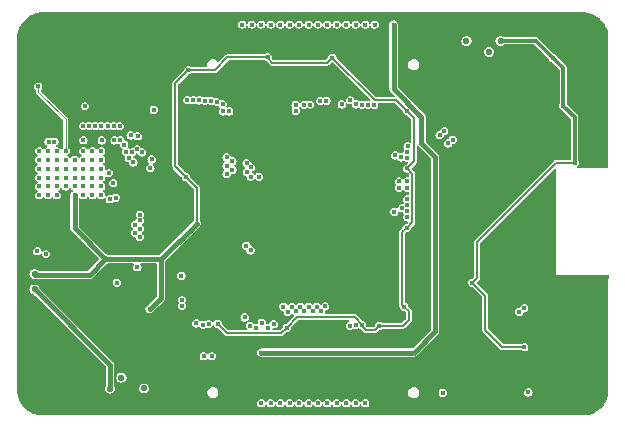
<source format=gbr>
%TF.GenerationSoftware,KiCad,Pcbnew,(6.0.4)*%
%TF.CreationDate,2023-02-01T13:33:48+08:00*%
%TF.ProjectId,Core_M4,436f7265-5f4d-4342-9e6b-696361645f70,rev?*%
%TF.SameCoordinates,Original*%
%TF.FileFunction,Copper,L4,Inr*%
%TF.FilePolarity,Positive*%
%FSLAX46Y46*%
G04 Gerber Fmt 4.6, Leading zero omitted, Abs format (unit mm)*
G04 Created by KiCad (PCBNEW (6.0.4)) date 2023-02-01 13:33:48*
%MOMM*%
%LPD*%
G01*
G04 APERTURE LIST*
%TA.AperFunction,ViaPad*%
%ADD10C,0.400000*%
%TD*%
%TA.AperFunction,ViaPad*%
%ADD11C,0.550000*%
%TD*%
%TA.AperFunction,Conductor*%
%ADD12C,0.200000*%
%TD*%
%TA.AperFunction,Conductor*%
%ADD13C,0.300000*%
%TD*%
%TA.AperFunction,Conductor*%
%ADD14C,0.100000*%
%TD*%
%TA.AperFunction,Conductor*%
%ADD15C,0.400000*%
%TD*%
G04 APERTURE END LIST*
D10*
%TO.N,+3V3*%
X57010000Y-55170000D03*
D11*
X37260000Y-74820000D03*
D10*
X47000000Y-76480000D03*
X82030000Y-59270000D03*
D11*
X43260000Y-72260000D03*
D10*
X68570000Y-76290000D03*
X83010000Y-64080000D03*
X37650000Y-63100000D03*
X68802384Y-64581884D03*
X65000000Y-77870000D03*
X50990000Y-69240000D03*
X66440000Y-77890000D03*
X68810000Y-59700000D03*
X74340000Y-74250000D03*
D11*
X76720000Y-53770000D03*
D10*
X37570000Y-57640000D03*
X68760000Y-69620000D03*
X81130000Y-55190000D03*
X62480000Y-55190000D03*
X78730000Y-79710000D03*
X58600000Y-78080000D03*
D11*
X37260000Y-73530000D03*
D10*
X50070000Y-65280980D03*
X40650000Y-66850000D03*
X39900000Y-63100000D03*
X52770000Y-77720000D03*
X50270000Y-56260000D03*
D11*
X43660000Y-83210000D03*
D10*
%TO.N,GND*%
X84960000Y-63130000D03*
X81280000Y-67930000D03*
X83442572Y-73790000D03*
X78610000Y-55200000D03*
X37360000Y-80950000D03*
X81280000Y-66670000D03*
X47000000Y-78390000D03*
X74390000Y-76760000D03*
X38220000Y-74800000D03*
X85245144Y-73790000D03*
X82090643Y-73790000D03*
X57640000Y-77210000D03*
X46420000Y-57650000D03*
D11*
X46530000Y-82240000D03*
D10*
X85695793Y-73790000D03*
X81280000Y-70030000D03*
X53730000Y-77710000D03*
X77340000Y-62330000D03*
X40180000Y-57640000D03*
X68772668Y-65117332D03*
X68570000Y-77250000D03*
X81280000Y-68770000D03*
X81640000Y-73790000D03*
X76720000Y-54730000D03*
X71440000Y-60690000D03*
X81280000Y-70870000D03*
X68780000Y-70350500D03*
X81280000Y-72970000D03*
X81280000Y-71710000D03*
X81280000Y-69190000D03*
X61760000Y-81690000D03*
X84343858Y-73790000D03*
X44270000Y-70960000D03*
D11*
X73820000Y-54730000D03*
D10*
X77800000Y-71290000D03*
X81280000Y-67510000D03*
X76040000Y-83570000D03*
X77760000Y-78730000D03*
X65510000Y-77860000D03*
X81280000Y-69610000D03*
X83330000Y-83560000D03*
X81280000Y-67090000D03*
X83893215Y-73790000D03*
X74330000Y-73280000D03*
X40260000Y-72910000D03*
X81280000Y-68350000D03*
X50070000Y-64680000D03*
X50360000Y-69060000D03*
X82541286Y-73790000D03*
X81280000Y-72550000D03*
X40650000Y-63100000D03*
X82991929Y-73790000D03*
X39900000Y-66850000D03*
X57520000Y-55200000D03*
X84794501Y-73790000D03*
X63100000Y-55220000D03*
X47000000Y-75530000D03*
%TO.N,+5V*%
X56460000Y-80162000D03*
D11*
X73830000Y-53770000D03*
X46540000Y-83200000D03*
D10*
X67656000Y-52394000D03*
D11*
%TO.N,Net-(C10-Pad1)*%
X44620000Y-82280000D03*
D10*
%TO.N,/NRST*%
X62060000Y-84458000D03*
X79080000Y-83540000D03*
%TO.N,/FSMC_A19*%
X42150000Y-66100000D03*
X50950000Y-77700000D03*
X43637808Y-67178003D03*
%TO.N,/FSMC_A20*%
X42900000Y-63100000D03*
X44120499Y-67049509D03*
X51530000Y-77820000D03*
%TO.N,/FSMC_A21*%
X40650000Y-65350000D03*
X52023694Y-77744047D03*
%TO.N,/FSMC_A0*%
X45800000Y-69331822D03*
X37650000Y-65350000D03*
X55051747Y-77191489D03*
%TO.N,/FSMC_A1*%
X55500000Y-77890500D03*
X37650000Y-64600000D03*
X45800000Y-70030833D03*
%TO.N,/FSMC_A2*%
X37650000Y-63850000D03*
X56010000Y-78120000D03*
X46166463Y-70380343D03*
%TO.N,/FSMC_A3*%
X38400000Y-65350000D03*
X46193846Y-68982322D03*
X56509276Y-77630724D03*
%TO.N,/FSMC_A4*%
X38400000Y-64600000D03*
X57000000Y-78110000D03*
X46187564Y-69681322D03*
%TO.N,/FSMC_A5*%
X57500000Y-77770000D03*
X39150000Y-65350000D03*
%TO.N,/FSMC_A6*%
X39150000Y-64600000D03*
X67710134Y-68242449D03*
X43920980Y-65814067D03*
%TO.N,/FSMC_A7*%
X68369602Y-67936192D03*
X43560500Y-64970000D03*
X39900000Y-64600000D03*
%TO.N,/FSMC_A8*%
X42900000Y-66100000D03*
X68800000Y-68700000D03*
%TO.N,/FSMC_A9*%
X42900000Y-65350000D03*
X68810000Y-68200000D03*
%TO.N,/FSMC_A10*%
X68810000Y-67700497D03*
X42900000Y-64600000D03*
%TO.N,/FSMC_A11*%
X68810000Y-67200994D03*
X42900000Y-63850000D03*
%TO.N,/FSMC_D4*%
X40650000Y-63850000D03*
X68130000Y-66219503D03*
%TO.N,/FSMC_D5*%
X41399056Y-63850000D03*
X68820000Y-66220000D03*
%TO.N,/FSMC_D6*%
X68831689Y-65670622D03*
X41399067Y-62180981D03*
X41399056Y-63100000D03*
%TO.N,/FSMC_D7*%
X42150000Y-63100000D03*
X68120000Y-65660000D03*
X42960500Y-62201470D03*
%TO.N,/FSMC_D8*%
X68840000Y-63699503D03*
X46363609Y-63221353D03*
X38400000Y-66850000D03*
%TO.N,/FSMC_D9*%
X39150000Y-66850000D03*
X68840000Y-63200000D03*
X45941842Y-62953742D03*
%TO.N,/FSMC_D10*%
X68852484Y-62700653D03*
X45522728Y-63225489D03*
X39150000Y-66100000D03*
%TO.N,/FSMC_D11*%
X39900000Y-66100000D03*
X68292650Y-63646422D03*
X45629544Y-64073112D03*
%TO.N,/FSMC_D12*%
X40650000Y-66100000D03*
X67796014Y-63475011D03*
X45276342Y-63719910D03*
%TO.N,/FSMC_D13*%
X44846461Y-62573185D03*
X41399056Y-66100000D03*
X66024405Y-59200085D03*
%TO.N,/FSMC_D14*%
X41399056Y-66850000D03*
X65500000Y-59190000D03*
X46000000Y-61850500D03*
X45029500Y-63146566D03*
%TO.N,/FSMC_D15*%
X42150000Y-66850000D03*
X44531484Y-62185509D03*
X45398346Y-61781654D03*
X65000931Y-59169205D03*
%TO.N,/FSMC_A16*%
X64501532Y-59159011D03*
X41900497Y-60980000D03*
X40650000Y-64600000D03*
%TO.N,/FSMC_A17*%
X41370000Y-60980000D03*
X39900000Y-65350000D03*
X63980000Y-58809511D03*
%TO.N,/FSMC_A18*%
X42900000Y-66850000D03*
X44475000Y-60985000D03*
X63270000Y-59160000D03*
%TO.N,/FSMC_D0*%
X61969338Y-58847196D03*
X38446001Y-62299971D03*
X38400000Y-63100000D03*
%TO.N,/FSMC_D1*%
X61470000Y-58860000D03*
X38945502Y-62300989D03*
X39150000Y-63850000D03*
%TO.N,/FSMC_A12*%
X42150000Y-65350000D03*
X60576192Y-59167276D03*
X43970000Y-60980000D03*
%TO.N,/FSMC_A13*%
X60076718Y-59172587D03*
X42150000Y-64600000D03*
X43470497Y-60980000D03*
%TO.N,/FSMC_A14*%
X59383721Y-59698792D03*
X41399056Y-65350000D03*
X42400000Y-60980000D03*
%TO.N,/FSMC_A15*%
X41399056Y-64600000D03*
X59370500Y-59191303D03*
X42920000Y-60980000D03*
%TO.N,/FSMC_D2*%
X39150000Y-63100000D03*
%TO.N,/FSMC_D3*%
X39900000Y-63850000D03*
%TO.N,/FSMC_NOE*%
X37650000Y-66100000D03*
%TO.N,/FSMC_NWE*%
X42150000Y-63850000D03*
X47070000Y-64549500D03*
X44032134Y-62197866D03*
%TO.N,/FSMC_NE1*%
X46188350Y-68482850D03*
X38400000Y-63850000D03*
%TO.N,/BOOT0*%
X41530000Y-59300000D03*
X49699125Y-73649125D03*
%TO.N,/FSMC_NBL0*%
X37650000Y-66850000D03*
X49740000Y-75710000D03*
%TO.N,/FSMC_NBL1*%
X49740000Y-76209503D03*
X38400000Y-66100000D03*
%TO.N,/I2C2_SDA*%
X78720000Y-76400000D03*
X72669251Y-62134928D03*
%TO.N,/I2C2_SCL*%
X72290000Y-62460000D03*
X78310000Y-76720000D03*
%TO.N,/SPI2_SCK*%
X37490000Y-71585000D03*
X55200000Y-71120000D03*
%TO.N,/SPI2_NSS*%
X55550000Y-71520000D03*
X44240000Y-74250000D03*
%TO.N,/SPI2_MOSI*%
X38230000Y-71820000D03*
X64470000Y-77830000D03*
%TO.N,/SPI2_MISO*%
X63973553Y-77885161D03*
X45968466Y-72947966D03*
D11*
%TO.N,Net-(C36-Pad1)*%
X75760000Y-54700000D03*
D10*
%TO.N,/UART5_TX*%
X71940000Y-61430000D03*
X47360000Y-59610000D03*
%TO.N,/UART5_RX*%
X71558235Y-61752115D03*
X47170000Y-63810000D03*
%TO.N,/PA0*%
X71830000Y-83560000D03*
%TO.N,/PA13*%
X54860000Y-52392000D03*
%TO.N,/D+*%
X55660000Y-52392000D03*
%TO.N,/D-*%
X56460000Y-52392000D03*
%TO.N,/PA10*%
X57260000Y-52392000D03*
%TO.N,/PA9*%
X58060000Y-52394000D03*
%TO.N,/PA8*%
X58860000Y-52394000D03*
%TO.N,/PC9*%
X59660000Y-52394000D03*
%TO.N,/PC8*%
X60460000Y-52394000D03*
%TO.N,/PC7*%
X61260000Y-52394000D03*
%TO.N,/PC6*%
X62060000Y-52394000D03*
%TO.N,/PG8*%
X62860000Y-52394000D03*
%TO.N,/PG7*%
X63660000Y-52394000D03*
%TO.N,/PG6*%
X64460000Y-52394000D03*
%TO.N,/PB15*%
X65260000Y-52394000D03*
%TO.N,/PB14*%
X66060000Y-52394000D03*
%TO.N,/PA14*%
X50180000Y-58790000D03*
%TO.N,/PA15*%
X50703924Y-58801610D03*
%TO.N,/PC10*%
X51203182Y-58817249D03*
%TO.N,/PC11*%
X51702514Y-58830328D03*
%TO.N,/PD3*%
X52202016Y-58829992D03*
%TO.N,/PD6*%
X52704271Y-58957591D03*
%TO.N,/PG14*%
X53530000Y-64336580D03*
%TO.N,/PG13*%
X54010000Y-63987080D03*
%TO.N,/PG12*%
X53525380Y-63637580D03*
%TO.N,/PG11*%
X53752793Y-59746260D03*
%TO.N,/PG10*%
X53253290Y-59746260D03*
%TO.N,/PG9*%
X53203774Y-59157111D03*
%TO.N,/PB3*%
X54023133Y-64686091D03*
%TO.N,/PB4*%
X53530000Y-65035591D03*
%TO.N,/PB5*%
X55221170Y-64116670D03*
%TO.N,/PB6*%
X55571141Y-64473072D03*
%TO.N,/PB7*%
X55233892Y-64880380D03*
%TO.N,/PB8*%
X55556149Y-65262025D03*
%TO.N,/PB9*%
X56260000Y-65280000D03*
%TO.N,/PE6*%
X57260000Y-84458000D03*
X52280000Y-80470000D03*
%TO.N,/PF6*%
X58060000Y-84458000D03*
%TO.N,/PF7*%
X58860000Y-84458000D03*
%TO.N,/PF8*%
X59660000Y-84458000D03*
%TO.N,/PF9*%
X60460000Y-84458000D03*
%TO.N,/PF10*%
X61260000Y-84458000D03*
%TO.N,/PC1*%
X63660000Y-84458000D03*
%TO.N,/PC0*%
X62860000Y-84458000D03*
%TO.N,/PA2*%
X65260000Y-84458000D03*
%TO.N,/PA1*%
X64460000Y-84458000D03*
%TO.N,/PA3*%
X61860806Y-76253462D03*
%TO.N,/PA4*%
X61507844Y-76659113D03*
%TO.N,/PA5*%
X61158344Y-76300000D03*
%TO.N,/PA6*%
X60808844Y-76658094D03*
%TO.N,/PA7*%
X60459344Y-76294334D03*
%TO.N,/PC4*%
X60104113Y-76645495D03*
%TO.N,/PC5*%
X59753219Y-76290000D03*
%TO.N,/PB0*%
X59403719Y-76674705D03*
%TO.N,/PB1*%
X59054219Y-76302213D03*
%TO.N,/PB2*%
X58704719Y-76703669D03*
%TO.N,/PF11*%
X58340000Y-76290000D03*
%TO.N,/PE2*%
X56460000Y-84458000D03*
X51600000Y-80470000D03*
%TD*%
D12*
%TO.N,+3V3*%
X53569511Y-78519511D02*
X52770000Y-77720000D01*
X49180000Y-64390980D02*
X49180000Y-57350000D01*
X50070000Y-65280980D02*
X50990000Y-66200980D01*
X50270000Y-56260000D02*
X52504507Y-56260000D01*
X83010000Y-64080000D02*
X81450000Y-64080000D01*
X59520000Y-77160000D02*
X64364995Y-77160000D01*
X68802384Y-64581884D02*
X69231200Y-65010700D01*
X68380489Y-76100489D02*
X68570000Y-76290000D01*
X66080489Y-58790489D02*
X62480000Y-55190000D01*
X75430000Y-78270000D02*
X76870000Y-79710000D01*
X62050000Y-55620000D02*
X62480000Y-55190000D01*
X58160489Y-78519511D02*
X53569511Y-78519511D01*
D13*
X82030000Y-59270000D02*
X83010000Y-60250000D01*
D14*
X37570000Y-58074284D02*
X37570000Y-57640000D01*
D12*
X66070489Y-78259511D02*
X65344516Y-78259511D01*
X68380489Y-69999511D02*
X68380489Y-76100489D01*
D14*
X39900000Y-60404284D02*
X37570000Y-58074284D01*
D15*
X43660000Y-81220000D02*
X43660000Y-83210000D01*
D14*
X39900000Y-63100000D02*
X39900000Y-60404284D01*
D12*
X53594507Y-55170000D02*
X57010000Y-55170000D01*
X81450000Y-64080000D02*
X74729511Y-70800489D01*
X75430000Y-75340000D02*
X75430000Y-78270000D01*
D15*
X47970000Y-72260000D02*
X50990000Y-69240000D01*
D12*
X57010000Y-55254995D02*
X57375005Y-55620000D01*
D13*
X81130000Y-55190000D02*
X82030000Y-56090000D01*
D15*
X37320000Y-73590000D02*
X41930000Y-73590000D01*
X47970000Y-75510000D02*
X47000000Y-76480000D01*
D12*
X65344516Y-78259511D02*
X65000000Y-77914995D01*
X69400000Y-60290000D02*
X68810000Y-59700000D01*
D13*
X82030000Y-56090000D02*
X82030000Y-59270000D01*
X79710000Y-53770000D02*
X81130000Y-55190000D01*
D12*
X69231200Y-69148800D02*
X68760000Y-69620000D01*
X68760000Y-69620000D02*
X68380489Y-69999511D01*
X58600000Y-78080000D02*
X58160489Y-78519511D01*
X57375005Y-55620000D02*
X62050000Y-55620000D01*
X66440000Y-77890000D02*
X66070489Y-78259511D01*
D15*
X43260000Y-72260000D02*
X40650000Y-69650000D01*
X40650000Y-69650000D02*
X40650000Y-66850000D01*
D12*
X65000000Y-77795005D02*
X65000000Y-77870000D01*
X74340000Y-74250000D02*
X75430000Y-75340000D01*
X76870000Y-79710000D02*
X78730000Y-79710000D01*
X50070000Y-65280980D02*
X49180000Y-64390980D01*
D13*
X83010000Y-60250000D02*
X83010000Y-64080000D01*
D15*
X37260000Y-74820000D02*
X43660000Y-81220000D01*
D12*
X67900489Y-58790489D02*
X66080489Y-58790489D01*
X74729511Y-70800489D02*
X74729511Y-73860489D01*
X57010000Y-55170000D02*
X57010000Y-55254995D01*
D15*
X47970000Y-72260000D02*
X47970000Y-75510000D01*
D12*
X49180000Y-57350000D02*
X50270000Y-56260000D01*
D15*
X43260000Y-72260000D02*
X47970000Y-72260000D01*
D12*
X64364995Y-77160000D02*
X65000000Y-77795005D01*
X68494995Y-77890000D02*
X68969511Y-77415484D01*
D15*
X37260000Y-73530000D02*
X37320000Y-73590000D01*
D12*
X68969511Y-77415484D02*
X68969511Y-76689511D01*
X65000000Y-77914995D02*
X65000000Y-77870000D01*
X69231200Y-65010700D02*
X69231200Y-69148800D01*
X69400000Y-63984268D02*
X69400000Y-60290000D01*
X58600000Y-78080000D02*
X59520000Y-77160000D01*
X68969511Y-76689511D02*
X68570000Y-76290000D01*
D13*
X76720000Y-53770000D02*
X79710000Y-53770000D01*
D12*
X50990000Y-66200980D02*
X50990000Y-69240000D01*
X66440000Y-77890000D02*
X68494995Y-77890000D01*
D15*
X41930000Y-73590000D02*
X43260000Y-72260000D01*
D12*
X74729511Y-73860489D02*
X74340000Y-74250000D01*
X68802384Y-64581884D02*
X69400000Y-63984268D01*
X68810000Y-59700000D02*
X67900489Y-58790489D01*
X52504507Y-56260000D02*
X53594507Y-55170000D01*
D15*
%TO.N,+5V*%
X69388000Y-80162000D02*
X71180000Y-78370000D01*
X67656000Y-57839584D02*
X67656000Y-52394000D01*
X70020000Y-60203584D02*
X67656000Y-57839584D01*
X71180000Y-63620000D02*
X70020000Y-62460000D01*
X70020000Y-62460000D02*
X70020000Y-60203584D01*
X56460000Y-80162000D02*
X69388000Y-80162000D01*
X71180000Y-78370000D02*
X71180000Y-63620000D01*
%TD*%
%TA.AperFunction,Conductor*%
%TO.N,GND*%
G36*
X83679591Y-51343023D02*
G01*
X83689986Y-51345809D01*
X83699396Y-51343288D01*
X83707418Y-51343289D01*
X83718155Y-51342204D01*
X83944796Y-51355918D01*
X83953651Y-51356994D01*
X84076996Y-51379583D01*
X84200339Y-51402172D01*
X84209006Y-51404306D01*
X84448473Y-51478862D01*
X84456820Y-51482025D01*
X84685555Y-51584866D01*
X84693460Y-51589010D01*
X84699921Y-51592911D01*
X84908163Y-51718651D01*
X84915499Y-51723708D01*
X85113029Y-51878257D01*
X85119714Y-51884171D01*
X85297191Y-52061371D01*
X85303116Y-52068047D01*
X85457971Y-52265332D01*
X85463049Y-52272674D01*
X85584577Y-52473231D01*
X85593018Y-52487162D01*
X85597174Y-52495058D01*
X85628533Y-52564516D01*
X85700377Y-52723646D01*
X85703552Y-52731987D01*
X85706167Y-52740341D01*
X85778483Y-52971338D01*
X85780626Y-52979983D01*
X85781454Y-52984462D01*
X85826191Y-53226606D01*
X85827280Y-53235460D01*
X85834972Y-53359369D01*
X85841359Y-53462257D01*
X85840337Y-53472537D01*
X85840351Y-53480843D01*
X85837845Y-53490257D01*
X85840382Y-53499663D01*
X85840601Y-53500475D01*
X85843154Y-53519746D01*
X85843154Y-64426000D01*
X85825841Y-64473566D01*
X85782004Y-64498876D01*
X85769154Y-64500000D01*
X83261858Y-64500000D01*
X83214292Y-64482687D01*
X83188982Y-64438850D01*
X83197772Y-64389000D01*
X83216569Y-64368123D01*
X83218587Y-64367095D01*
X83297095Y-64288587D01*
X83299736Y-64283404D01*
X83299738Y-64283401D01*
X83344856Y-64194851D01*
X83344857Y-64194849D01*
X83347500Y-64189661D01*
X83364869Y-64080000D01*
X83347500Y-63970339D01*
X83344856Y-63965149D01*
X83344854Y-63965144D01*
X83318566Y-63913551D01*
X83310500Y-63879956D01*
X83310500Y-60304567D01*
X83310902Y-60299094D01*
X83312425Y-60294658D01*
X83311520Y-60270532D01*
X83310552Y-60244758D01*
X83310500Y-60241982D01*
X83310500Y-60222052D01*
X83309876Y-60218700D01*
X83309563Y-60215309D01*
X83309753Y-60215291D01*
X83309294Y-60211242D01*
X83308482Y-60189617D01*
X83308226Y-60182791D01*
X83305530Y-60176516D01*
X83305529Y-60176512D01*
X83302584Y-60169658D01*
X83297825Y-60153995D01*
X83296460Y-60146664D01*
X83296460Y-60146663D01*
X83295209Y-60139947D01*
X83291624Y-60134132D01*
X83291623Y-60134128D01*
X83280270Y-60115710D01*
X83275274Y-60106093D01*
X83266099Y-60084738D01*
X83266098Y-60084736D01*
X83264036Y-60079937D01*
X83260022Y-60075051D01*
X83253591Y-60068620D01*
X83242923Y-60055124D01*
X83240053Y-60050468D01*
X83236468Y-60044652D01*
X83211888Y-60025961D01*
X83204354Y-60019383D01*
X82388678Y-59203707D01*
X82372030Y-59171038D01*
X82370210Y-59171629D01*
X82368411Y-59166093D01*
X82367500Y-59160339D01*
X82364856Y-59155149D01*
X82364854Y-59155144D01*
X82338566Y-59103551D01*
X82330500Y-59069956D01*
X82330500Y-56144567D01*
X82330902Y-56139094D01*
X82332425Y-56134658D01*
X82331008Y-56096893D01*
X82330552Y-56084758D01*
X82330500Y-56081982D01*
X82330500Y-56062052D01*
X82329876Y-56058700D01*
X82329563Y-56055309D01*
X82329753Y-56055291D01*
X82329294Y-56051242D01*
X82328482Y-56029617D01*
X82328226Y-56022791D01*
X82325530Y-56016516D01*
X82325529Y-56016512D01*
X82322584Y-56009658D01*
X82317825Y-55993995D01*
X82316460Y-55986664D01*
X82316460Y-55986663D01*
X82315209Y-55979947D01*
X82311624Y-55974132D01*
X82311623Y-55974128D01*
X82300270Y-55955710D01*
X82295274Y-55946093D01*
X82286099Y-55924738D01*
X82286098Y-55924736D01*
X82284036Y-55919937D01*
X82280022Y-55915051D01*
X82273591Y-55908620D01*
X82262923Y-55895124D01*
X82260053Y-55890468D01*
X82256468Y-55884652D01*
X82244312Y-55875408D01*
X82231888Y-55865961D01*
X82224354Y-55859383D01*
X81488678Y-55123707D01*
X81472030Y-55091038D01*
X81470210Y-55091629D01*
X81468411Y-55086092D01*
X81467500Y-55080339D01*
X81464856Y-55075149D01*
X81419738Y-54986599D01*
X81419736Y-54986596D01*
X81417095Y-54981413D01*
X81338587Y-54902905D01*
X81333404Y-54900264D01*
X81333401Y-54900262D01*
X81244851Y-54855144D01*
X81244849Y-54855143D01*
X81239661Y-54852500D01*
X81233908Y-54851589D01*
X81228371Y-54849790D01*
X81228962Y-54847970D01*
X81196293Y-54831322D01*
X79961070Y-53596099D01*
X79957485Y-53591946D01*
X79955425Y-53587731D01*
X79918818Y-53553773D01*
X79916819Y-53551848D01*
X79902723Y-53537752D01*
X79899912Y-53535824D01*
X79897293Y-53533647D01*
X79897403Y-53533515D01*
X79894227Y-53530961D01*
X79878364Y-53516246D01*
X79878363Y-53516245D01*
X79873354Y-53511599D01*
X79867012Y-53509069D01*
X79867006Y-53509065D01*
X79860077Y-53506301D01*
X79845641Y-53498593D01*
X79839493Y-53494376D01*
X79839492Y-53494375D01*
X79833854Y-53490508D01*
X79827204Y-53488930D01*
X79827202Y-53488929D01*
X79806160Y-53483936D01*
X79795824Y-53480668D01*
X79779752Y-53474256D01*
X79769378Y-53470117D01*
X79763085Y-53469500D01*
X79753988Y-53469500D01*
X79736901Y-53467500D01*
X79731585Y-53466238D01*
X79731583Y-53466238D01*
X79724934Y-53464660D01*
X79704066Y-53467500D01*
X79694337Y-53468824D01*
X79684358Y-53469500D01*
X77051900Y-53469500D01*
X77004334Y-53452187D01*
X76999574Y-53447826D01*
X76973220Y-53421472D01*
X76968030Y-53418828D01*
X76968028Y-53418826D01*
X76858320Y-53362927D01*
X76858317Y-53362926D01*
X76853126Y-53360281D01*
X76847374Y-53359370D01*
X76847371Y-53359369D01*
X76725752Y-53340107D01*
X76720000Y-53339196D01*
X76714248Y-53340107D01*
X76592629Y-53359369D01*
X76592626Y-53359370D01*
X76586874Y-53360281D01*
X76581683Y-53362926D01*
X76581680Y-53362927D01*
X76471972Y-53418826D01*
X76471970Y-53418828D01*
X76466780Y-53421472D01*
X76371472Y-53516780D01*
X76368828Y-53521970D01*
X76368826Y-53521972D01*
X76312927Y-53631680D01*
X76310281Y-53636874D01*
X76309370Y-53642626D01*
X76309369Y-53642629D01*
X76290107Y-53764248D01*
X76289196Y-53770000D01*
X76290107Y-53775752D01*
X76309369Y-53897371D01*
X76309370Y-53897374D01*
X76310281Y-53903126D01*
X76312926Y-53908317D01*
X76312927Y-53908320D01*
X76368826Y-54018028D01*
X76368828Y-54018030D01*
X76371472Y-54023220D01*
X76466780Y-54118528D01*
X76471970Y-54121172D01*
X76471972Y-54121174D01*
X76581680Y-54177073D01*
X76581683Y-54177074D01*
X76586874Y-54179719D01*
X76592626Y-54180630D01*
X76592629Y-54180631D01*
X76714248Y-54199893D01*
X76720000Y-54200804D01*
X76725752Y-54199893D01*
X76847371Y-54180631D01*
X76847374Y-54180630D01*
X76853126Y-54179719D01*
X76858317Y-54177074D01*
X76858320Y-54177073D01*
X76968028Y-54121174D01*
X76968030Y-54121172D01*
X76973220Y-54118528D01*
X76999574Y-54092174D01*
X77045450Y-54070782D01*
X77051900Y-54070500D01*
X79554877Y-54070500D01*
X79602443Y-54087813D01*
X79607203Y-54092174D01*
X80771322Y-55256294D01*
X80787970Y-55288962D01*
X80789789Y-55288371D01*
X80791590Y-55293913D01*
X80792500Y-55299661D01*
X80795141Y-55304845D01*
X80795142Y-55304847D01*
X80840262Y-55393401D01*
X80840264Y-55393404D01*
X80842905Y-55398587D01*
X80921413Y-55477095D01*
X80926596Y-55479736D01*
X80926599Y-55479738D01*
X81015149Y-55524856D01*
X81015151Y-55524857D01*
X81020339Y-55527500D01*
X81026092Y-55528411D01*
X81031629Y-55530210D01*
X81031038Y-55532030D01*
X81063707Y-55548678D01*
X81707826Y-56192798D01*
X81729218Y-56238675D01*
X81729500Y-56245124D01*
X81729500Y-59069956D01*
X81721434Y-59103551D01*
X81695146Y-59155144D01*
X81695144Y-59155149D01*
X81692500Y-59160339D01*
X81675131Y-59270000D01*
X81692500Y-59379661D01*
X81695143Y-59384849D01*
X81695144Y-59384851D01*
X81740262Y-59473401D01*
X81740264Y-59473404D01*
X81742905Y-59478587D01*
X81821413Y-59557095D01*
X81826596Y-59559736D01*
X81826599Y-59559738D01*
X81915149Y-59604856D01*
X81915151Y-59604857D01*
X81920339Y-59607500D01*
X81926092Y-59608411D01*
X81931629Y-59610210D01*
X81931038Y-59612030D01*
X81963707Y-59628678D01*
X82687826Y-60352798D01*
X82709218Y-60398675D01*
X82709500Y-60405124D01*
X82709500Y-63755500D01*
X82692187Y-63803066D01*
X82648350Y-63828376D01*
X82635500Y-63829500D01*
X81481966Y-63829500D01*
X81467531Y-63828078D01*
X81450000Y-63824591D01*
X81442852Y-63826013D01*
X81359407Y-63842612D01*
X81359406Y-63842613D01*
X81352260Y-63844034D01*
X81346200Y-63848083D01*
X81329670Y-63859128D01*
X81311284Y-63871413D01*
X81269399Y-63899399D01*
X81265350Y-63905459D01*
X81259472Y-63914256D01*
X81250269Y-63925470D01*
X74574984Y-70600756D01*
X74563769Y-70609959D01*
X74548910Y-70619888D01*
X74544861Y-70625948D01*
X74544860Y-70625949D01*
X74520648Y-70662185D01*
X74497595Y-70696686D01*
X74497594Y-70696688D01*
X74493545Y-70702748D01*
X74474103Y-70800489D01*
X74475525Y-70807638D01*
X74477589Y-70818014D01*
X74479011Y-70832451D01*
X74479011Y-73726076D01*
X74461698Y-73773642D01*
X74457337Y-73778402D01*
X74357724Y-73878015D01*
X74316974Y-73898778D01*
X74230339Y-73912500D01*
X74225151Y-73915143D01*
X74225149Y-73915144D01*
X74136599Y-73960262D01*
X74136596Y-73960264D01*
X74131413Y-73962905D01*
X74052905Y-74041413D01*
X74050264Y-74046596D01*
X74050262Y-74046599D01*
X74045948Y-74055066D01*
X74002500Y-74140339D01*
X73985131Y-74250000D01*
X74002500Y-74359661D01*
X74005143Y-74364849D01*
X74005144Y-74364851D01*
X74050262Y-74453401D01*
X74050264Y-74453404D01*
X74052905Y-74458587D01*
X74131413Y-74537095D01*
X74136596Y-74539736D01*
X74136599Y-74539738D01*
X74225149Y-74584856D01*
X74225151Y-74584857D01*
X74230339Y-74587500D01*
X74316975Y-74601222D01*
X74357725Y-74621985D01*
X75157826Y-75422087D01*
X75179218Y-75467964D01*
X75179500Y-75474413D01*
X75179500Y-78238038D01*
X75178078Y-78252475D01*
X75174592Y-78270000D01*
X75194034Y-78367741D01*
X75210139Y-78391843D01*
X75249399Y-78450601D01*
X75255459Y-78454650D01*
X75264259Y-78460530D01*
X75275473Y-78469733D01*
X76670269Y-79864530D01*
X76679472Y-79875744D01*
X76689399Y-79890601D01*
X76710316Y-79904577D01*
X76710317Y-79904578D01*
X76772260Y-79945966D01*
X76779406Y-79947387D01*
X76779407Y-79947388D01*
X76862852Y-79963987D01*
X76870000Y-79965409D01*
X76887531Y-79961922D01*
X76901966Y-79960500D01*
X78454166Y-79960500D01*
X78501732Y-79977813D01*
X78506492Y-79982174D01*
X78521413Y-79997095D01*
X78526596Y-79999736D01*
X78526599Y-79999738D01*
X78615149Y-80044856D01*
X78615151Y-80044857D01*
X78620339Y-80047500D01*
X78711646Y-80061962D01*
X78721477Y-80063519D01*
X78730000Y-80064869D01*
X78738524Y-80063519D01*
X78748354Y-80061962D01*
X78839661Y-80047500D01*
X78844849Y-80044857D01*
X78844851Y-80044856D01*
X78933401Y-79999738D01*
X78933404Y-79999736D01*
X78938587Y-79997095D01*
X79017095Y-79918587D01*
X79019736Y-79913404D01*
X79019738Y-79913401D01*
X79064856Y-79824851D01*
X79064857Y-79824849D01*
X79067500Y-79819661D01*
X79084869Y-79710000D01*
X79067500Y-79600339D01*
X79064856Y-79595149D01*
X79019738Y-79506599D01*
X79019736Y-79506596D01*
X79017095Y-79501413D01*
X78938587Y-79422905D01*
X78933404Y-79420264D01*
X78933401Y-79420262D01*
X78844851Y-79375144D01*
X78844849Y-79375143D01*
X78839661Y-79372500D01*
X78730000Y-79355131D01*
X78620339Y-79372500D01*
X78615151Y-79375143D01*
X78615149Y-79375144D01*
X78526599Y-79420262D01*
X78526596Y-79420264D01*
X78521413Y-79422905D01*
X78506492Y-79437826D01*
X78460616Y-79459218D01*
X78454166Y-79459500D01*
X77004413Y-79459500D01*
X76956847Y-79442187D01*
X76952087Y-79437826D01*
X75702174Y-78187914D01*
X75680782Y-78142038D01*
X75680500Y-78135588D01*
X75680500Y-76720000D01*
X77955131Y-76720000D01*
X77972500Y-76829661D01*
X77975143Y-76834849D01*
X77975144Y-76834851D01*
X78020262Y-76923401D01*
X78020264Y-76923404D01*
X78022905Y-76928587D01*
X78101413Y-77007095D01*
X78106596Y-77009736D01*
X78106599Y-77009738D01*
X78195149Y-77054856D01*
X78195151Y-77054857D01*
X78200339Y-77057500D01*
X78310000Y-77074869D01*
X78419661Y-77057500D01*
X78424849Y-77054857D01*
X78424851Y-77054856D01*
X78513401Y-77009738D01*
X78513404Y-77009736D01*
X78518587Y-77007095D01*
X78597095Y-76928587D01*
X78599736Y-76923404D01*
X78599738Y-76923401D01*
X78644858Y-76834847D01*
X78644859Y-76834845D01*
X78647500Y-76829661D01*
X78648412Y-76823907D01*
X78649603Y-76816384D01*
X78674142Y-76772111D01*
X78720014Y-76754959D01*
X78720000Y-76754869D01*
X78720443Y-76754799D01*
X78720444Y-76754799D01*
X78829661Y-76737500D01*
X78834849Y-76734857D01*
X78834851Y-76734856D01*
X78923401Y-76689738D01*
X78923404Y-76689736D01*
X78928587Y-76687095D01*
X79007095Y-76608587D01*
X79009736Y-76603404D01*
X79009738Y-76603401D01*
X79054856Y-76514851D01*
X79054857Y-76514849D01*
X79057500Y-76509661D01*
X79074869Y-76400000D01*
X79057500Y-76290339D01*
X79054856Y-76285149D01*
X79009738Y-76196599D01*
X79009736Y-76196596D01*
X79007095Y-76191413D01*
X78928587Y-76112905D01*
X78923404Y-76110264D01*
X78923401Y-76110262D01*
X78834851Y-76065144D01*
X78834849Y-76065143D01*
X78829661Y-76062500D01*
X78720000Y-76045131D01*
X78610339Y-76062500D01*
X78605151Y-76065143D01*
X78605149Y-76065144D01*
X78516599Y-76110262D01*
X78516596Y-76110264D01*
X78511413Y-76112905D01*
X78432905Y-76191413D01*
X78430264Y-76196596D01*
X78430262Y-76196599D01*
X78385144Y-76285149D01*
X78382500Y-76290339D01*
X78381589Y-76296088D01*
X78381589Y-76296089D01*
X78380397Y-76303616D01*
X78355858Y-76347889D01*
X78309986Y-76365041D01*
X78310000Y-76365131D01*
X78309557Y-76365201D01*
X78309556Y-76365201D01*
X78200339Y-76382500D01*
X78195151Y-76385143D01*
X78195149Y-76385144D01*
X78106599Y-76430262D01*
X78106596Y-76430264D01*
X78101413Y-76432905D01*
X78022905Y-76511413D01*
X78020264Y-76516596D01*
X78020262Y-76516599D01*
X77980390Y-76594854D01*
X77972500Y-76610339D01*
X77955131Y-76720000D01*
X75680500Y-76720000D01*
X75680500Y-75371966D01*
X75681922Y-75357528D01*
X75683987Y-75347147D01*
X75685409Y-75340000D01*
X75665966Y-75242260D01*
X75624578Y-75180317D01*
X75624577Y-75180316D01*
X75610601Y-75159399D01*
X75595745Y-75149472D01*
X75584530Y-75140269D01*
X74746587Y-74302326D01*
X74725195Y-74256450D01*
X74738296Y-74207555D01*
X74746587Y-74197674D01*
X74884041Y-74060220D01*
X74895255Y-74051017D01*
X74904052Y-74045139D01*
X74910112Y-74041090D01*
X74934899Y-74003994D01*
X74935508Y-74003083D01*
X74961429Y-73964288D01*
X74961430Y-73964287D01*
X74965477Y-73958229D01*
X74984920Y-73860489D01*
X74981433Y-73842958D01*
X74980011Y-73828523D01*
X74980011Y-70934901D01*
X74997324Y-70887335D01*
X75001685Y-70882575D01*
X81263863Y-64620398D01*
X81309739Y-64599006D01*
X81358634Y-64612107D01*
X81387668Y-64653571D01*
X81390189Y-64672642D01*
X81400000Y-73640000D01*
X85769154Y-73640000D01*
X85816720Y-73657313D01*
X85842030Y-73701150D01*
X85843154Y-73714000D01*
X85843154Y-83310443D01*
X85840633Y-83329594D01*
X85837845Y-83340000D01*
X85840366Y-83349409D01*
X85840366Y-83357439D01*
X85841450Y-83368169D01*
X85827752Y-83594622D01*
X85826675Y-83603493D01*
X85781499Y-83850005D01*
X85779360Y-83858681D01*
X85704803Y-84097942D01*
X85701635Y-84106295D01*
X85637223Y-84249413D01*
X85598780Y-84334828D01*
X85594632Y-84342733D01*
X85464968Y-84557221D01*
X85459901Y-84564560D01*
X85384030Y-84661401D01*
X85305333Y-84761848D01*
X85299407Y-84768536D01*
X85122200Y-84945739D01*
X85115511Y-84951665D01*
X84918231Y-85106220D01*
X84910877Y-85111296D01*
X84696406Y-85240945D01*
X84688493Y-85245098D01*
X84459961Y-85347947D01*
X84451606Y-85351116D01*
X84212334Y-85425672D01*
X84203658Y-85427810D01*
X83957152Y-85472980D01*
X83948281Y-85474057D01*
X83721686Y-85487759D01*
X83711332Y-85486713D01*
X83703067Y-85486713D01*
X83693657Y-85484191D01*
X83683249Y-85486979D01*
X83664101Y-85489500D01*
X37989508Y-85489500D01*
X37970386Y-85486987D01*
X37969344Y-85486708D01*
X37969343Y-85486708D01*
X37959933Y-85484191D01*
X37950524Y-85486716D01*
X37942518Y-85486720D01*
X37931766Y-85487812D01*
X37797141Y-85479745D01*
X37704775Y-85474211D01*
X37695924Y-85473142D01*
X37695036Y-85472980D01*
X37448852Y-85428077D01*
X37440193Y-85425951D01*
X37439295Y-85425672D01*
X37389622Y-85410253D01*
X37200341Y-85351498D01*
X37192001Y-85348347D01*
X36962838Y-85245586D01*
X36954937Y-85241454D01*
X36739794Y-85111875D01*
X36732447Y-85106823D01*
X36731674Y-85106220D01*
X36534459Y-84952315D01*
X36527775Y-84946419D01*
X36349796Y-84769208D01*
X36343869Y-84762548D01*
X36299169Y-84705778D01*
X36188499Y-84565223D01*
X36183425Y-84557914D01*
X36122656Y-84458000D01*
X56105131Y-84458000D01*
X56122500Y-84567661D01*
X56125143Y-84572849D01*
X56125144Y-84572851D01*
X56170262Y-84661401D01*
X56170264Y-84661404D01*
X56172905Y-84666587D01*
X56251413Y-84745095D01*
X56256596Y-84747736D01*
X56256599Y-84747738D01*
X56345149Y-84792856D01*
X56345151Y-84792857D01*
X56350339Y-84795500D01*
X56460000Y-84812869D01*
X56569661Y-84795500D01*
X56574849Y-84792857D01*
X56574851Y-84792856D01*
X56663401Y-84747738D01*
X56663404Y-84747736D01*
X56668587Y-84745095D01*
X56747095Y-84666587D01*
X56749736Y-84661404D01*
X56749738Y-84661401D01*
X56794065Y-84574403D01*
X56831086Y-84539881D01*
X56881635Y-84537231D01*
X56922062Y-84567695D01*
X56925935Y-84574403D01*
X56970262Y-84661401D01*
X56970264Y-84661404D01*
X56972905Y-84666587D01*
X57051413Y-84745095D01*
X57056596Y-84747736D01*
X57056599Y-84747738D01*
X57145149Y-84792856D01*
X57145151Y-84792857D01*
X57150339Y-84795500D01*
X57260000Y-84812869D01*
X57369661Y-84795500D01*
X57374849Y-84792857D01*
X57374851Y-84792856D01*
X57463401Y-84747738D01*
X57463404Y-84747736D01*
X57468587Y-84745095D01*
X57547095Y-84666587D01*
X57549736Y-84661404D01*
X57549738Y-84661401D01*
X57594065Y-84574403D01*
X57631086Y-84539881D01*
X57681635Y-84537231D01*
X57722062Y-84567695D01*
X57725935Y-84574403D01*
X57770262Y-84661401D01*
X57770264Y-84661404D01*
X57772905Y-84666587D01*
X57851413Y-84745095D01*
X57856596Y-84747736D01*
X57856599Y-84747738D01*
X57945149Y-84792856D01*
X57945151Y-84792857D01*
X57950339Y-84795500D01*
X58060000Y-84812869D01*
X58169661Y-84795500D01*
X58174849Y-84792857D01*
X58174851Y-84792856D01*
X58263401Y-84747738D01*
X58263404Y-84747736D01*
X58268587Y-84745095D01*
X58347095Y-84666587D01*
X58349736Y-84661404D01*
X58349738Y-84661401D01*
X58394065Y-84574403D01*
X58431086Y-84539881D01*
X58481635Y-84537231D01*
X58522062Y-84567695D01*
X58525935Y-84574403D01*
X58570262Y-84661401D01*
X58570264Y-84661404D01*
X58572905Y-84666587D01*
X58651413Y-84745095D01*
X58656596Y-84747736D01*
X58656599Y-84747738D01*
X58745149Y-84792856D01*
X58745151Y-84792857D01*
X58750339Y-84795500D01*
X58860000Y-84812869D01*
X58969661Y-84795500D01*
X58974849Y-84792857D01*
X58974851Y-84792856D01*
X59063401Y-84747738D01*
X59063404Y-84747736D01*
X59068587Y-84745095D01*
X59147095Y-84666587D01*
X59149736Y-84661404D01*
X59149738Y-84661401D01*
X59194065Y-84574403D01*
X59231086Y-84539881D01*
X59281635Y-84537231D01*
X59322062Y-84567695D01*
X59325935Y-84574403D01*
X59370262Y-84661401D01*
X59370264Y-84661404D01*
X59372905Y-84666587D01*
X59451413Y-84745095D01*
X59456596Y-84747736D01*
X59456599Y-84747738D01*
X59545149Y-84792856D01*
X59545151Y-84792857D01*
X59550339Y-84795500D01*
X59660000Y-84812869D01*
X59769661Y-84795500D01*
X59774849Y-84792857D01*
X59774851Y-84792856D01*
X59863401Y-84747738D01*
X59863404Y-84747736D01*
X59868587Y-84745095D01*
X59947095Y-84666587D01*
X59949736Y-84661404D01*
X59949738Y-84661401D01*
X59994065Y-84574403D01*
X60031086Y-84539881D01*
X60081635Y-84537231D01*
X60122062Y-84567695D01*
X60125935Y-84574403D01*
X60170262Y-84661401D01*
X60170264Y-84661404D01*
X60172905Y-84666587D01*
X60251413Y-84745095D01*
X60256596Y-84747736D01*
X60256599Y-84747738D01*
X60345149Y-84792856D01*
X60345151Y-84792857D01*
X60350339Y-84795500D01*
X60460000Y-84812869D01*
X60569661Y-84795500D01*
X60574849Y-84792857D01*
X60574851Y-84792856D01*
X60663401Y-84747738D01*
X60663404Y-84747736D01*
X60668587Y-84745095D01*
X60747095Y-84666587D01*
X60749736Y-84661404D01*
X60749738Y-84661401D01*
X60794065Y-84574403D01*
X60831086Y-84539881D01*
X60881635Y-84537231D01*
X60922062Y-84567695D01*
X60925935Y-84574403D01*
X60970262Y-84661401D01*
X60970264Y-84661404D01*
X60972905Y-84666587D01*
X61051413Y-84745095D01*
X61056596Y-84747736D01*
X61056599Y-84747738D01*
X61145149Y-84792856D01*
X61145151Y-84792857D01*
X61150339Y-84795500D01*
X61260000Y-84812869D01*
X61369661Y-84795500D01*
X61374849Y-84792857D01*
X61374851Y-84792856D01*
X61463401Y-84747738D01*
X61463404Y-84747736D01*
X61468587Y-84745095D01*
X61547095Y-84666587D01*
X61549736Y-84661404D01*
X61549738Y-84661401D01*
X61594065Y-84574403D01*
X61631086Y-84539881D01*
X61681635Y-84537231D01*
X61722062Y-84567695D01*
X61725935Y-84574403D01*
X61770262Y-84661401D01*
X61770264Y-84661404D01*
X61772905Y-84666587D01*
X61851413Y-84745095D01*
X61856596Y-84747736D01*
X61856599Y-84747738D01*
X61945149Y-84792856D01*
X61945151Y-84792857D01*
X61950339Y-84795500D01*
X62060000Y-84812869D01*
X62169661Y-84795500D01*
X62174849Y-84792857D01*
X62174851Y-84792856D01*
X62263401Y-84747738D01*
X62263404Y-84747736D01*
X62268587Y-84745095D01*
X62347095Y-84666587D01*
X62349736Y-84661404D01*
X62349738Y-84661401D01*
X62394065Y-84574403D01*
X62431086Y-84539881D01*
X62481635Y-84537231D01*
X62522062Y-84567695D01*
X62525935Y-84574403D01*
X62570262Y-84661401D01*
X62570264Y-84661404D01*
X62572905Y-84666587D01*
X62651413Y-84745095D01*
X62656596Y-84747736D01*
X62656599Y-84747738D01*
X62745149Y-84792856D01*
X62745151Y-84792857D01*
X62750339Y-84795500D01*
X62860000Y-84812869D01*
X62969661Y-84795500D01*
X62974849Y-84792857D01*
X62974851Y-84792856D01*
X63063401Y-84747738D01*
X63063404Y-84747736D01*
X63068587Y-84745095D01*
X63147095Y-84666587D01*
X63149736Y-84661404D01*
X63149738Y-84661401D01*
X63194065Y-84574403D01*
X63231086Y-84539881D01*
X63281635Y-84537231D01*
X63322062Y-84567695D01*
X63325935Y-84574403D01*
X63370262Y-84661401D01*
X63370264Y-84661404D01*
X63372905Y-84666587D01*
X63451413Y-84745095D01*
X63456596Y-84747736D01*
X63456599Y-84747738D01*
X63545149Y-84792856D01*
X63545151Y-84792857D01*
X63550339Y-84795500D01*
X63660000Y-84812869D01*
X63769661Y-84795500D01*
X63774849Y-84792857D01*
X63774851Y-84792856D01*
X63863401Y-84747738D01*
X63863404Y-84747736D01*
X63868587Y-84745095D01*
X63947095Y-84666587D01*
X63949736Y-84661404D01*
X63949738Y-84661401D01*
X63994065Y-84574403D01*
X64031086Y-84539881D01*
X64081635Y-84537231D01*
X64122062Y-84567695D01*
X64125935Y-84574403D01*
X64170262Y-84661401D01*
X64170264Y-84661404D01*
X64172905Y-84666587D01*
X64251413Y-84745095D01*
X64256596Y-84747736D01*
X64256599Y-84747738D01*
X64345149Y-84792856D01*
X64345151Y-84792857D01*
X64350339Y-84795500D01*
X64460000Y-84812869D01*
X64569661Y-84795500D01*
X64574849Y-84792857D01*
X64574851Y-84792856D01*
X64663401Y-84747738D01*
X64663404Y-84747736D01*
X64668587Y-84745095D01*
X64747095Y-84666587D01*
X64749736Y-84661404D01*
X64749738Y-84661401D01*
X64794065Y-84574403D01*
X64831086Y-84539881D01*
X64881635Y-84537231D01*
X64922062Y-84567695D01*
X64925935Y-84574403D01*
X64970262Y-84661401D01*
X64970264Y-84661404D01*
X64972905Y-84666587D01*
X65051413Y-84745095D01*
X65056596Y-84747736D01*
X65056599Y-84747738D01*
X65145149Y-84792856D01*
X65145151Y-84792857D01*
X65150339Y-84795500D01*
X65260000Y-84812869D01*
X65369661Y-84795500D01*
X65374849Y-84792857D01*
X65374851Y-84792856D01*
X65463401Y-84747738D01*
X65463404Y-84747736D01*
X65468587Y-84745095D01*
X65547095Y-84666587D01*
X65549736Y-84661404D01*
X65549738Y-84661401D01*
X65594856Y-84572851D01*
X65594857Y-84572849D01*
X65597500Y-84567661D01*
X65614869Y-84458000D01*
X65597500Y-84348339D01*
X65594856Y-84343149D01*
X65549738Y-84254599D01*
X65549736Y-84254596D01*
X65547095Y-84249413D01*
X65468587Y-84170905D01*
X65463404Y-84168264D01*
X65463401Y-84168262D01*
X65374851Y-84123144D01*
X65374849Y-84123143D01*
X65369661Y-84120500D01*
X65260000Y-84103131D01*
X65150339Y-84120500D01*
X65145151Y-84123143D01*
X65145149Y-84123144D01*
X65056599Y-84168262D01*
X65056596Y-84168264D01*
X65051413Y-84170905D01*
X64972905Y-84249413D01*
X64970264Y-84254596D01*
X64970262Y-84254599D01*
X64925935Y-84341597D01*
X64888914Y-84376119D01*
X64838365Y-84378769D01*
X64797938Y-84348305D01*
X64794065Y-84341597D01*
X64749738Y-84254599D01*
X64749736Y-84254596D01*
X64747095Y-84249413D01*
X64668587Y-84170905D01*
X64663404Y-84168264D01*
X64663401Y-84168262D01*
X64574851Y-84123144D01*
X64574849Y-84123143D01*
X64569661Y-84120500D01*
X64460000Y-84103131D01*
X64350339Y-84120500D01*
X64345151Y-84123143D01*
X64345149Y-84123144D01*
X64256599Y-84168262D01*
X64256596Y-84168264D01*
X64251413Y-84170905D01*
X64172905Y-84249413D01*
X64170264Y-84254596D01*
X64170262Y-84254599D01*
X64125935Y-84341597D01*
X64088914Y-84376119D01*
X64038365Y-84378769D01*
X63997938Y-84348305D01*
X63994065Y-84341597D01*
X63949738Y-84254599D01*
X63949736Y-84254596D01*
X63947095Y-84249413D01*
X63868587Y-84170905D01*
X63863404Y-84168264D01*
X63863401Y-84168262D01*
X63774851Y-84123144D01*
X63774849Y-84123143D01*
X63769661Y-84120500D01*
X63660000Y-84103131D01*
X63550339Y-84120500D01*
X63545151Y-84123143D01*
X63545149Y-84123144D01*
X63456599Y-84168262D01*
X63456596Y-84168264D01*
X63451413Y-84170905D01*
X63372905Y-84249413D01*
X63370264Y-84254596D01*
X63370262Y-84254599D01*
X63325935Y-84341597D01*
X63288914Y-84376119D01*
X63238365Y-84378769D01*
X63197938Y-84348305D01*
X63194065Y-84341597D01*
X63149738Y-84254599D01*
X63149736Y-84254596D01*
X63147095Y-84249413D01*
X63068587Y-84170905D01*
X63063404Y-84168264D01*
X63063401Y-84168262D01*
X62974851Y-84123144D01*
X62974849Y-84123143D01*
X62969661Y-84120500D01*
X62860000Y-84103131D01*
X62750339Y-84120500D01*
X62745151Y-84123143D01*
X62745149Y-84123144D01*
X62656599Y-84168262D01*
X62656596Y-84168264D01*
X62651413Y-84170905D01*
X62572905Y-84249413D01*
X62570264Y-84254596D01*
X62570262Y-84254599D01*
X62525935Y-84341597D01*
X62488914Y-84376119D01*
X62438365Y-84378769D01*
X62397938Y-84348305D01*
X62394065Y-84341597D01*
X62349738Y-84254599D01*
X62349736Y-84254596D01*
X62347095Y-84249413D01*
X62268587Y-84170905D01*
X62263404Y-84168264D01*
X62263401Y-84168262D01*
X62174851Y-84123144D01*
X62174849Y-84123143D01*
X62169661Y-84120500D01*
X62060000Y-84103131D01*
X61950339Y-84120500D01*
X61945151Y-84123143D01*
X61945149Y-84123144D01*
X61856599Y-84168262D01*
X61856596Y-84168264D01*
X61851413Y-84170905D01*
X61772905Y-84249413D01*
X61770264Y-84254596D01*
X61770262Y-84254599D01*
X61725935Y-84341597D01*
X61688914Y-84376119D01*
X61638365Y-84378769D01*
X61597938Y-84348305D01*
X61594065Y-84341597D01*
X61549738Y-84254599D01*
X61549736Y-84254596D01*
X61547095Y-84249413D01*
X61468587Y-84170905D01*
X61463404Y-84168264D01*
X61463401Y-84168262D01*
X61374851Y-84123144D01*
X61374849Y-84123143D01*
X61369661Y-84120500D01*
X61260000Y-84103131D01*
X61150339Y-84120500D01*
X61145151Y-84123143D01*
X61145149Y-84123144D01*
X61056599Y-84168262D01*
X61056596Y-84168264D01*
X61051413Y-84170905D01*
X60972905Y-84249413D01*
X60970264Y-84254596D01*
X60970262Y-84254599D01*
X60925935Y-84341597D01*
X60888914Y-84376119D01*
X60838365Y-84378769D01*
X60797938Y-84348305D01*
X60794065Y-84341597D01*
X60749738Y-84254599D01*
X60749736Y-84254596D01*
X60747095Y-84249413D01*
X60668587Y-84170905D01*
X60663404Y-84168264D01*
X60663401Y-84168262D01*
X60574851Y-84123144D01*
X60574849Y-84123143D01*
X60569661Y-84120500D01*
X60460000Y-84103131D01*
X60350339Y-84120500D01*
X60345151Y-84123143D01*
X60345149Y-84123144D01*
X60256599Y-84168262D01*
X60256596Y-84168264D01*
X60251413Y-84170905D01*
X60172905Y-84249413D01*
X60170264Y-84254596D01*
X60170262Y-84254599D01*
X60125935Y-84341597D01*
X60088914Y-84376119D01*
X60038365Y-84378769D01*
X59997938Y-84348305D01*
X59994065Y-84341597D01*
X59949738Y-84254599D01*
X59949736Y-84254596D01*
X59947095Y-84249413D01*
X59868587Y-84170905D01*
X59863404Y-84168264D01*
X59863401Y-84168262D01*
X59774851Y-84123144D01*
X59774849Y-84123143D01*
X59769661Y-84120500D01*
X59660000Y-84103131D01*
X59550339Y-84120500D01*
X59545151Y-84123143D01*
X59545149Y-84123144D01*
X59456599Y-84168262D01*
X59456596Y-84168264D01*
X59451413Y-84170905D01*
X59372905Y-84249413D01*
X59370264Y-84254596D01*
X59370262Y-84254599D01*
X59325935Y-84341597D01*
X59288914Y-84376119D01*
X59238365Y-84378769D01*
X59197938Y-84348305D01*
X59194065Y-84341597D01*
X59149738Y-84254599D01*
X59149736Y-84254596D01*
X59147095Y-84249413D01*
X59068587Y-84170905D01*
X59063404Y-84168264D01*
X59063401Y-84168262D01*
X58974851Y-84123144D01*
X58974849Y-84123143D01*
X58969661Y-84120500D01*
X58860000Y-84103131D01*
X58750339Y-84120500D01*
X58745151Y-84123143D01*
X58745149Y-84123144D01*
X58656599Y-84168262D01*
X58656596Y-84168264D01*
X58651413Y-84170905D01*
X58572905Y-84249413D01*
X58570264Y-84254596D01*
X58570262Y-84254599D01*
X58525935Y-84341597D01*
X58488914Y-84376119D01*
X58438365Y-84378769D01*
X58397938Y-84348305D01*
X58394065Y-84341597D01*
X58349738Y-84254599D01*
X58349736Y-84254596D01*
X58347095Y-84249413D01*
X58268587Y-84170905D01*
X58263404Y-84168264D01*
X58263401Y-84168262D01*
X58174851Y-84123144D01*
X58174849Y-84123143D01*
X58169661Y-84120500D01*
X58060000Y-84103131D01*
X57950339Y-84120500D01*
X57945151Y-84123143D01*
X57945149Y-84123144D01*
X57856599Y-84168262D01*
X57856596Y-84168264D01*
X57851413Y-84170905D01*
X57772905Y-84249413D01*
X57770264Y-84254596D01*
X57770262Y-84254599D01*
X57725935Y-84341597D01*
X57688914Y-84376119D01*
X57638365Y-84378769D01*
X57597938Y-84348305D01*
X57594065Y-84341597D01*
X57549738Y-84254599D01*
X57549736Y-84254596D01*
X57547095Y-84249413D01*
X57468587Y-84170905D01*
X57463404Y-84168264D01*
X57463401Y-84168262D01*
X57374851Y-84123144D01*
X57374849Y-84123143D01*
X57369661Y-84120500D01*
X57260000Y-84103131D01*
X57150339Y-84120500D01*
X57145151Y-84123143D01*
X57145149Y-84123144D01*
X57056599Y-84168262D01*
X57056596Y-84168264D01*
X57051413Y-84170905D01*
X56972905Y-84249413D01*
X56970264Y-84254596D01*
X56970262Y-84254599D01*
X56925935Y-84341597D01*
X56888914Y-84376119D01*
X56838365Y-84378769D01*
X56797938Y-84348305D01*
X56794065Y-84341597D01*
X56749738Y-84254599D01*
X56749736Y-84254596D01*
X56747095Y-84249413D01*
X56668587Y-84170905D01*
X56663404Y-84168264D01*
X56663401Y-84168262D01*
X56574851Y-84123144D01*
X56574849Y-84123143D01*
X56569661Y-84120500D01*
X56460000Y-84103131D01*
X56350339Y-84120500D01*
X56345151Y-84123143D01*
X56345149Y-84123144D01*
X56256599Y-84168262D01*
X56256596Y-84168264D01*
X56251413Y-84170905D01*
X56172905Y-84249413D01*
X56170264Y-84254596D01*
X56170262Y-84254599D01*
X56125144Y-84343149D01*
X56122500Y-84348339D01*
X56105131Y-84458000D01*
X36122656Y-84458000D01*
X36055959Y-84348339D01*
X36052911Y-84343327D01*
X36048745Y-84335443D01*
X35944997Y-84106737D01*
X35941809Y-84098411D01*
X35878489Y-83897500D01*
X35866313Y-83858867D01*
X35864151Y-83850220D01*
X35859061Y-83822979D01*
X35844190Y-83743401D01*
X35818018Y-83603349D01*
X35816911Y-83594502D01*
X35802323Y-83367524D01*
X35803356Y-83356898D01*
X35803324Y-83348810D01*
X35805808Y-83339393D01*
X35803097Y-83329431D01*
X35800500Y-83310000D01*
X35800500Y-74820000D01*
X36829196Y-74820000D01*
X36830107Y-74825752D01*
X36849369Y-74947371D01*
X36849370Y-74947374D01*
X36850281Y-74953126D01*
X36852926Y-74958317D01*
X36852927Y-74958320D01*
X36908826Y-75068028D01*
X36908828Y-75068030D01*
X36911472Y-75073220D01*
X37006780Y-75168528D01*
X37011970Y-75171172D01*
X37011972Y-75171174D01*
X37109089Y-75220657D01*
X37126874Y-75229719D01*
X37132622Y-75230629D01*
X37132624Y-75230630D01*
X37159166Y-75234834D01*
X37199915Y-75255597D01*
X43287826Y-81343507D01*
X43309218Y-81389383D01*
X43309500Y-81395833D01*
X43309500Y-82942883D01*
X43301435Y-82976478D01*
X43258023Y-83061680D01*
X43250281Y-83076874D01*
X43229196Y-83210000D01*
X43230107Y-83215752D01*
X43249369Y-83337371D01*
X43249370Y-83337374D01*
X43250281Y-83343126D01*
X43252926Y-83348317D01*
X43252927Y-83348320D01*
X43308826Y-83458028D01*
X43308828Y-83458030D01*
X43311472Y-83463220D01*
X43406780Y-83558528D01*
X43411970Y-83561172D01*
X43411972Y-83561174D01*
X43521680Y-83617073D01*
X43521683Y-83617074D01*
X43526874Y-83619719D01*
X43532626Y-83620630D01*
X43532629Y-83620631D01*
X43654248Y-83639893D01*
X43660000Y-83640804D01*
X43665752Y-83639893D01*
X43787371Y-83620631D01*
X43787374Y-83620630D01*
X43793126Y-83619719D01*
X43798317Y-83617074D01*
X43798320Y-83617073D01*
X43908028Y-83561174D01*
X43908030Y-83561172D01*
X43913220Y-83558528D01*
X44008528Y-83463220D01*
X44011172Y-83458030D01*
X44011174Y-83458028D01*
X44067073Y-83348320D01*
X44067074Y-83348317D01*
X44069719Y-83343126D01*
X44070630Y-83337374D01*
X44070631Y-83337371D01*
X44089893Y-83215752D01*
X44090804Y-83210000D01*
X44089220Y-83200000D01*
X46109196Y-83200000D01*
X46110107Y-83205752D01*
X46129369Y-83327371D01*
X46129370Y-83327374D01*
X46130281Y-83333126D01*
X46132926Y-83338317D01*
X46132927Y-83338320D01*
X46188826Y-83448028D01*
X46188828Y-83448030D01*
X46191472Y-83453220D01*
X46286780Y-83548528D01*
X46291970Y-83551172D01*
X46291972Y-83551174D01*
X46401680Y-83607073D01*
X46401683Y-83607074D01*
X46406874Y-83609719D01*
X46412626Y-83610630D01*
X46412629Y-83610631D01*
X46534248Y-83629893D01*
X46540000Y-83630804D01*
X46545752Y-83629893D01*
X46575409Y-83625196D01*
X51884055Y-83625196D01*
X51921484Y-83756158D01*
X51994165Y-83871350D01*
X51998114Y-83874838D01*
X51998116Y-83874840D01*
X52040958Y-83912676D01*
X52096255Y-83961513D01*
X52101024Y-83963752D01*
X52101027Y-83963754D01*
X52200460Y-84010437D01*
X52219548Y-84019399D01*
X52322956Y-84035500D01*
X52394145Y-84035500D01*
X52396740Y-84035128D01*
X52396745Y-84035128D01*
X52489613Y-84021828D01*
X52494829Y-84021081D01*
X52552006Y-83995084D01*
X52614020Y-83966889D01*
X52614023Y-83966887D01*
X52618820Y-83964706D01*
X52622810Y-83961268D01*
X52622813Y-83961266D01*
X52718014Y-83879234D01*
X52722004Y-83875796D01*
X52732975Y-83858871D01*
X52793221Y-83765923D01*
X52793222Y-83765922D01*
X52796087Y-83761501D01*
X52835113Y-83631006D01*
X52835148Y-83625196D01*
X68884055Y-83625196D01*
X68921484Y-83756158D01*
X68994165Y-83871350D01*
X68998114Y-83874838D01*
X68998116Y-83874840D01*
X69040958Y-83912676D01*
X69096255Y-83961513D01*
X69101024Y-83963752D01*
X69101027Y-83963754D01*
X69200460Y-84010437D01*
X69219548Y-84019399D01*
X69322956Y-84035500D01*
X69394145Y-84035500D01*
X69396740Y-84035128D01*
X69396745Y-84035128D01*
X69489613Y-84021828D01*
X69494829Y-84021081D01*
X69552006Y-83995084D01*
X69614020Y-83966889D01*
X69614023Y-83966887D01*
X69618820Y-83964706D01*
X69622810Y-83961268D01*
X69622813Y-83961266D01*
X69718014Y-83879234D01*
X69722004Y-83875796D01*
X69732975Y-83858871D01*
X69793221Y-83765923D01*
X69793222Y-83765922D01*
X69796087Y-83761501D01*
X69835113Y-83631006D01*
X69835547Y-83560000D01*
X71475131Y-83560000D01*
X71492500Y-83669661D01*
X71495143Y-83674849D01*
X71495144Y-83674851D01*
X71540262Y-83763401D01*
X71540264Y-83763404D01*
X71542905Y-83768587D01*
X71621413Y-83847095D01*
X71626596Y-83849736D01*
X71626599Y-83849738D01*
X71715149Y-83894856D01*
X71715151Y-83894857D01*
X71720339Y-83897500D01*
X71830000Y-83914869D01*
X71939661Y-83897500D01*
X71944849Y-83894857D01*
X71944851Y-83894856D01*
X72033401Y-83849738D01*
X72033404Y-83849736D01*
X72038587Y-83847095D01*
X72117095Y-83768587D01*
X72119736Y-83763404D01*
X72119738Y-83763401D01*
X72164856Y-83674851D01*
X72164857Y-83674849D01*
X72167500Y-83669661D01*
X72184869Y-83560000D01*
X72181701Y-83540000D01*
X78725131Y-83540000D01*
X78742500Y-83649661D01*
X78745143Y-83654849D01*
X78745144Y-83654851D01*
X78790262Y-83743401D01*
X78790264Y-83743404D01*
X78792905Y-83748587D01*
X78871413Y-83827095D01*
X78876596Y-83829736D01*
X78876599Y-83829738D01*
X78965149Y-83874856D01*
X78965151Y-83874857D01*
X78970339Y-83877500D01*
X79080000Y-83894869D01*
X79189661Y-83877500D01*
X79194849Y-83874857D01*
X79194851Y-83874856D01*
X79283401Y-83829738D01*
X79283404Y-83829736D01*
X79288587Y-83827095D01*
X79367095Y-83748587D01*
X79369736Y-83743404D01*
X79369738Y-83743401D01*
X79414856Y-83654851D01*
X79414857Y-83654849D01*
X79417500Y-83649661D01*
X79434869Y-83540000D01*
X79417500Y-83430339D01*
X79414856Y-83425149D01*
X79369738Y-83336599D01*
X79369736Y-83336596D01*
X79367095Y-83331413D01*
X79288587Y-83252905D01*
X79283404Y-83250264D01*
X79283401Y-83250262D01*
X79194851Y-83205144D01*
X79194849Y-83205143D01*
X79189661Y-83202500D01*
X79080000Y-83185131D01*
X78970339Y-83202500D01*
X78965151Y-83205143D01*
X78965149Y-83205144D01*
X78876599Y-83250262D01*
X78876596Y-83250264D01*
X78871413Y-83252905D01*
X78792905Y-83331413D01*
X78790264Y-83336596D01*
X78790262Y-83336599D01*
X78745144Y-83425149D01*
X78742500Y-83430339D01*
X78725131Y-83540000D01*
X72181701Y-83540000D01*
X72167500Y-83450339D01*
X72164856Y-83445149D01*
X72119738Y-83356599D01*
X72119736Y-83356596D01*
X72117095Y-83351413D01*
X72038587Y-83272905D01*
X72033404Y-83270264D01*
X72033401Y-83270262D01*
X71944851Y-83225144D01*
X71944849Y-83225143D01*
X71939661Y-83222500D01*
X71830000Y-83205131D01*
X71720339Y-83222500D01*
X71715151Y-83225143D01*
X71715149Y-83225144D01*
X71626599Y-83270262D01*
X71626596Y-83270264D01*
X71621413Y-83272905D01*
X71542905Y-83351413D01*
X71540264Y-83356596D01*
X71540262Y-83356599D01*
X71495144Y-83445149D01*
X71492500Y-83450339D01*
X71475131Y-83560000D01*
X69835547Y-83560000D01*
X69835945Y-83494804D01*
X69798516Y-83363842D01*
X69725835Y-83248650D01*
X69721886Y-83245162D01*
X69721884Y-83245160D01*
X69670749Y-83200000D01*
X69623745Y-83158487D01*
X69618976Y-83156248D01*
X69618973Y-83156246D01*
X69505225Y-83102842D01*
X69500452Y-83100601D01*
X69397044Y-83084500D01*
X69325855Y-83084500D01*
X69323260Y-83084872D01*
X69323255Y-83084872D01*
X69230387Y-83098172D01*
X69225171Y-83098919D01*
X69167994Y-83124916D01*
X69105980Y-83153111D01*
X69105977Y-83153113D01*
X69101180Y-83155294D01*
X69097190Y-83158732D01*
X69097187Y-83158734D01*
X69037691Y-83210000D01*
X68997996Y-83244204D01*
X68995132Y-83248623D01*
X68995130Y-83248625D01*
X68935510Y-83340607D01*
X68923913Y-83358499D01*
X68884887Y-83488994D01*
X68884540Y-83545752D01*
X68884105Y-83617073D01*
X68884055Y-83625196D01*
X52835148Y-83625196D01*
X52835945Y-83494804D01*
X52798516Y-83363842D01*
X52725835Y-83248650D01*
X52721886Y-83245162D01*
X52721884Y-83245160D01*
X52670749Y-83200000D01*
X52623745Y-83158487D01*
X52618976Y-83156248D01*
X52618973Y-83156246D01*
X52505225Y-83102842D01*
X52500452Y-83100601D01*
X52397044Y-83084500D01*
X52325855Y-83084500D01*
X52323260Y-83084872D01*
X52323255Y-83084872D01*
X52230387Y-83098172D01*
X52225171Y-83098919D01*
X52167994Y-83124916D01*
X52105980Y-83153111D01*
X52105977Y-83153113D01*
X52101180Y-83155294D01*
X52097190Y-83158732D01*
X52097187Y-83158734D01*
X52037691Y-83210000D01*
X51997996Y-83244204D01*
X51995132Y-83248623D01*
X51995130Y-83248625D01*
X51935510Y-83340607D01*
X51923913Y-83358499D01*
X51884887Y-83488994D01*
X51884540Y-83545752D01*
X51884105Y-83617073D01*
X51884055Y-83625196D01*
X46575409Y-83625196D01*
X46667371Y-83610631D01*
X46667374Y-83610630D01*
X46673126Y-83609719D01*
X46678317Y-83607074D01*
X46678320Y-83607073D01*
X46788028Y-83551174D01*
X46788030Y-83551172D01*
X46793220Y-83548528D01*
X46888528Y-83453220D01*
X46891172Y-83448030D01*
X46891174Y-83448028D01*
X46947073Y-83338320D01*
X46947074Y-83338317D01*
X46949719Y-83333126D01*
X46950630Y-83327374D01*
X46950631Y-83327371D01*
X46969893Y-83205752D01*
X46970804Y-83200000D01*
X46955061Y-83100601D01*
X46950631Y-83072629D01*
X46950630Y-83072626D01*
X46949719Y-83066874D01*
X46903660Y-82976478D01*
X46891174Y-82951972D01*
X46891172Y-82951970D01*
X46888528Y-82946780D01*
X46793220Y-82851472D01*
X46788030Y-82848828D01*
X46788028Y-82848826D01*
X46678320Y-82792927D01*
X46678317Y-82792926D01*
X46673126Y-82790281D01*
X46667374Y-82789370D01*
X46667371Y-82789369D01*
X46545752Y-82770107D01*
X46540000Y-82769196D01*
X46534248Y-82770107D01*
X46412629Y-82789369D01*
X46412626Y-82789370D01*
X46406874Y-82790281D01*
X46401683Y-82792926D01*
X46401680Y-82792927D01*
X46291972Y-82848826D01*
X46291970Y-82848828D01*
X46286780Y-82851472D01*
X46191472Y-82946780D01*
X46188828Y-82951970D01*
X46188826Y-82951972D01*
X46176340Y-82976478D01*
X46130281Y-83066874D01*
X46129370Y-83072626D01*
X46129369Y-83072629D01*
X46124939Y-83100601D01*
X46109196Y-83200000D01*
X44089220Y-83200000D01*
X44069719Y-83076874D01*
X44061978Y-83061680D01*
X44018565Y-82976478D01*
X44010500Y-82942883D01*
X44010500Y-82280000D01*
X44189196Y-82280000D01*
X44190107Y-82285752D01*
X44209369Y-82407371D01*
X44209370Y-82407374D01*
X44210281Y-82413126D01*
X44212926Y-82418317D01*
X44212927Y-82418320D01*
X44268826Y-82528028D01*
X44268828Y-82528030D01*
X44271472Y-82533220D01*
X44366780Y-82628528D01*
X44371970Y-82631172D01*
X44371972Y-82631174D01*
X44481680Y-82687073D01*
X44481683Y-82687074D01*
X44486874Y-82689719D01*
X44492626Y-82690630D01*
X44492629Y-82690631D01*
X44614248Y-82709893D01*
X44620000Y-82710804D01*
X44625752Y-82709893D01*
X44747371Y-82690631D01*
X44747374Y-82690630D01*
X44753126Y-82689719D01*
X44758317Y-82687074D01*
X44758320Y-82687073D01*
X44868028Y-82631174D01*
X44868030Y-82631172D01*
X44873220Y-82628528D01*
X44968528Y-82533220D01*
X44971172Y-82528030D01*
X44971174Y-82528028D01*
X45027073Y-82418320D01*
X45027074Y-82418317D01*
X45029719Y-82413126D01*
X45030630Y-82407374D01*
X45030631Y-82407371D01*
X45049893Y-82285752D01*
X45050804Y-82280000D01*
X45049893Y-82274248D01*
X45030631Y-82152629D01*
X45030630Y-82152626D01*
X45029719Y-82146874D01*
X45027073Y-82141680D01*
X44971174Y-82031972D01*
X44971172Y-82031970D01*
X44968528Y-82026780D01*
X44873220Y-81931472D01*
X44868030Y-81928828D01*
X44868028Y-81928826D01*
X44758320Y-81872927D01*
X44758317Y-81872926D01*
X44753126Y-81870281D01*
X44747374Y-81869370D01*
X44747371Y-81869369D01*
X44625752Y-81850107D01*
X44620000Y-81849196D01*
X44614248Y-81850107D01*
X44492629Y-81869369D01*
X44492626Y-81869370D01*
X44486874Y-81870281D01*
X44481683Y-81872926D01*
X44481680Y-81872927D01*
X44371972Y-81928826D01*
X44371970Y-81928828D01*
X44366780Y-81931472D01*
X44271472Y-82026780D01*
X44268828Y-82031970D01*
X44268826Y-82031972D01*
X44212927Y-82141680D01*
X44210281Y-82146874D01*
X44209370Y-82152626D01*
X44209369Y-82152629D01*
X44190107Y-82274248D01*
X44189196Y-82280000D01*
X44010500Y-82280000D01*
X44010500Y-81265287D01*
X44012158Y-81249712D01*
X44013663Y-81242722D01*
X44013663Y-81242721D01*
X44014951Y-81236739D01*
X44011013Y-81203467D01*
X44010500Y-81194769D01*
X44010500Y-81190885D01*
X44007407Y-81172299D01*
X44006916Y-81168849D01*
X44001955Y-81126935D01*
X44001955Y-81126934D01*
X44001236Y-81120862D01*
X43998589Y-81115350D01*
X43998259Y-81114213D01*
X43998075Y-81113405D01*
X43997890Y-81112820D01*
X43997582Y-81112068D01*
X43997192Y-81110929D01*
X43996188Y-81104897D01*
X43983659Y-81081676D01*
X43973234Y-81062355D01*
X43971652Y-81059249D01*
X43952745Y-81019875D01*
X43952738Y-81019865D01*
X43950726Y-81015674D01*
X43947408Y-81011726D01*
X43946455Y-81010773D01*
X43943532Y-81007310D01*
X43940778Y-81002206D01*
X43903623Y-80967860D01*
X43901528Y-80965846D01*
X43405682Y-80470000D01*
X51245131Y-80470000D01*
X51262500Y-80579661D01*
X51265143Y-80584849D01*
X51265144Y-80584851D01*
X51310262Y-80673401D01*
X51310264Y-80673404D01*
X51312905Y-80678587D01*
X51391413Y-80757095D01*
X51396596Y-80759736D01*
X51396599Y-80759738D01*
X51485149Y-80804856D01*
X51485151Y-80804857D01*
X51490339Y-80807500D01*
X51600000Y-80824869D01*
X51709661Y-80807500D01*
X51714849Y-80804857D01*
X51714851Y-80804856D01*
X51803401Y-80759738D01*
X51803404Y-80759736D01*
X51808587Y-80757095D01*
X51887095Y-80678587D01*
X51889088Y-80680580D01*
X51922095Y-80658315D01*
X51972436Y-80663604D01*
X51991713Y-80679779D01*
X51992905Y-80678587D01*
X52071413Y-80757095D01*
X52076596Y-80759736D01*
X52076599Y-80759738D01*
X52165149Y-80804856D01*
X52165151Y-80804857D01*
X52170339Y-80807500D01*
X52280000Y-80824869D01*
X52389661Y-80807500D01*
X52394849Y-80804857D01*
X52394851Y-80804856D01*
X52483401Y-80759738D01*
X52483404Y-80759736D01*
X52488587Y-80757095D01*
X52567095Y-80678587D01*
X52569736Y-80673404D01*
X52569738Y-80673401D01*
X52614856Y-80584851D01*
X52614857Y-80584849D01*
X52617500Y-80579661D01*
X52634869Y-80470000D01*
X52617500Y-80360339D01*
X52590967Y-80308264D01*
X52569738Y-80266599D01*
X52569736Y-80266596D01*
X52567095Y-80261413D01*
X52488587Y-80182905D01*
X52483404Y-80180264D01*
X52483401Y-80180262D01*
X52394851Y-80135144D01*
X52394849Y-80135143D01*
X52389661Y-80132500D01*
X52297254Y-80117864D01*
X52285752Y-80116042D01*
X52280000Y-80115131D01*
X52274248Y-80116042D01*
X52262746Y-80117864D01*
X52170339Y-80132500D01*
X52165151Y-80135143D01*
X52165149Y-80135144D01*
X52076599Y-80180262D01*
X52076596Y-80180264D01*
X52071413Y-80182905D01*
X51992905Y-80261413D01*
X51990912Y-80259420D01*
X51957905Y-80281685D01*
X51907564Y-80276396D01*
X51888287Y-80260221D01*
X51887095Y-80261413D01*
X51808587Y-80182905D01*
X51803404Y-80180264D01*
X51803401Y-80180262D01*
X51714851Y-80135144D01*
X51714849Y-80135143D01*
X51709661Y-80132500D01*
X51617254Y-80117864D01*
X51605752Y-80116042D01*
X51600000Y-80115131D01*
X51594248Y-80116042D01*
X51582746Y-80117864D01*
X51490339Y-80132500D01*
X51485151Y-80135143D01*
X51485149Y-80135144D01*
X51396599Y-80180262D01*
X51396596Y-80180264D01*
X51391413Y-80182905D01*
X51312905Y-80261413D01*
X51310264Y-80266596D01*
X51310262Y-80266599D01*
X51289033Y-80308264D01*
X51262500Y-80360339D01*
X51245131Y-80470000D01*
X43405682Y-80470000D01*
X37695597Y-74759915D01*
X37674834Y-74719166D01*
X37670630Y-74692624D01*
X37670629Y-74692622D01*
X37669719Y-74686874D01*
X37660657Y-74669089D01*
X37611174Y-74571972D01*
X37611172Y-74571970D01*
X37608528Y-74566780D01*
X37513220Y-74471472D01*
X37508030Y-74468828D01*
X37508028Y-74468826D01*
X37398320Y-74412927D01*
X37398317Y-74412926D01*
X37393126Y-74410281D01*
X37387374Y-74409370D01*
X37387371Y-74409369D01*
X37265752Y-74390107D01*
X37260000Y-74389196D01*
X37254248Y-74390107D01*
X37132629Y-74409369D01*
X37132626Y-74409370D01*
X37126874Y-74410281D01*
X37121683Y-74412926D01*
X37121680Y-74412927D01*
X37011972Y-74468826D01*
X37011970Y-74468828D01*
X37006780Y-74471472D01*
X36911472Y-74566780D01*
X36908828Y-74571970D01*
X36908826Y-74571972D01*
X36852927Y-74681680D01*
X36850281Y-74686874D01*
X36849370Y-74692626D01*
X36849369Y-74692629D01*
X36845166Y-74719166D01*
X36829196Y-74820000D01*
X35800500Y-74820000D01*
X35800500Y-74250000D01*
X43885131Y-74250000D01*
X43902500Y-74359661D01*
X43905143Y-74364849D01*
X43905144Y-74364851D01*
X43950262Y-74453401D01*
X43950264Y-74453404D01*
X43952905Y-74458587D01*
X44031413Y-74537095D01*
X44036596Y-74539736D01*
X44036599Y-74539738D01*
X44125149Y-74584856D01*
X44125151Y-74584857D01*
X44130339Y-74587500D01*
X44240000Y-74604869D01*
X44349661Y-74587500D01*
X44354849Y-74584857D01*
X44354851Y-74584856D01*
X44443401Y-74539738D01*
X44443404Y-74539736D01*
X44448587Y-74537095D01*
X44527095Y-74458587D01*
X44529736Y-74453404D01*
X44529738Y-74453401D01*
X44574856Y-74364851D01*
X44574857Y-74364849D01*
X44577500Y-74359661D01*
X44594869Y-74250000D01*
X44577500Y-74140339D01*
X44534052Y-74055066D01*
X44529738Y-74046599D01*
X44529736Y-74046596D01*
X44527095Y-74041413D01*
X44448587Y-73962905D01*
X44443404Y-73960264D01*
X44443401Y-73960262D01*
X44354851Y-73915144D01*
X44354849Y-73915143D01*
X44349661Y-73912500D01*
X44240000Y-73895131D01*
X44130339Y-73912500D01*
X44125151Y-73915143D01*
X44125149Y-73915144D01*
X44036599Y-73960262D01*
X44036596Y-73960264D01*
X44031413Y-73962905D01*
X43952905Y-74041413D01*
X43950264Y-74046596D01*
X43950262Y-74046599D01*
X43945948Y-74055066D01*
X43902500Y-74140339D01*
X43885131Y-74250000D01*
X35800500Y-74250000D01*
X35800500Y-73530000D01*
X36829196Y-73530000D01*
X36830107Y-73535752D01*
X36849369Y-73657371D01*
X36849370Y-73657374D01*
X36850281Y-73663126D01*
X36852926Y-73668317D01*
X36852927Y-73668320D01*
X36908826Y-73778028D01*
X36908828Y-73778030D01*
X36911472Y-73783220D01*
X37006780Y-73878528D01*
X37011970Y-73881172D01*
X37011972Y-73881174D01*
X37121680Y-73937073D01*
X37121683Y-73937074D01*
X37126874Y-73939719D01*
X37132626Y-73940630D01*
X37132629Y-73940631D01*
X37254248Y-73959893D01*
X37260000Y-73960804D01*
X37382443Y-73941411D01*
X37394019Y-73940500D01*
X41884713Y-73940500D01*
X41900288Y-73942158D01*
X41913261Y-73944951D01*
X41919336Y-73944232D01*
X41919337Y-73944232D01*
X41946533Y-73941013D01*
X41955231Y-73940500D01*
X41959115Y-73940500D01*
X41962129Y-73939998D01*
X41962133Y-73939998D01*
X41977701Y-73937407D01*
X41981151Y-73936916D01*
X42023065Y-73931955D01*
X42023066Y-73931955D01*
X42029138Y-73931236D01*
X42034650Y-73928589D01*
X42035787Y-73928259D01*
X42036595Y-73928075D01*
X42037180Y-73927890D01*
X42037932Y-73927582D01*
X42039071Y-73927192D01*
X42045103Y-73926188D01*
X42072160Y-73911589D01*
X42087645Y-73903234D01*
X42090751Y-73901652D01*
X42130125Y-73882745D01*
X42130135Y-73882738D01*
X42134326Y-73880726D01*
X42138274Y-73877408D01*
X42139227Y-73876455D01*
X42142690Y-73873532D01*
X42147794Y-73870778D01*
X42182140Y-73833623D01*
X42184154Y-73831528D01*
X43320085Y-72695597D01*
X43360834Y-72674834D01*
X43387377Y-72670630D01*
X43387380Y-72670629D01*
X43393126Y-72669719D01*
X43398310Y-72667078D01*
X43398312Y-72667077D01*
X43493522Y-72618565D01*
X43527117Y-72610500D01*
X45631598Y-72610500D01*
X45679164Y-72627813D01*
X45704474Y-72671650D01*
X45695684Y-72721500D01*
X45688802Y-72730469D01*
X45688912Y-72730549D01*
X45685486Y-72735264D01*
X45681371Y-72739379D01*
X45678730Y-72744562D01*
X45678728Y-72744565D01*
X45633610Y-72833115D01*
X45630966Y-72838305D01*
X45613597Y-72947966D01*
X45630966Y-73057627D01*
X45633609Y-73062815D01*
X45633610Y-73062817D01*
X45678728Y-73151367D01*
X45678730Y-73151370D01*
X45681371Y-73156553D01*
X45759879Y-73235061D01*
X45765062Y-73237702D01*
X45765065Y-73237704D01*
X45853615Y-73282822D01*
X45853617Y-73282823D01*
X45858805Y-73285466D01*
X45968466Y-73302835D01*
X46078127Y-73285466D01*
X46083315Y-73282823D01*
X46083317Y-73282822D01*
X46171867Y-73237704D01*
X46171870Y-73237702D01*
X46177053Y-73235061D01*
X46255561Y-73156553D01*
X46258202Y-73151370D01*
X46258204Y-73151367D01*
X46303322Y-73062817D01*
X46303323Y-73062815D01*
X46305966Y-73057627D01*
X46323335Y-72947966D01*
X46305966Y-72838305D01*
X46303322Y-72833115D01*
X46258204Y-72744565D01*
X46258202Y-72744562D01*
X46255561Y-72739379D01*
X46251446Y-72735264D01*
X46248020Y-72730549D01*
X46249559Y-72729431D01*
X46231616Y-72690950D01*
X46244717Y-72642055D01*
X46286181Y-72613021D01*
X46305334Y-72610500D01*
X47545500Y-72610500D01*
X47593066Y-72627813D01*
X47618376Y-72671650D01*
X47619500Y-72684500D01*
X47619500Y-75334166D01*
X47602187Y-75381732D01*
X47597826Y-75386492D01*
X46712905Y-76271413D01*
X46702176Y-76292471D01*
X46696458Y-76301882D01*
X46680889Y-76323669D01*
X46679137Y-76329528D01*
X46679135Y-76329532D01*
X46675149Y-76342861D01*
X46670187Y-76355253D01*
X46662500Y-76370339D01*
X46661589Y-76376091D01*
X46658283Y-76396963D01*
X46656093Y-76406586D01*
X46647456Y-76435464D01*
X46647696Y-76441573D01*
X46648110Y-76452102D01*
X46647256Y-76466583D01*
X46645131Y-76480000D01*
X46646042Y-76485752D01*
X46646042Y-76485753D01*
X46649867Y-76509905D01*
X46650721Y-76518574D01*
X46652037Y-76552060D01*
X46654243Y-76557762D01*
X46656828Y-76564444D01*
X46660901Y-76579564D01*
X46662500Y-76589661D01*
X46665143Y-76594849D01*
X46665145Y-76594854D01*
X46677752Y-76619597D01*
X46680832Y-76626490D01*
X46694139Y-76660886D01*
X46700506Y-76668461D01*
X46709789Y-76682473D01*
X46710260Y-76683397D01*
X46710262Y-76683400D01*
X46712905Y-76688587D01*
X46738989Y-76714671D01*
X46743309Y-76719381D01*
X46758540Y-76737500D01*
X46769221Y-76750207D01*
X46774460Y-76753361D01*
X46774461Y-76753362D01*
X46774792Y-76753561D01*
X46782537Y-76759617D01*
X46782583Y-76759554D01*
X46787296Y-76762978D01*
X46791413Y-76767095D01*
X46827222Y-76785340D01*
X46831779Y-76787869D01*
X46869189Y-76810392D01*
X46875167Y-76811679D01*
X46879499Y-76813394D01*
X46879609Y-76813056D01*
X46885153Y-76814857D01*
X46890339Y-76817500D01*
X46896089Y-76818411D01*
X46896090Y-76818411D01*
X46933227Y-76824293D01*
X46937226Y-76825040D01*
X46977278Y-76833663D01*
X46977279Y-76833663D01*
X46983261Y-76834951D01*
X46989338Y-76834232D01*
X46990467Y-76834285D01*
X46994727Y-76834034D01*
X47000000Y-76834869D01*
X47005751Y-76833958D01*
X47006863Y-76833782D01*
X47046019Y-76827580D01*
X47048898Y-76827182D01*
X47093065Y-76821955D01*
X47093066Y-76821955D01*
X47099138Y-76821236D01*
X47104650Y-76818589D01*
X47105933Y-76818216D01*
X47106452Y-76818008D01*
X47109661Y-76817500D01*
X47114853Y-76814855D01*
X47114855Y-76814854D01*
X47153792Y-76795015D01*
X47155336Y-76794251D01*
X47204326Y-76770726D01*
X47208274Y-76767408D01*
X47766179Y-76209503D01*
X49385131Y-76209503D01*
X49402500Y-76319164D01*
X49405143Y-76324352D01*
X49405144Y-76324354D01*
X49450262Y-76412904D01*
X49450264Y-76412907D01*
X49452905Y-76418090D01*
X49531413Y-76496598D01*
X49536596Y-76499239D01*
X49536599Y-76499241D01*
X49625149Y-76544359D01*
X49625151Y-76544360D01*
X49630339Y-76547003D01*
X49740000Y-76564372D01*
X49849661Y-76547003D01*
X49854849Y-76544360D01*
X49854851Y-76544359D01*
X49943401Y-76499241D01*
X49943404Y-76499239D01*
X49948587Y-76496598D01*
X50027095Y-76418090D01*
X50029736Y-76412907D01*
X50029738Y-76412904D01*
X50074856Y-76324354D01*
X50074857Y-76324352D01*
X50077500Y-76319164D01*
X50094869Y-76209503D01*
X50093084Y-76198230D01*
X50085374Y-76149555D01*
X50077500Y-76099842D01*
X50074333Y-76093625D01*
X50050088Y-76046042D01*
X50027095Y-76000916D01*
X50026956Y-76000777D01*
X50013710Y-75954595D01*
X50026654Y-75919028D01*
X50027095Y-75918587D01*
X50029736Y-75913404D01*
X50029738Y-75913401D01*
X50074856Y-75824851D01*
X50074857Y-75824849D01*
X50077500Y-75819661D01*
X50094869Y-75710000D01*
X50077500Y-75600339D01*
X50062599Y-75571094D01*
X50029738Y-75506599D01*
X50029736Y-75506596D01*
X50027095Y-75501413D01*
X49948587Y-75422905D01*
X49943404Y-75420264D01*
X49943401Y-75420262D01*
X49854851Y-75375144D01*
X49854849Y-75375143D01*
X49849661Y-75372500D01*
X49740000Y-75355131D01*
X49630339Y-75372500D01*
X49625151Y-75375143D01*
X49625149Y-75375144D01*
X49536599Y-75420262D01*
X49536596Y-75420264D01*
X49531413Y-75422905D01*
X49452905Y-75501413D01*
X49450264Y-75506596D01*
X49450262Y-75506599D01*
X49417401Y-75571094D01*
X49402500Y-75600339D01*
X49385131Y-75710000D01*
X49402500Y-75819661D01*
X49405143Y-75824849D01*
X49405144Y-75824851D01*
X49450262Y-75913401D01*
X49450264Y-75913404D01*
X49452905Y-75918587D01*
X49453046Y-75918728D01*
X49466290Y-75964914D01*
X49453344Y-76000477D01*
X49452905Y-76000916D01*
X49429912Y-76046042D01*
X49405668Y-76093625D01*
X49402500Y-76099842D01*
X49394626Y-76149555D01*
X49386917Y-76198230D01*
X49385131Y-76209503D01*
X47766179Y-76209503D01*
X48185816Y-75789866D01*
X48198002Y-75780025D01*
X48204011Y-75776145D01*
X48204013Y-75776143D01*
X48209152Y-75772825D01*
X48229894Y-75746514D01*
X48235681Y-75740001D01*
X48238428Y-75737254D01*
X48240199Y-75734776D01*
X48240203Y-75734771D01*
X48249386Y-75721920D01*
X48251460Y-75719157D01*
X48281392Y-75681189D01*
X48283418Y-75675420D01*
X48283988Y-75674383D01*
X48284430Y-75673680D01*
X48284711Y-75673140D01*
X48285028Y-75672383D01*
X48285555Y-75671307D01*
X48289111Y-75666331D01*
X48302961Y-75620021D01*
X48304038Y-75616706D01*
X48318511Y-75575492D01*
X48318512Y-75575489D01*
X48320055Y-75571094D01*
X48320500Y-75565956D01*
X48320500Y-75564620D01*
X48320884Y-75560088D01*
X48322544Y-75554537D01*
X48320557Y-75503963D01*
X48320500Y-75501058D01*
X48320500Y-73649125D01*
X49344256Y-73649125D01*
X49361625Y-73758786D01*
X49364268Y-73763974D01*
X49364269Y-73763976D01*
X49409387Y-73852526D01*
X49409389Y-73852529D01*
X49412030Y-73857712D01*
X49490538Y-73936220D01*
X49495721Y-73938861D01*
X49495724Y-73938863D01*
X49584274Y-73983981D01*
X49584276Y-73983982D01*
X49589464Y-73986625D01*
X49699125Y-74003994D01*
X49808786Y-73986625D01*
X49813974Y-73983982D01*
X49813976Y-73983981D01*
X49902526Y-73938863D01*
X49902529Y-73938861D01*
X49907712Y-73936220D01*
X49986220Y-73857712D01*
X49988861Y-73852529D01*
X49988863Y-73852526D01*
X50033981Y-73763976D01*
X50033982Y-73763974D01*
X50036625Y-73758786D01*
X50053994Y-73649125D01*
X50036625Y-73539464D01*
X50031803Y-73530000D01*
X49988863Y-73445724D01*
X49988861Y-73445721D01*
X49986220Y-73440538D01*
X49907712Y-73362030D01*
X49902529Y-73359389D01*
X49902526Y-73359387D01*
X49813976Y-73314269D01*
X49813974Y-73314268D01*
X49808786Y-73311625D01*
X49699125Y-73294256D01*
X49589464Y-73311625D01*
X49584276Y-73314268D01*
X49584274Y-73314269D01*
X49495724Y-73359387D01*
X49495721Y-73359389D01*
X49490538Y-73362030D01*
X49412030Y-73440538D01*
X49409389Y-73445721D01*
X49409387Y-73445724D01*
X49366447Y-73530000D01*
X49361625Y-73539464D01*
X49344256Y-73649125D01*
X48320500Y-73649125D01*
X48320500Y-72435834D01*
X48337813Y-72388268D01*
X48342174Y-72383508D01*
X49605682Y-71120000D01*
X54845131Y-71120000D01*
X54862500Y-71229661D01*
X54865143Y-71234849D01*
X54865144Y-71234851D01*
X54910262Y-71323401D01*
X54910264Y-71323404D01*
X54912905Y-71328587D01*
X54991413Y-71407095D01*
X54996596Y-71409736D01*
X54996599Y-71409738D01*
X55085149Y-71454856D01*
X55085151Y-71454857D01*
X55090339Y-71457500D01*
X55131470Y-71464015D01*
X55134572Y-71464506D01*
X55178844Y-71489047D01*
X55196084Y-71526018D01*
X55212500Y-71629661D01*
X55215143Y-71634849D01*
X55215144Y-71634851D01*
X55260262Y-71723401D01*
X55260264Y-71723404D01*
X55262905Y-71728587D01*
X55341413Y-71807095D01*
X55346596Y-71809736D01*
X55346599Y-71809738D01*
X55435149Y-71854856D01*
X55435151Y-71854857D01*
X55440339Y-71857500D01*
X55550000Y-71874869D01*
X55659661Y-71857500D01*
X55664849Y-71854857D01*
X55664851Y-71854856D01*
X55753401Y-71809738D01*
X55753404Y-71809736D01*
X55758587Y-71807095D01*
X55837095Y-71728587D01*
X55839736Y-71723404D01*
X55839738Y-71723401D01*
X55884856Y-71634851D01*
X55884857Y-71634849D01*
X55887500Y-71629661D01*
X55904869Y-71520000D01*
X55887500Y-71410339D01*
X55883750Y-71402979D01*
X55839738Y-71316599D01*
X55839736Y-71316596D01*
X55837095Y-71311413D01*
X55758587Y-71232905D01*
X55753404Y-71230264D01*
X55753401Y-71230262D01*
X55664851Y-71185144D01*
X55664849Y-71185143D01*
X55659661Y-71182500D01*
X55615428Y-71175494D01*
X55571156Y-71150953D01*
X55553916Y-71113982D01*
X55538411Y-71016092D01*
X55537500Y-71010339D01*
X55499063Y-70934901D01*
X55489738Y-70916599D01*
X55489736Y-70916596D01*
X55487095Y-70911413D01*
X55408587Y-70832905D01*
X55403404Y-70830264D01*
X55403401Y-70830262D01*
X55314851Y-70785144D01*
X55314849Y-70785143D01*
X55309661Y-70782500D01*
X55200000Y-70765131D01*
X55090339Y-70782500D01*
X55085151Y-70785143D01*
X55085149Y-70785144D01*
X54996599Y-70830262D01*
X54996596Y-70830264D01*
X54991413Y-70832905D01*
X54912905Y-70911413D01*
X54910264Y-70916596D01*
X54910262Y-70916599D01*
X54900937Y-70934901D01*
X54862500Y-71010339D01*
X54845131Y-71120000D01*
X49605682Y-71120000D01*
X51198583Y-69527098D01*
X51198586Y-69527096D01*
X51277095Y-69448587D01*
X51279739Y-69443397D01*
X51279741Y-69443395D01*
X51287816Y-69427546D01*
X51293543Y-69418116D01*
X51305554Y-69401308D01*
X51309111Y-69396331D01*
X51310865Y-69390467D01*
X51314851Y-69377139D01*
X51319813Y-69364747D01*
X51324856Y-69354849D01*
X51327500Y-69349661D01*
X51329502Y-69337021D01*
X51331717Y-69323037D01*
X51333908Y-69313412D01*
X51342544Y-69284536D01*
X51341890Y-69267895D01*
X51342744Y-69253414D01*
X51343958Y-69245750D01*
X51344869Y-69240000D01*
X51341222Y-69216971D01*
X51340133Y-69210095D01*
X51339279Y-69201426D01*
X51338203Y-69174050D01*
X51337963Y-69167940D01*
X51333172Y-69155556D01*
X51329099Y-69140435D01*
X51328411Y-69136092D01*
X51327500Y-69130339D01*
X51324857Y-69125151D01*
X51324855Y-69125146D01*
X51312248Y-69100403D01*
X51309168Y-69093510D01*
X51298068Y-69064819D01*
X51295861Y-69059114D01*
X51289494Y-69051539D01*
X51280211Y-69037527D01*
X51279740Y-69036603D01*
X51279738Y-69036600D01*
X51277095Y-69031413D01*
X51262174Y-69016492D01*
X51240782Y-68970616D01*
X51240500Y-68964166D01*
X51240500Y-66232941D01*
X51241922Y-66218503D01*
X51245408Y-66200980D01*
X51232197Y-66134567D01*
X51225966Y-66103240D01*
X51170601Y-66020379D01*
X51155742Y-66010450D01*
X51144527Y-66001247D01*
X50441985Y-65298705D01*
X50421222Y-65257955D01*
X50420434Y-65252979D01*
X50407500Y-65171319D01*
X50404856Y-65166129D01*
X50359738Y-65077579D01*
X50359736Y-65077576D01*
X50357095Y-65072393D01*
X50278587Y-64993885D01*
X50273404Y-64991244D01*
X50273401Y-64991242D01*
X50184851Y-64946124D01*
X50184849Y-64946123D01*
X50179661Y-64943480D01*
X50093025Y-64929758D01*
X50052275Y-64908995D01*
X49452174Y-64308894D01*
X49430782Y-64263018D01*
X49430500Y-64256568D01*
X49430500Y-63637580D01*
X53170511Y-63637580D01*
X53171422Y-63643332D01*
X53171940Y-63646604D01*
X53187880Y-63747241D01*
X53190523Y-63752429D01*
X53190524Y-63752431D01*
X53235642Y-63840981D01*
X53235644Y-63840984D01*
X53238285Y-63846167D01*
X53316793Y-63924675D01*
X53321979Y-63927318D01*
X53324145Y-63928891D01*
X53352451Y-63970856D01*
X53347160Y-64021198D01*
X53324927Y-64047694D01*
X53321413Y-64049485D01*
X53242905Y-64127993D01*
X53240264Y-64133176D01*
X53240262Y-64133179D01*
X53196702Y-64218672D01*
X53192500Y-64226919D01*
X53183554Y-64283401D01*
X53176273Y-64329373D01*
X53175131Y-64336580D01*
X53192500Y-64446241D01*
X53195143Y-64451429D01*
X53195144Y-64451431D01*
X53240262Y-64539981D01*
X53240264Y-64539984D01*
X53242905Y-64545167D01*
X53321413Y-64623675D01*
X53326495Y-64626264D01*
X53354769Y-64668186D01*
X53349477Y-64718527D01*
X53326507Y-64745901D01*
X53321413Y-64748496D01*
X53242905Y-64827004D01*
X53240264Y-64832187D01*
X53240262Y-64832190D01*
X53195835Y-64919384D01*
X53192500Y-64925930D01*
X53175131Y-65035591D01*
X53192500Y-65145252D01*
X53195143Y-65150440D01*
X53195144Y-65150442D01*
X53240262Y-65238992D01*
X53240264Y-65238995D01*
X53242905Y-65244178D01*
X53321413Y-65322686D01*
X53326596Y-65325327D01*
X53326599Y-65325329D01*
X53415149Y-65370447D01*
X53415151Y-65370448D01*
X53420339Y-65373091D01*
X53530000Y-65390460D01*
X53639661Y-65373091D01*
X53644849Y-65370448D01*
X53644851Y-65370447D01*
X53733401Y-65325329D01*
X53733404Y-65325327D01*
X53738587Y-65322686D01*
X53817095Y-65244178D01*
X53819736Y-65238995D01*
X53819738Y-65238992D01*
X53864856Y-65150442D01*
X53864857Y-65150440D01*
X53867500Y-65145252D01*
X53872377Y-65114460D01*
X53875847Y-65092554D01*
X53900388Y-65048282D01*
X53947645Y-65030142D01*
X53960512Y-65031042D01*
X54017381Y-65040049D01*
X54023133Y-65040960D01*
X54132794Y-65023591D01*
X54137982Y-65020948D01*
X54137984Y-65020947D01*
X54226534Y-64975829D01*
X54226537Y-64975827D01*
X54231720Y-64973186D01*
X54310228Y-64894678D01*
X54312869Y-64889495D01*
X54312871Y-64889492D01*
X54357989Y-64800942D01*
X54357990Y-64800940D01*
X54360633Y-64795752D01*
X54378002Y-64686091D01*
X54360633Y-64576430D01*
X54357989Y-64571240D01*
X54312871Y-64482690D01*
X54312869Y-64482687D01*
X54310228Y-64477504D01*
X54231720Y-64398996D01*
X54226534Y-64396354D01*
X54221819Y-64392928D01*
X54223212Y-64391010D01*
X54195177Y-64360939D01*
X54192534Y-64310389D01*
X54218245Y-64274349D01*
X54218587Y-64274175D01*
X54297095Y-64195667D01*
X54299736Y-64190484D01*
X54299738Y-64190481D01*
X54337346Y-64116670D01*
X54866301Y-64116670D01*
X54867212Y-64122422D01*
X54868008Y-64127449D01*
X54883670Y-64226331D01*
X54886313Y-64231519D01*
X54886314Y-64231521D01*
X54931432Y-64320071D01*
X54931434Y-64320074D01*
X54934075Y-64325257D01*
X55012583Y-64403765D01*
X55075517Y-64435832D01*
X55110039Y-64472851D01*
X55112689Y-64523401D01*
X55082226Y-64563827D01*
X55075519Y-64567700D01*
X55025305Y-64593285D01*
X54946797Y-64671793D01*
X54944156Y-64676976D01*
X54944154Y-64676979D01*
X54899036Y-64765529D01*
X54896392Y-64770719D01*
X54879023Y-64880380D01*
X54879934Y-64886132D01*
X54880087Y-64887095D01*
X54896392Y-64990041D01*
X54899035Y-64995229D01*
X54899036Y-64995231D01*
X54944154Y-65083781D01*
X54944156Y-65083784D01*
X54946797Y-65088967D01*
X55025305Y-65167475D01*
X55030488Y-65170116D01*
X55030491Y-65170118D01*
X55119041Y-65215236D01*
X55119043Y-65215237D01*
X55124231Y-65217880D01*
X55137490Y-65219980D01*
X55142989Y-65220851D01*
X55187261Y-65245392D01*
X55204501Y-65282363D01*
X55210888Y-65322686D01*
X55218649Y-65371686D01*
X55221292Y-65376874D01*
X55221293Y-65376876D01*
X55266411Y-65465426D01*
X55266413Y-65465429D01*
X55269054Y-65470612D01*
X55347562Y-65549120D01*
X55352745Y-65551761D01*
X55352748Y-65551763D01*
X55441298Y-65596881D01*
X55441300Y-65596882D01*
X55446488Y-65599525D01*
X55556149Y-65616894D01*
X55665810Y-65599525D01*
X55670998Y-65596882D01*
X55671000Y-65596881D01*
X55759550Y-65551763D01*
X55759553Y-65551761D01*
X55764736Y-65549120D01*
X55843244Y-65470612D01*
X55844113Y-65468907D01*
X55884595Y-65441602D01*
X55934937Y-65446894D01*
X55968430Y-65479806D01*
X55970260Y-65483397D01*
X55970262Y-65483400D01*
X55972905Y-65488587D01*
X56051413Y-65567095D01*
X56056596Y-65569736D01*
X56056599Y-65569738D01*
X56145149Y-65614856D01*
X56145151Y-65614857D01*
X56150339Y-65617500D01*
X56260000Y-65634869D01*
X56369661Y-65617500D01*
X56374849Y-65614857D01*
X56374851Y-65614856D01*
X56463401Y-65569738D01*
X56463404Y-65569736D01*
X56468587Y-65567095D01*
X56547095Y-65488587D01*
X56549736Y-65483404D01*
X56549738Y-65483401D01*
X56594856Y-65394851D01*
X56594857Y-65394849D01*
X56597500Y-65389661D01*
X56614869Y-65280000D01*
X56597500Y-65170339D01*
X56593944Y-65163359D01*
X56549738Y-65076599D01*
X56549736Y-65076596D01*
X56547095Y-65071413D01*
X56468587Y-64992905D01*
X56463404Y-64990264D01*
X56463401Y-64990262D01*
X56374851Y-64945144D01*
X56374849Y-64945143D01*
X56369661Y-64942500D01*
X56277254Y-64927864D01*
X56265752Y-64926042D01*
X56260000Y-64925131D01*
X56254248Y-64926042D01*
X56242746Y-64927864D01*
X56150339Y-64942500D01*
X56145151Y-64945143D01*
X56145149Y-64945144D01*
X56056599Y-64990262D01*
X56056596Y-64990264D01*
X56051413Y-64992905D01*
X55972905Y-65071413D01*
X55972036Y-65073118D01*
X55931554Y-65100423D01*
X55881212Y-65095131D01*
X55847719Y-65062219D01*
X55845889Y-65058628D01*
X55845887Y-65058625D01*
X55843244Y-65053438D01*
X55764736Y-64974930D01*
X55690888Y-64937303D01*
X55656366Y-64900282D01*
X55653716Y-64849733D01*
X55684179Y-64809307D01*
X55690888Y-64805433D01*
X55774542Y-64762810D01*
X55774545Y-64762808D01*
X55779728Y-64760167D01*
X55858236Y-64681659D01*
X55860877Y-64676476D01*
X55860879Y-64676473D01*
X55905997Y-64587923D01*
X55905998Y-64587921D01*
X55908641Y-64582733D01*
X55926010Y-64473072D01*
X55925054Y-64467033D01*
X55915451Y-64406407D01*
X55908641Y-64363411D01*
X55905997Y-64358221D01*
X55860879Y-64269671D01*
X55860877Y-64269668D01*
X55858236Y-64264485D01*
X55779728Y-64185977D01*
X55774545Y-64183336D01*
X55774542Y-64183334D01*
X55685988Y-64138214D01*
X55685986Y-64138213D01*
X55680802Y-64135572D01*
X55675055Y-64134662D01*
X55675053Y-64134661D01*
X55644882Y-64129883D01*
X55629515Y-64127449D01*
X55585244Y-64102908D01*
X55568003Y-64065936D01*
X55566234Y-64054766D01*
X55558670Y-64007009D01*
X55555757Y-64001291D01*
X55510908Y-63913269D01*
X55510906Y-63913266D01*
X55508265Y-63908083D01*
X55429757Y-63829575D01*
X55424574Y-63826934D01*
X55424571Y-63826932D01*
X55336021Y-63781814D01*
X55336019Y-63781813D01*
X55330831Y-63779170D01*
X55221170Y-63761801D01*
X55111509Y-63779170D01*
X55106321Y-63781813D01*
X55106319Y-63781814D01*
X55017769Y-63826932D01*
X55017766Y-63826934D01*
X55012583Y-63829575D01*
X54934075Y-63908083D01*
X54931434Y-63913266D01*
X54931432Y-63913269D01*
X54886583Y-64001291D01*
X54883670Y-64007009D01*
X54866301Y-64116670D01*
X54337346Y-64116670D01*
X54344856Y-64101931D01*
X54344857Y-64101929D01*
X54347500Y-64096741D01*
X54364869Y-63987080D01*
X54347500Y-63877419D01*
X54343573Y-63869711D01*
X54299738Y-63783679D01*
X54299736Y-63783676D01*
X54297095Y-63778493D01*
X54218587Y-63699985D01*
X54213404Y-63697344D01*
X54213401Y-63697342D01*
X54124851Y-63652224D01*
X54124849Y-63652223D01*
X54119661Y-63649580D01*
X54010000Y-63632211D01*
X54004248Y-63633122D01*
X53955683Y-63640814D01*
X53905994Y-63631155D01*
X53874139Y-63591817D01*
X53871018Y-63579301D01*
X53862880Y-63527919D01*
X53860236Y-63522729D01*
X53815118Y-63434179D01*
X53815116Y-63434176D01*
X53812475Y-63428993D01*
X53733967Y-63350485D01*
X53728784Y-63347844D01*
X53728781Y-63347842D01*
X53640231Y-63302724D01*
X53640229Y-63302723D01*
X53635041Y-63300080D01*
X53525380Y-63282711D01*
X53415719Y-63300080D01*
X53410531Y-63302723D01*
X53410529Y-63302724D01*
X53321979Y-63347842D01*
X53321976Y-63347844D01*
X53316793Y-63350485D01*
X53238285Y-63428993D01*
X53235644Y-63434176D01*
X53235642Y-63434179D01*
X53190524Y-63522729D01*
X53187880Y-63527919D01*
X53170511Y-63637580D01*
X49430500Y-63637580D01*
X49430500Y-58790000D01*
X49825131Y-58790000D01*
X49842500Y-58899661D01*
X49845143Y-58904849D01*
X49845144Y-58904851D01*
X49890262Y-58993401D01*
X49890264Y-58993404D01*
X49892905Y-58998587D01*
X49971413Y-59077095D01*
X49976596Y-59079736D01*
X49976599Y-59079738D01*
X50065149Y-59124856D01*
X50065151Y-59124857D01*
X50070339Y-59127500D01*
X50180000Y-59144869D01*
X50289661Y-59127500D01*
X50294849Y-59124857D01*
X50294851Y-59124856D01*
X50383400Y-59079738D01*
X50388587Y-59077095D01*
X50392213Y-59073469D01*
X50440567Y-59059604D01*
X50487730Y-59081098D01*
X50495337Y-59088705D01*
X50500520Y-59091346D01*
X50500523Y-59091348D01*
X50589073Y-59136466D01*
X50589075Y-59136467D01*
X50594263Y-59139110D01*
X50703924Y-59156479D01*
X50813585Y-59139110D01*
X50818775Y-59136466D01*
X50818780Y-59136464D01*
X50908624Y-59090686D01*
X50958865Y-59084517D01*
X50984406Y-59098674D01*
X50985765Y-59096803D01*
X50990480Y-59100229D01*
X50994595Y-59104344D01*
X50999778Y-59106985D01*
X50999781Y-59106987D01*
X51088331Y-59152105D01*
X51088333Y-59152106D01*
X51093521Y-59154749D01*
X51203182Y-59172118D01*
X51312843Y-59154749D01*
X51318031Y-59152106D01*
X51318033Y-59152105D01*
X51409986Y-59105253D01*
X51460228Y-59099085D01*
X51487076Y-59111320D01*
X51489811Y-59113307D01*
X51493927Y-59117423D01*
X51499114Y-59120066D01*
X51587663Y-59165184D01*
X51587665Y-59165185D01*
X51592853Y-59167828D01*
X51702514Y-59185197D01*
X51812175Y-59167828D01*
X51817363Y-59165185D01*
X51817365Y-59165184D01*
X51873731Y-59136464D01*
X51911101Y-59117423D01*
X51911383Y-59117141D01*
X51957658Y-59103871D01*
X51993119Y-59116777D01*
X51993429Y-59117087D01*
X52041865Y-59141766D01*
X52087165Y-59164848D01*
X52087167Y-59164849D01*
X52092355Y-59167492D01*
X52202016Y-59184861D01*
X52311677Y-59167492D01*
X52316865Y-59164849D01*
X52316870Y-59164847D01*
X52334534Y-59155847D01*
X52384776Y-59149679D01*
X52420454Y-59169456D01*
X52495684Y-59244686D01*
X52500867Y-59247327D01*
X52500870Y-59247329D01*
X52589420Y-59292447D01*
X52589422Y-59292448D01*
X52594610Y-59295091D01*
X52704271Y-59312460D01*
X52812853Y-59295262D01*
X52812855Y-59295262D01*
X52813932Y-59295091D01*
X52813965Y-59295300D01*
X52861279Y-59296952D01*
X52899492Y-59331967D01*
X52916679Y-59365698D01*
X52975099Y-59424118D01*
X52996491Y-59469994D01*
X52983390Y-59518889D01*
X52975101Y-59528767D01*
X52966195Y-59537673D01*
X52963554Y-59542856D01*
X52963552Y-59542859D01*
X52918434Y-59631409D01*
X52915790Y-59636599D01*
X52898421Y-59746260D01*
X52915790Y-59855921D01*
X52918433Y-59861109D01*
X52918434Y-59861111D01*
X52963552Y-59949661D01*
X52963554Y-59949664D01*
X52966195Y-59954847D01*
X53044703Y-60033355D01*
X53049886Y-60035996D01*
X53049889Y-60035998D01*
X53138439Y-60081116D01*
X53138441Y-60081117D01*
X53143629Y-60083760D01*
X53253290Y-60101129D01*
X53362951Y-60083760D01*
X53368139Y-60081117D01*
X53368141Y-60081116D01*
X53456691Y-60035998D01*
X53456694Y-60035996D01*
X53461877Y-60033355D01*
X53462018Y-60033214D01*
X53508204Y-60019970D01*
X53543767Y-60032916D01*
X53544206Y-60033355D01*
X53579272Y-60051222D01*
X53637942Y-60081116D01*
X53637944Y-60081117D01*
X53643132Y-60083760D01*
X53752793Y-60101129D01*
X53862454Y-60083760D01*
X53867642Y-60081117D01*
X53867644Y-60081116D01*
X53956194Y-60035998D01*
X53956197Y-60035996D01*
X53961380Y-60033355D01*
X54039888Y-59954847D01*
X54042529Y-59949664D01*
X54042531Y-59949661D01*
X54087649Y-59861111D01*
X54087650Y-59861109D01*
X54090293Y-59855921D01*
X54107662Y-59746260D01*
X54090293Y-59636599D01*
X54087649Y-59631409D01*
X54042531Y-59542859D01*
X54042529Y-59542856D01*
X54039888Y-59537673D01*
X53961380Y-59459165D01*
X53956197Y-59456524D01*
X53956194Y-59456522D01*
X53867644Y-59411404D01*
X53867642Y-59411403D01*
X53862454Y-59408760D01*
X53752793Y-59391391D01*
X53643132Y-59408760D01*
X53637942Y-59411404D01*
X53637940Y-59411405D01*
X53610770Y-59425249D01*
X53560528Y-59431418D01*
X53518075Y-59403850D01*
X53503275Y-59355443D01*
X53511239Y-59325720D01*
X53538630Y-59271962D01*
X53538631Y-59271960D01*
X53541274Y-59266772D01*
X53553227Y-59191303D01*
X59015631Y-59191303D01*
X59016542Y-59197055D01*
X59016757Y-59198411D01*
X59033000Y-59300964D01*
X59035643Y-59306152D01*
X59035644Y-59306154D01*
X59080762Y-59394704D01*
X59080764Y-59394707D01*
X59083405Y-59399890D01*
X59087520Y-59404005D01*
X59090946Y-59408720D01*
X59089036Y-59410108D01*
X59106421Y-59447390D01*
X59094808Y-59489279D01*
X59096626Y-59490205D01*
X59049356Y-59582979D01*
X59046221Y-59589131D01*
X59028852Y-59698792D01*
X59046221Y-59808453D01*
X59048864Y-59813641D01*
X59048865Y-59813643D01*
X59093983Y-59902193D01*
X59093985Y-59902196D01*
X59096626Y-59907379D01*
X59175134Y-59985887D01*
X59180317Y-59988528D01*
X59180320Y-59988530D01*
X59268870Y-60033648D01*
X59268872Y-60033649D01*
X59274060Y-60036292D01*
X59383721Y-60053661D01*
X59493382Y-60036292D01*
X59498570Y-60033649D01*
X59498572Y-60033648D01*
X59587122Y-59988530D01*
X59587125Y-59988528D01*
X59592308Y-59985887D01*
X59670816Y-59907379D01*
X59673457Y-59902196D01*
X59673459Y-59902193D01*
X59718577Y-59813643D01*
X59718578Y-59813641D01*
X59721221Y-59808453D01*
X59738590Y-59698792D01*
X59721221Y-59589131D01*
X59718577Y-59583941D01*
X59673459Y-59495391D01*
X59673457Y-59495388D01*
X59670816Y-59490205D01*
X59666701Y-59486090D01*
X59663275Y-59481375D01*
X59665185Y-59479987D01*
X59647800Y-59442705D01*
X59659413Y-59400819D01*
X59657594Y-59399892D01*
X59663264Y-59388763D01*
X59700283Y-59354240D01*
X59750833Y-59351589D01*
X59788087Y-59378160D01*
X59789623Y-59381174D01*
X59868131Y-59459682D01*
X59873314Y-59462323D01*
X59873317Y-59462325D01*
X59961867Y-59507443D01*
X59961869Y-59507444D01*
X59967057Y-59510087D01*
X60076718Y-59527456D01*
X60186379Y-59510087D01*
X60191567Y-59507444D01*
X60191569Y-59507443D01*
X60280116Y-59462326D01*
X60285305Y-59459682D01*
X60287690Y-59457297D01*
X60335270Y-59443652D01*
X60367153Y-59455257D01*
X60367605Y-59454371D01*
X60461341Y-59502132D01*
X60461343Y-59502133D01*
X60466531Y-59504776D01*
X60576192Y-59522145D01*
X60685853Y-59504776D01*
X60691041Y-59502133D01*
X60691043Y-59502132D01*
X60779593Y-59457014D01*
X60779596Y-59457012D01*
X60784779Y-59454371D01*
X60863287Y-59375863D01*
X60865928Y-59370680D01*
X60865930Y-59370677D01*
X60911048Y-59282127D01*
X60911049Y-59282125D01*
X60913692Y-59276937D01*
X60931061Y-59167276D01*
X60913692Y-59057615D01*
X60911048Y-59052425D01*
X60865930Y-58963875D01*
X60865928Y-58963872D01*
X60863287Y-58958689D01*
X60784779Y-58880181D01*
X60779596Y-58877540D01*
X60779593Y-58877538D01*
X60745172Y-58860000D01*
X61115131Y-58860000D01*
X61132500Y-58969661D01*
X61135143Y-58974849D01*
X61135144Y-58974851D01*
X61180262Y-59063401D01*
X61180264Y-59063404D01*
X61182905Y-59068587D01*
X61261413Y-59147095D01*
X61266596Y-59149736D01*
X61266599Y-59149738D01*
X61355149Y-59194856D01*
X61355151Y-59194857D01*
X61360339Y-59197500D01*
X61470000Y-59214869D01*
X61579661Y-59197500D01*
X61584849Y-59194857D01*
X61584851Y-59194856D01*
X61643085Y-59165184D01*
X61678587Y-59147095D01*
X61682704Y-59142978D01*
X61685216Y-59141153D01*
X61733873Y-59127199D01*
X61762308Y-59135085D01*
X61854482Y-59182050D01*
X61854487Y-59182052D01*
X61859677Y-59184696D01*
X61969338Y-59202065D01*
X62078999Y-59184696D01*
X62084187Y-59182053D01*
X62084189Y-59182052D01*
X62172739Y-59136934D01*
X62172742Y-59136932D01*
X62177925Y-59134291D01*
X62256433Y-59055783D01*
X62259074Y-59050600D01*
X62259076Y-59050597D01*
X62304194Y-58962047D01*
X62304195Y-58962045D01*
X62306838Y-58956857D01*
X62324207Y-58847196D01*
X62306838Y-58737535D01*
X62300484Y-58725064D01*
X62259076Y-58643795D01*
X62259074Y-58643792D01*
X62256433Y-58638609D01*
X62177925Y-58560101D01*
X62172740Y-58557459D01*
X62172739Y-58557458D01*
X62084189Y-58512340D01*
X62084187Y-58512339D01*
X62078999Y-58509696D01*
X61969338Y-58492327D01*
X61859677Y-58509696D01*
X61854489Y-58512339D01*
X61854487Y-58512340D01*
X61815891Y-58532006D01*
X61760751Y-58560101D01*
X61756635Y-58564217D01*
X61754122Y-58566043D01*
X61705465Y-58579997D01*
X61677030Y-58572111D01*
X61584856Y-58525146D01*
X61584851Y-58525144D01*
X61579661Y-58522500D01*
X61470000Y-58505131D01*
X61360339Y-58522500D01*
X61355151Y-58525143D01*
X61355149Y-58525144D01*
X61266599Y-58570262D01*
X61266596Y-58570264D01*
X61261413Y-58572905D01*
X61182905Y-58651413D01*
X61180264Y-58656596D01*
X61180262Y-58656599D01*
X61136092Y-58743289D01*
X61132500Y-58750339D01*
X61120652Y-58825144D01*
X61116113Y-58853803D01*
X61115131Y-58860000D01*
X60745172Y-58860000D01*
X60691043Y-58832420D01*
X60691041Y-58832419D01*
X60685853Y-58829776D01*
X60576192Y-58812407D01*
X60466531Y-58829776D01*
X60461343Y-58832419D01*
X60461341Y-58832420D01*
X60392742Y-58867373D01*
X60367605Y-58880181D01*
X60365220Y-58882566D01*
X60317640Y-58896211D01*
X60285757Y-58884606D01*
X60285305Y-58885492D01*
X60191569Y-58837731D01*
X60191567Y-58837730D01*
X60186379Y-58835087D01*
X60076718Y-58817718D01*
X59967057Y-58835087D01*
X59961869Y-58837730D01*
X59961867Y-58837731D01*
X59873317Y-58882849D01*
X59873314Y-58882851D01*
X59868131Y-58885492D01*
X59789623Y-58964000D01*
X59784095Y-58974851D01*
X59783954Y-58975127D01*
X59746935Y-59009650D01*
X59696385Y-59012301D01*
X59659131Y-58985730D01*
X59657595Y-58982716D01*
X59579087Y-58904208D01*
X59573904Y-58901567D01*
X59573901Y-58901565D01*
X59485351Y-58856447D01*
X59485349Y-58856446D01*
X59480161Y-58853803D01*
X59370500Y-58836434D01*
X59260839Y-58853803D01*
X59255651Y-58856446D01*
X59255649Y-58856447D01*
X59167099Y-58901565D01*
X59167096Y-58901567D01*
X59161913Y-58904208D01*
X59083405Y-58982716D01*
X59080764Y-58987899D01*
X59080762Y-58987902D01*
X59037414Y-59072979D01*
X59033000Y-59081642D01*
X59015631Y-59191303D01*
X53553227Y-59191303D01*
X53556801Y-59168739D01*
X53557732Y-59162863D01*
X53558643Y-59157111D01*
X53541274Y-59047450D01*
X53522326Y-59010262D01*
X53493512Y-58953710D01*
X53493510Y-58953707D01*
X53490869Y-58948524D01*
X53412361Y-58870016D01*
X53407178Y-58867375D01*
X53407175Y-58867373D01*
X53318625Y-58822255D01*
X53318623Y-58822254D01*
X53313435Y-58819611D01*
X53203774Y-58802242D01*
X53095192Y-58819440D01*
X53095190Y-58819440D01*
X53094113Y-58819611D01*
X53094080Y-58819402D01*
X53046766Y-58817750D01*
X53008552Y-58782734D01*
X53001784Y-58769451D01*
X52991366Y-58749004D01*
X52912858Y-58670496D01*
X52907675Y-58667855D01*
X52907672Y-58667853D01*
X52819122Y-58622735D01*
X52819120Y-58622734D01*
X52813932Y-58620091D01*
X52704271Y-58602722D01*
X52594610Y-58620091D01*
X52589422Y-58622734D01*
X52589417Y-58622736D01*
X52571753Y-58631736D01*
X52521511Y-58637904D01*
X52485833Y-58618127D01*
X52410603Y-58542897D01*
X52405418Y-58540255D01*
X52405417Y-58540254D01*
X52316867Y-58495136D01*
X52316865Y-58495135D01*
X52311677Y-58492492D01*
X52202016Y-58475123D01*
X52092355Y-58492492D01*
X52087167Y-58495135D01*
X52087165Y-58495136D01*
X52054319Y-58511872D01*
X51993429Y-58542897D01*
X51993147Y-58543179D01*
X51946872Y-58556449D01*
X51911411Y-58543543D01*
X51911101Y-58543233D01*
X51861684Y-58518054D01*
X51817365Y-58495472D01*
X51817363Y-58495471D01*
X51812175Y-58492828D01*
X51702514Y-58475459D01*
X51592853Y-58492828D01*
X51587665Y-58495471D01*
X51587663Y-58495472D01*
X51495710Y-58542324D01*
X51445468Y-58548492D01*
X51418620Y-58536257D01*
X51415885Y-58534270D01*
X51411769Y-58530154D01*
X51406582Y-58527511D01*
X51318033Y-58482393D01*
X51318031Y-58482392D01*
X51312843Y-58479749D01*
X51203182Y-58462380D01*
X51093521Y-58479749D01*
X51088331Y-58482393D01*
X51088326Y-58482395D01*
X50998482Y-58528173D01*
X50948241Y-58534342D01*
X50922700Y-58520185D01*
X50921341Y-58522056D01*
X50916626Y-58518630D01*
X50912511Y-58514515D01*
X50907328Y-58511874D01*
X50907325Y-58511872D01*
X50818775Y-58466754D01*
X50818773Y-58466753D01*
X50813585Y-58464110D01*
X50703924Y-58446741D01*
X50594263Y-58464110D01*
X50589075Y-58466753D01*
X50589073Y-58466754D01*
X50506583Y-58508785D01*
X50495337Y-58514515D01*
X50491711Y-58518141D01*
X50443357Y-58532006D01*
X50396194Y-58510512D01*
X50388587Y-58502905D01*
X50383404Y-58500264D01*
X50383401Y-58500262D01*
X50294851Y-58455144D01*
X50294849Y-58455143D01*
X50289661Y-58452500D01*
X50180000Y-58435131D01*
X50070339Y-58452500D01*
X50065151Y-58455143D01*
X50065149Y-58455144D01*
X49976599Y-58500262D01*
X49976596Y-58500264D01*
X49971413Y-58502905D01*
X49892905Y-58581413D01*
X49890264Y-58586596D01*
X49890262Y-58586599D01*
X49847515Y-58670496D01*
X49842500Y-58680339D01*
X49825131Y-58790000D01*
X49430500Y-58790000D01*
X49430500Y-57484412D01*
X49447813Y-57436846D01*
X49452174Y-57432086D01*
X50252276Y-56631985D01*
X50293026Y-56611222D01*
X50301885Y-56609819D01*
X50379661Y-56597500D01*
X50384849Y-56594857D01*
X50384851Y-56594856D01*
X50473401Y-56549738D01*
X50473404Y-56549736D01*
X50478587Y-56547095D01*
X50493508Y-56532174D01*
X50539384Y-56510782D01*
X50545834Y-56510500D01*
X52472545Y-56510500D01*
X52486982Y-56511922D01*
X52504507Y-56515408D01*
X52602248Y-56495966D01*
X52643223Y-56468587D01*
X52685108Y-56440601D01*
X52695037Y-56425741D01*
X52704240Y-56414527D01*
X53676594Y-55442174D01*
X53722471Y-55420782D01*
X53728920Y-55420500D01*
X56734166Y-55420500D01*
X56781732Y-55437813D01*
X56786492Y-55442174D01*
X56801413Y-55457095D01*
X56806596Y-55459736D01*
X56806599Y-55459738D01*
X56900339Y-55507500D01*
X56899973Y-55508219D01*
X56923194Y-55522449D01*
X57175272Y-55774527D01*
X57184475Y-55785741D01*
X57194404Y-55800601D01*
X57247468Y-55836056D01*
X57247469Y-55836057D01*
X57268225Y-55849926D01*
X57277264Y-55855966D01*
X57375005Y-55875408D01*
X57392530Y-55871922D01*
X57406967Y-55870500D01*
X62018038Y-55870500D01*
X62032475Y-55871922D01*
X62050000Y-55875408D01*
X62147741Y-55855966D01*
X62156781Y-55849926D01*
X62177536Y-55836057D01*
X62177537Y-55836056D01*
X62230601Y-55800601D01*
X62240530Y-55785741D01*
X62249733Y-55774527D01*
X62427675Y-55596585D01*
X62473550Y-55575194D01*
X62522445Y-55588295D01*
X62532326Y-55596586D01*
X65660804Y-58725064D01*
X65682196Y-58770940D01*
X65669095Y-58819835D01*
X65627631Y-58848869D01*
X65596902Y-58850479D01*
X65505752Y-58836042D01*
X65500000Y-58835131D01*
X65390339Y-58852500D01*
X65385149Y-58855144D01*
X65385147Y-58855145D01*
X65336012Y-58880181D01*
X65301207Y-58897915D01*
X65298842Y-58899120D01*
X65248600Y-58905289D01*
X65218933Y-58888845D01*
X65218348Y-58889651D01*
X65213633Y-58886225D01*
X65209518Y-58882110D01*
X65204335Y-58879469D01*
X65204332Y-58879467D01*
X65115782Y-58834349D01*
X65115780Y-58834348D01*
X65110592Y-58831705D01*
X65000931Y-58814336D01*
X64891270Y-58831705D01*
X64886082Y-58834348D01*
X64886080Y-58834349D01*
X64792344Y-58882110D01*
X64791005Y-58879482D01*
X64753112Y-58890362D01*
X64714750Y-58876407D01*
X64714238Y-58876035D01*
X64710119Y-58871916D01*
X64643027Y-58837731D01*
X64616383Y-58824155D01*
X64616381Y-58824154D01*
X64611193Y-58821511D01*
X64501532Y-58804142D01*
X64495780Y-58805053D01*
X64411207Y-58818448D01*
X64361518Y-58808789D01*
X64329663Y-58769451D01*
X64326542Y-58756936D01*
X64318411Y-58705603D01*
X64317500Y-58699850D01*
X64307559Y-58680339D01*
X64269738Y-58606110D01*
X64269736Y-58606107D01*
X64267095Y-58600924D01*
X64188587Y-58522416D01*
X64183404Y-58519775D01*
X64183401Y-58519773D01*
X64094851Y-58474655D01*
X64094849Y-58474654D01*
X64089661Y-58472011D01*
X63980000Y-58454642D01*
X63870339Y-58472011D01*
X63865151Y-58474654D01*
X63865149Y-58474655D01*
X63776599Y-58519773D01*
X63776596Y-58519775D01*
X63771413Y-58522416D01*
X63692905Y-58600924D01*
X63690264Y-58606107D01*
X63690262Y-58606110D01*
X63652441Y-58680339D01*
X63642500Y-58699850D01*
X63625131Y-58809511D01*
X63628647Y-58831705D01*
X63629012Y-58834012D01*
X63619354Y-58883701D01*
X63580016Y-58915557D01*
X63529404Y-58914674D01*
X63503597Y-58897915D01*
X63478587Y-58872905D01*
X63473404Y-58870264D01*
X63473401Y-58870262D01*
X63384851Y-58825144D01*
X63384849Y-58825143D01*
X63379661Y-58822500D01*
X63270000Y-58805131D01*
X63160339Y-58822500D01*
X63155151Y-58825143D01*
X63155149Y-58825144D01*
X63066599Y-58870262D01*
X63066596Y-58870264D01*
X63061413Y-58872905D01*
X62982905Y-58951413D01*
X62980264Y-58956596D01*
X62980262Y-58956599D01*
X62935144Y-59045149D01*
X62932500Y-59050339D01*
X62915131Y-59160000D01*
X62916042Y-59165752D01*
X62916283Y-59167276D01*
X62932500Y-59269661D01*
X62935143Y-59274849D01*
X62935144Y-59274851D01*
X62980262Y-59363401D01*
X62980264Y-59363404D01*
X62982905Y-59368587D01*
X63061413Y-59447095D01*
X63066596Y-59449736D01*
X63066599Y-59449738D01*
X63155149Y-59494856D01*
X63155151Y-59494857D01*
X63160339Y-59497500D01*
X63270000Y-59514869D01*
X63379661Y-59497500D01*
X63384849Y-59494857D01*
X63384851Y-59494856D01*
X63473401Y-59449738D01*
X63473404Y-59449736D01*
X63478587Y-59447095D01*
X63557095Y-59368587D01*
X63559736Y-59363404D01*
X63559738Y-59363401D01*
X63604856Y-59274851D01*
X63604857Y-59274849D01*
X63607500Y-59269661D01*
X63623717Y-59167276D01*
X63623958Y-59165752D01*
X63624869Y-59160000D01*
X63620988Y-59135498D01*
X63630646Y-59085810D01*
X63669984Y-59053954D01*
X63720596Y-59054837D01*
X63746403Y-59071596D01*
X63771413Y-59096606D01*
X63776596Y-59099247D01*
X63776599Y-59099249D01*
X63865149Y-59144367D01*
X63865151Y-59144368D01*
X63870339Y-59147011D01*
X63980000Y-59164380D01*
X63985752Y-59163469D01*
X64070325Y-59150074D01*
X64120014Y-59159733D01*
X64151869Y-59199071D01*
X64154990Y-59211586D01*
X64164032Y-59268672D01*
X64166675Y-59273860D01*
X64166676Y-59273862D01*
X64211794Y-59362412D01*
X64211796Y-59362415D01*
X64214437Y-59367598D01*
X64292945Y-59446106D01*
X64298128Y-59448747D01*
X64298131Y-59448749D01*
X64386681Y-59493867D01*
X64386683Y-59493868D01*
X64391871Y-59496511D01*
X64501532Y-59513880D01*
X64611193Y-59496511D01*
X64616381Y-59493868D01*
X64616383Y-59493867D01*
X64710119Y-59446106D01*
X64711458Y-59448734D01*
X64749351Y-59437854D01*
X64787713Y-59451809D01*
X64788225Y-59452181D01*
X64792344Y-59456300D01*
X64824555Y-59472712D01*
X64886080Y-59504061D01*
X64886082Y-59504062D01*
X64891270Y-59506705D01*
X65000931Y-59524074D01*
X65110592Y-59506705D01*
X65115782Y-59504061D01*
X65115784Y-59504060D01*
X65177307Y-59472712D01*
X65202090Y-59460085D01*
X65252331Y-59453916D01*
X65281998Y-59470360D01*
X65282583Y-59469554D01*
X65287298Y-59472980D01*
X65291413Y-59477095D01*
X65296596Y-59479736D01*
X65296599Y-59479738D01*
X65385149Y-59524856D01*
X65385151Y-59524857D01*
X65390339Y-59527500D01*
X65500000Y-59544869D01*
X65609661Y-59527500D01*
X65614849Y-59524857D01*
X65614851Y-59524856D01*
X65703400Y-59479738D01*
X65708587Y-59477095D01*
X65712702Y-59472980D01*
X65713071Y-59472712D01*
X65761730Y-59458760D01*
X65808892Y-59480254D01*
X65815818Y-59487180D01*
X65821001Y-59489821D01*
X65821004Y-59489823D01*
X65909554Y-59534941D01*
X65909556Y-59534942D01*
X65914744Y-59537585D01*
X66024405Y-59554954D01*
X66134066Y-59537585D01*
X66139254Y-59534942D01*
X66139256Y-59534941D01*
X66227806Y-59489823D01*
X66227809Y-59489821D01*
X66232992Y-59487180D01*
X66311500Y-59408672D01*
X66314141Y-59403489D01*
X66314143Y-59403486D01*
X66359261Y-59314936D01*
X66359262Y-59314934D01*
X66361905Y-59309746D01*
X66379274Y-59200085D01*
X66367629Y-59126565D01*
X66377287Y-59076877D01*
X66416625Y-59045021D01*
X66440718Y-59040989D01*
X67766077Y-59040989D01*
X67813643Y-59058302D01*
X67818403Y-59062663D01*
X68128442Y-59372703D01*
X68438015Y-59682276D01*
X68458778Y-59723026D01*
X68472500Y-59809661D01*
X68475143Y-59814849D01*
X68475144Y-59814851D01*
X68520262Y-59903401D01*
X68520264Y-59903404D01*
X68522905Y-59908587D01*
X68601413Y-59987095D01*
X68606596Y-59989736D01*
X68606599Y-59989738D01*
X68695149Y-60034856D01*
X68695151Y-60034857D01*
X68700339Y-60037500D01*
X68786975Y-60051222D01*
X68827725Y-60071985D01*
X69127826Y-60372086D01*
X69149218Y-60417962D01*
X69149500Y-60424412D01*
X69149500Y-62337857D01*
X69132187Y-62385423D01*
X69088350Y-62410733D01*
X69041905Y-62403792D01*
X68967335Y-62365797D01*
X68967333Y-62365796D01*
X68962145Y-62363153D01*
X68852484Y-62345784D01*
X68742823Y-62363153D01*
X68737635Y-62365796D01*
X68737633Y-62365797D01*
X68649083Y-62410915D01*
X68649080Y-62410917D01*
X68643897Y-62413558D01*
X68565389Y-62492066D01*
X68562748Y-62497249D01*
X68562746Y-62497252D01*
X68517628Y-62585802D01*
X68514984Y-62590992D01*
X68497615Y-62700653D01*
X68514984Y-62810314D01*
X68517628Y-62815504D01*
X68517630Y-62815509D01*
X68564730Y-62907948D01*
X68570899Y-62958189D01*
X68558661Y-62985043D01*
X68557028Y-62987290D01*
X68552905Y-62991413D01*
X68550261Y-62996602D01*
X68550259Y-62996605D01*
X68526794Y-63042659D01*
X68502500Y-63090339D01*
X68485131Y-63200000D01*
X68486042Y-63205752D01*
X68486042Y-63205753D01*
X68489081Y-63224942D01*
X68479422Y-63274630D01*
X68440083Y-63306486D01*
X68402645Y-63306812D01*
X68402311Y-63308922D01*
X68298402Y-63292464D01*
X68292650Y-63291553D01*
X68182989Y-63308922D01*
X68177804Y-63311564D01*
X68176400Y-63312020D01*
X68125812Y-63310253D01*
X68087602Y-63275242D01*
X68083109Y-63266424D01*
X68004601Y-63187916D01*
X67999418Y-63185275D01*
X67999415Y-63185273D01*
X67910865Y-63140155D01*
X67910863Y-63140154D01*
X67905675Y-63137511D01*
X67796014Y-63120142D01*
X67686353Y-63137511D01*
X67681165Y-63140154D01*
X67681163Y-63140155D01*
X67592613Y-63185273D01*
X67592610Y-63185275D01*
X67587427Y-63187916D01*
X67508919Y-63266424D01*
X67506278Y-63271607D01*
X67506276Y-63271610D01*
X67461158Y-63360160D01*
X67458514Y-63365350D01*
X67441145Y-63475011D01*
X67458514Y-63584672D01*
X67461157Y-63589860D01*
X67461158Y-63589862D01*
X67506276Y-63678412D01*
X67506278Y-63678415D01*
X67508919Y-63683598D01*
X67587427Y-63762106D01*
X67592610Y-63764747D01*
X67592613Y-63764749D01*
X67681163Y-63809867D01*
X67681165Y-63809868D01*
X67686353Y-63812511D01*
X67796014Y-63829880D01*
X67905675Y-63812511D01*
X67910860Y-63809869D01*
X67912264Y-63809413D01*
X67962852Y-63811180D01*
X68001062Y-63846191D01*
X68005555Y-63855009D01*
X68084063Y-63933517D01*
X68089246Y-63936158D01*
X68089249Y-63936160D01*
X68177799Y-63981278D01*
X68177801Y-63981279D01*
X68182989Y-63983922D01*
X68292650Y-64001291D01*
X68402311Y-63983922D01*
X68407499Y-63981279D01*
X68407501Y-63981278D01*
X68501237Y-63933517D01*
X68502132Y-63935273D01*
X68542756Y-63923619D01*
X68589928Y-63945113D01*
X68631413Y-63986598D01*
X68636596Y-63989239D01*
X68636599Y-63989241D01*
X68725149Y-64034359D01*
X68725151Y-64034360D01*
X68730339Y-64037003D01*
X68779751Y-64044829D01*
X68813646Y-64050198D01*
X68857918Y-64074739D01*
X68876058Y-64121996D01*
X68859577Y-64169857D01*
X68854401Y-64175606D01*
X68820107Y-64209900D01*
X68779358Y-64230662D01*
X68692723Y-64244384D01*
X68687535Y-64247027D01*
X68687533Y-64247028D01*
X68598983Y-64292146D01*
X68598980Y-64292148D01*
X68593797Y-64294789D01*
X68515289Y-64373297D01*
X68512648Y-64378480D01*
X68512646Y-64378483D01*
X68467528Y-64467033D01*
X68464884Y-64472223D01*
X68447515Y-64581884D01*
X68448426Y-64587636D01*
X68448537Y-64588335D01*
X68464884Y-64691545D01*
X68467527Y-64696733D01*
X68467528Y-64696735D01*
X68512646Y-64785285D01*
X68512648Y-64785288D01*
X68515289Y-64790471D01*
X68593797Y-64868979D01*
X68598980Y-64871620D01*
X68598983Y-64871622D01*
X68687533Y-64916740D01*
X68687535Y-64916741D01*
X68692723Y-64919384D01*
X68779359Y-64933106D01*
X68820109Y-64953869D01*
X68959026Y-65092786D01*
X68980418Y-65138662D01*
X68980700Y-65145112D01*
X68980700Y-65252711D01*
X68963387Y-65300277D01*
X68919550Y-65325587D01*
X68895124Y-65325800D01*
X68837441Y-65316664D01*
X68831689Y-65315753D01*
X68722028Y-65333122D01*
X68716840Y-65335765D01*
X68716838Y-65335766D01*
X68628288Y-65380884D01*
X68628285Y-65380886D01*
X68623102Y-65383527D01*
X68544594Y-65462035D01*
X68541952Y-65467221D01*
X68538526Y-65471936D01*
X68536014Y-65470111D01*
X68507599Y-65496713D01*
X68457055Y-65499462D01*
X68416569Y-65469079D01*
X68412617Y-65462250D01*
X68409738Y-65456600D01*
X68409737Y-65456599D01*
X68407095Y-65451413D01*
X68328587Y-65372905D01*
X68323404Y-65370264D01*
X68323401Y-65370262D01*
X68234851Y-65325144D01*
X68234849Y-65325143D01*
X68229661Y-65322500D01*
X68120000Y-65305131D01*
X68010339Y-65322500D01*
X68005151Y-65325143D01*
X68005149Y-65325144D01*
X67916599Y-65370262D01*
X67916596Y-65370264D01*
X67911413Y-65372905D01*
X67832905Y-65451413D01*
X67830264Y-65456596D01*
X67830262Y-65456599D01*
X67785218Y-65545004D01*
X67782500Y-65550339D01*
X67765131Y-65660000D01*
X67782500Y-65769661D01*
X67785143Y-65774849D01*
X67785144Y-65774851D01*
X67830262Y-65863401D01*
X67830264Y-65863404D01*
X67832905Y-65868587D01*
X67856744Y-65892426D01*
X67878136Y-65938302D01*
X67865035Y-65987197D01*
X67856746Y-65997075D01*
X67842905Y-66010916D01*
X67840264Y-66016099D01*
X67840262Y-66016102D01*
X67795576Y-66103805D01*
X67792500Y-66109842D01*
X67775131Y-66219503D01*
X67792500Y-66329164D01*
X67795143Y-66334352D01*
X67795144Y-66334354D01*
X67840262Y-66422904D01*
X67840264Y-66422907D01*
X67842905Y-66428090D01*
X67921413Y-66506598D01*
X67926596Y-66509239D01*
X67926599Y-66509241D01*
X68015149Y-66554359D01*
X68015151Y-66554360D01*
X68020339Y-66557003D01*
X68130000Y-66574372D01*
X68239661Y-66557003D01*
X68244849Y-66554360D01*
X68244851Y-66554359D01*
X68333401Y-66509241D01*
X68333404Y-66509239D01*
X68338587Y-66506598D01*
X68417095Y-66428090D01*
X68417130Y-66428021D01*
X68456915Y-66401184D01*
X68507257Y-66406475D01*
X68532377Y-66427550D01*
X68532905Y-66428587D01*
X68611413Y-66507095D01*
X68616596Y-66509736D01*
X68616599Y-66509738D01*
X68705149Y-66554856D01*
X68705151Y-66554857D01*
X68710339Y-66557500D01*
X68820000Y-66574869D01*
X68895124Y-66562970D01*
X68944812Y-66572628D01*
X68976668Y-66611966D01*
X68980700Y-66636059D01*
X68980700Y-66786519D01*
X68963387Y-66834085D01*
X68919550Y-66859395D01*
X68895126Y-66859608D01*
X68810000Y-66846125D01*
X68700339Y-66863494D01*
X68695151Y-66866137D01*
X68695149Y-66866138D01*
X68606599Y-66911256D01*
X68606596Y-66911258D01*
X68601413Y-66913899D01*
X68522905Y-66992407D01*
X68520264Y-66997590D01*
X68520262Y-66997593D01*
X68479185Y-67078212D01*
X68472500Y-67091333D01*
X68455131Y-67200994D01*
X68472500Y-67310655D01*
X68475143Y-67315843D01*
X68475144Y-67315845D01*
X68520262Y-67404395D01*
X68520264Y-67404398D01*
X68522905Y-67409581D01*
X68523046Y-67409722D01*
X68536290Y-67455908D01*
X68523344Y-67491471D01*
X68522905Y-67491910D01*
X68520262Y-67497098D01*
X68493710Y-67549209D01*
X68456689Y-67583731D01*
X68416199Y-67588703D01*
X68375355Y-67582234D01*
X68375354Y-67582234D01*
X68369602Y-67581323D01*
X68259941Y-67598692D01*
X68254753Y-67601335D01*
X68254751Y-67601336D01*
X68166201Y-67646454D01*
X68166198Y-67646456D01*
X68161015Y-67649097D01*
X68082507Y-67727605D01*
X68079866Y-67732788D01*
X68079864Y-67732791D01*
X68034746Y-67821341D01*
X68032102Y-67826531D01*
X68031191Y-67832284D01*
X68020688Y-67898593D01*
X67996147Y-67942865D01*
X67948890Y-67961005D01*
X67914004Y-67952950D01*
X67824990Y-67907595D01*
X67824985Y-67907593D01*
X67819795Y-67904949D01*
X67710134Y-67887580D01*
X67600473Y-67904949D01*
X67595285Y-67907592D01*
X67595283Y-67907593D01*
X67506733Y-67952711D01*
X67506730Y-67952713D01*
X67501547Y-67955354D01*
X67423039Y-68033862D01*
X67420398Y-68039045D01*
X67420396Y-68039048D01*
X67416929Y-68045853D01*
X67372634Y-68132788D01*
X67355265Y-68242449D01*
X67372634Y-68352110D01*
X67375277Y-68357298D01*
X67375278Y-68357300D01*
X67420396Y-68445850D01*
X67420398Y-68445853D01*
X67423039Y-68451036D01*
X67501547Y-68529544D01*
X67506730Y-68532185D01*
X67506733Y-68532187D01*
X67595283Y-68577305D01*
X67595285Y-68577306D01*
X67600473Y-68579949D01*
X67710134Y-68597318D01*
X67819795Y-68579949D01*
X67824983Y-68577306D01*
X67824985Y-68577305D01*
X67913535Y-68532187D01*
X67913538Y-68532185D01*
X67918721Y-68529544D01*
X67997229Y-68451036D01*
X67999870Y-68445853D01*
X67999872Y-68445850D01*
X68044990Y-68357300D01*
X68044991Y-68357298D01*
X68047634Y-68352110D01*
X68056610Y-68295438D01*
X68059048Y-68280048D01*
X68083589Y-68235776D01*
X68130846Y-68217636D01*
X68165732Y-68225691D01*
X68254746Y-68271046D01*
X68254751Y-68271048D01*
X68259941Y-68273692D01*
X68369602Y-68291061D01*
X68402943Y-68285780D01*
X68452632Y-68295438D01*
X68480455Y-68325274D01*
X68522905Y-68408587D01*
X68520448Y-68409839D01*
X68531470Y-68448282D01*
X68517518Y-68486614D01*
X68517024Y-68487294D01*
X68512905Y-68491413D01*
X68510262Y-68496600D01*
X68510260Y-68496603D01*
X68465144Y-68585149D01*
X68462500Y-68590339D01*
X68445131Y-68700000D01*
X68462500Y-68809661D01*
X68465143Y-68814849D01*
X68465144Y-68814851D01*
X68510262Y-68903401D01*
X68510264Y-68903404D01*
X68512905Y-68908587D01*
X68591413Y-68987095D01*
X68596596Y-68989736D01*
X68596599Y-68989738D01*
X68685149Y-69034856D01*
X68685151Y-69034857D01*
X68690339Y-69037500D01*
X68800000Y-69054869D01*
X68799762Y-69056372D01*
X68840696Y-69071271D01*
X68866006Y-69115108D01*
X68857216Y-69164958D01*
X68845456Y-69180284D01*
X68777725Y-69248015D01*
X68736975Y-69268778D01*
X68650339Y-69282500D01*
X68645151Y-69285143D01*
X68645149Y-69285144D01*
X68556599Y-69330262D01*
X68556596Y-69330264D01*
X68551413Y-69332905D01*
X68472905Y-69411413D01*
X68470264Y-69416596D01*
X68470262Y-69416599D01*
X68425313Y-69504818D01*
X68422500Y-69510339D01*
X68413609Y-69566471D01*
X68408778Y-69596974D01*
X68388015Y-69637724D01*
X68225962Y-69799778D01*
X68214747Y-69808981D01*
X68199888Y-69818910D01*
X68167225Y-69867794D01*
X68144523Y-69901770D01*
X68143102Y-69908915D01*
X68143101Y-69908917D01*
X68129983Y-69974869D01*
X68125081Y-69999511D01*
X68126503Y-70006660D01*
X68128567Y-70017036D01*
X68129989Y-70031473D01*
X68129989Y-76068527D01*
X68128567Y-76082964D01*
X68125081Y-76100489D01*
X68144523Y-76198230D01*
X68152056Y-76209503D01*
X68199888Y-76281090D01*
X68200739Y-76281658D01*
X68219706Y-76318884D01*
X68232500Y-76399661D01*
X68235143Y-76404849D01*
X68235144Y-76404851D01*
X68280262Y-76493401D01*
X68280264Y-76493404D01*
X68282905Y-76498587D01*
X68361413Y-76577095D01*
X68366596Y-76579736D01*
X68366599Y-76579738D01*
X68455149Y-76624856D01*
X68455151Y-76624857D01*
X68460339Y-76627500D01*
X68546975Y-76641222D01*
X68587725Y-76661985D01*
X68697337Y-76771597D01*
X68718729Y-76817473D01*
X68719011Y-76823923D01*
X68719011Y-77281072D01*
X68701698Y-77328638D01*
X68697337Y-77333398D01*
X68412909Y-77617826D01*
X68367033Y-77639218D01*
X68360583Y-77639500D01*
X66715834Y-77639500D01*
X66668268Y-77622187D01*
X66663508Y-77617826D01*
X66648587Y-77602905D01*
X66643404Y-77600264D01*
X66643401Y-77600262D01*
X66554851Y-77555144D01*
X66554849Y-77555143D01*
X66549661Y-77552500D01*
X66457254Y-77537864D01*
X66445752Y-77536042D01*
X66440000Y-77535131D01*
X66434248Y-77536042D01*
X66422746Y-77537864D01*
X66330339Y-77552500D01*
X66325151Y-77555143D01*
X66325149Y-77555144D01*
X66236599Y-77600262D01*
X66236596Y-77600264D01*
X66231413Y-77602905D01*
X66152905Y-77681413D01*
X66150264Y-77686596D01*
X66150262Y-77686599D01*
X66107768Y-77770000D01*
X66102500Y-77780339D01*
X66100593Y-77792379D01*
X66088778Y-77866975D01*
X66068015Y-77907725D01*
X65988403Y-77987337D01*
X65942527Y-78008729D01*
X65936077Y-78009011D01*
X65478928Y-78009011D01*
X65431362Y-77991698D01*
X65426602Y-77987337D01*
X65375295Y-77936030D01*
X65353903Y-77890154D01*
X65354203Y-77881577D01*
X65353958Y-77881577D01*
X65353958Y-77875751D01*
X65354869Y-77870000D01*
X65337500Y-77760339D01*
X65334856Y-77755149D01*
X65289738Y-77666599D01*
X65289736Y-77666596D01*
X65287095Y-77661413D01*
X65208587Y-77582905D01*
X65203404Y-77580264D01*
X65203401Y-77580262D01*
X65114851Y-77535144D01*
X65114849Y-77535143D01*
X65109661Y-77532500D01*
X65103907Y-77531589D01*
X65101455Y-77530792D01*
X65071995Y-77512739D01*
X64564728Y-77005473D01*
X64555525Y-76994259D01*
X64551402Y-76988088D01*
X64545596Y-76979399D01*
X64486536Y-76939937D01*
X64462736Y-76924034D01*
X64364995Y-76904592D01*
X64357846Y-76906014D01*
X64347470Y-76908078D01*
X64333033Y-76909500D01*
X61894398Y-76909500D01*
X61846832Y-76892187D01*
X61821522Y-76848350D01*
X61828463Y-76801905D01*
X61842700Y-76773964D01*
X61842701Y-76773962D01*
X61845344Y-76768774D01*
X61857425Y-76692501D01*
X61862602Y-76659816D01*
X61887143Y-76615544D01*
X61924114Y-76598304D01*
X61945894Y-76594854D01*
X61970467Y-76590962D01*
X61975655Y-76588319D01*
X61975657Y-76588318D01*
X62064207Y-76543200D01*
X62064210Y-76543198D01*
X62069393Y-76540557D01*
X62147901Y-76462049D01*
X62150542Y-76456866D01*
X62150544Y-76456863D01*
X62195662Y-76368313D01*
X62195663Y-76368311D01*
X62198306Y-76363123D01*
X62215675Y-76253462D01*
X62198306Y-76143801D01*
X62184661Y-76117021D01*
X62150544Y-76050061D01*
X62150542Y-76050058D01*
X62147901Y-76044875D01*
X62069393Y-75966367D01*
X62064210Y-75963726D01*
X62064207Y-75963724D01*
X61975657Y-75918606D01*
X61975655Y-75918605D01*
X61970467Y-75915962D01*
X61860806Y-75898593D01*
X61751145Y-75915962D01*
X61745957Y-75918605D01*
X61745955Y-75918606D01*
X61657405Y-75963724D01*
X61657402Y-75963726D01*
X61652219Y-75966367D01*
X61573711Y-76044875D01*
X61561660Y-76068527D01*
X61560946Y-76069928D01*
X61523925Y-76104450D01*
X61473376Y-76107100D01*
X61442685Y-76088659D01*
X61366931Y-76012905D01*
X61361748Y-76010264D01*
X61361745Y-76010262D01*
X61273195Y-75965144D01*
X61273193Y-75965143D01*
X61268005Y-75962500D01*
X61158344Y-75945131D01*
X61048683Y-75962500D01*
X61043495Y-75965143D01*
X61043493Y-75965144D01*
X60954943Y-76010262D01*
X60954940Y-76010264D01*
X60949757Y-76012905D01*
X60871249Y-76091413D01*
X60869784Y-76094288D01*
X60828801Y-76121929D01*
X60778460Y-76116635D01*
X60751035Y-76093622D01*
X60749082Y-76090933D01*
X60746439Y-76085747D01*
X60667931Y-76007239D01*
X60662748Y-76004598D01*
X60662745Y-76004596D01*
X60574195Y-75959478D01*
X60574193Y-75959477D01*
X60569005Y-75956834D01*
X60459344Y-75939465D01*
X60349683Y-75956834D01*
X60344495Y-75959477D01*
X60344493Y-75959478D01*
X60255943Y-76004596D01*
X60255940Y-76004598D01*
X60250757Y-76007239D01*
X60172249Y-76085747D01*
X60169606Y-76090934D01*
X60167441Y-76093914D01*
X60125476Y-76122220D01*
X60075135Y-76116929D01*
X60047926Y-76090192D01*
X60046382Y-76091314D01*
X60042956Y-76086599D01*
X60040314Y-76081413D01*
X59961806Y-76002905D01*
X59956623Y-76000264D01*
X59956620Y-76000262D01*
X59868070Y-75955144D01*
X59868068Y-75955143D01*
X59862880Y-75952500D01*
X59753219Y-75935131D01*
X59643558Y-75952500D01*
X59638370Y-75955143D01*
X59638368Y-75955144D01*
X59549818Y-76000262D01*
X59549815Y-76000264D01*
X59544632Y-76002905D01*
X59466124Y-76081413D01*
X59463482Y-76086599D01*
X59460056Y-76091314D01*
X59457960Y-76089791D01*
X59428374Y-76117395D01*
X59377825Y-76120057D01*
X59341631Y-76094249D01*
X59341314Y-76093626D01*
X59262806Y-76015118D01*
X59257623Y-76012477D01*
X59257620Y-76012475D01*
X59169070Y-75967357D01*
X59169068Y-75967356D01*
X59163880Y-75964713D01*
X59054219Y-75947344D01*
X58944558Y-75964713D01*
X58939370Y-75967356D01*
X58939368Y-75967357D01*
X58850818Y-76012475D01*
X58850815Y-76012477D01*
X58845632Y-76015118D01*
X58767124Y-76093626D01*
X58764482Y-76098812D01*
X58761056Y-76103527D01*
X58759100Y-76102106D01*
X58729138Y-76130047D01*
X58678588Y-76132698D01*
X58638161Y-76102237D01*
X58634287Y-76095527D01*
X58629739Y-76086602D01*
X58629737Y-76086599D01*
X58627095Y-76081413D01*
X58548587Y-76002905D01*
X58543404Y-76000264D01*
X58543401Y-76000262D01*
X58454851Y-75955144D01*
X58454849Y-75955143D01*
X58449661Y-75952500D01*
X58340000Y-75935131D01*
X58230339Y-75952500D01*
X58225151Y-75955143D01*
X58225149Y-75955144D01*
X58136599Y-76000262D01*
X58136596Y-76000264D01*
X58131413Y-76002905D01*
X58052905Y-76081413D01*
X58050264Y-76086596D01*
X58050262Y-76086599D01*
X58018185Y-76149555D01*
X58002500Y-76180339D01*
X57985131Y-76290000D01*
X58002500Y-76399661D01*
X58005143Y-76404849D01*
X58005144Y-76404851D01*
X58050262Y-76493401D01*
X58050264Y-76493404D01*
X58052905Y-76498587D01*
X58131413Y-76577095D01*
X58136596Y-76579736D01*
X58136599Y-76579738D01*
X58225149Y-76624856D01*
X58225151Y-76624857D01*
X58230339Y-76627500D01*
X58288337Y-76636686D01*
X58332610Y-76661227D01*
X58348555Y-76703874D01*
X58349850Y-76703669D01*
X58367219Y-76813330D01*
X58369862Y-76818518D01*
X58369863Y-76818520D01*
X58414981Y-76907070D01*
X58414983Y-76907073D01*
X58417624Y-76912256D01*
X58496132Y-76990764D01*
X58501315Y-76993405D01*
X58501318Y-76993407D01*
X58589868Y-77038525D01*
X58589870Y-77038526D01*
X58595058Y-77041169D01*
X58704719Y-77058538D01*
X58814380Y-77041169D01*
X58819568Y-77038526D01*
X58819570Y-77038525D01*
X58908120Y-76993407D01*
X58908123Y-76993405D01*
X58913306Y-76990764D01*
X58991814Y-76912256D01*
X58994456Y-76907071D01*
X58994458Y-76907068D01*
X58997578Y-76900944D01*
X59034598Y-76866421D01*
X59085147Y-76863771D01*
X59114916Y-76885000D01*
X59116624Y-76883292D01*
X59195132Y-76961800D01*
X59216209Y-76972539D01*
X59250731Y-77009559D01*
X59253381Y-77060109D01*
X59234940Y-77090800D01*
X58617725Y-77708015D01*
X58576975Y-77728778D01*
X58490339Y-77742500D01*
X58485151Y-77745143D01*
X58485149Y-77745144D01*
X58396599Y-77790262D01*
X58396596Y-77790264D01*
X58391413Y-77792905D01*
X58312905Y-77871413D01*
X58310264Y-77876596D01*
X58310262Y-77876599D01*
X58265144Y-77965149D01*
X58262500Y-77970339D01*
X58249034Y-78055359D01*
X58248778Y-78056975D01*
X58228015Y-78097725D01*
X58078403Y-78247337D01*
X58032527Y-78268729D01*
X58026077Y-78269011D01*
X57530182Y-78269011D01*
X57499974Y-78258016D01*
X57483938Y-78267651D01*
X57469818Y-78269011D01*
X57416327Y-78269011D01*
X57368761Y-78251698D01*
X57343451Y-78207861D01*
X57343238Y-78183435D01*
X57344547Y-78175170D01*
X57369087Y-78130898D01*
X57416344Y-78112757D01*
X57429212Y-78113657D01*
X57481394Y-78121922D01*
X57498082Y-78131172D01*
X57504873Y-78125474D01*
X57518606Y-78121922D01*
X57518650Y-78121915D01*
X57609661Y-78107500D01*
X57614849Y-78104857D01*
X57614851Y-78104856D01*
X57703401Y-78059738D01*
X57703404Y-78059736D01*
X57708587Y-78057095D01*
X57787095Y-77978587D01*
X57789736Y-77973404D01*
X57789738Y-77973401D01*
X57834856Y-77884851D01*
X57834857Y-77884849D01*
X57837500Y-77879661D01*
X57854869Y-77770000D01*
X57837500Y-77660339D01*
X57830705Y-77647002D01*
X57789738Y-77566599D01*
X57789736Y-77566596D01*
X57787095Y-77561413D01*
X57708587Y-77482905D01*
X57703404Y-77480264D01*
X57703401Y-77480262D01*
X57614851Y-77435144D01*
X57614849Y-77435143D01*
X57609661Y-77432500D01*
X57500000Y-77415131D01*
X57390339Y-77432500D01*
X57385151Y-77435143D01*
X57385149Y-77435144D01*
X57296599Y-77480262D01*
X57296596Y-77480264D01*
X57291413Y-77482905D01*
X57212905Y-77561413D01*
X57210264Y-77566596D01*
X57210262Y-77566599D01*
X57169295Y-77647002D01*
X57162500Y-77660339D01*
X57159929Y-77676574D01*
X57155453Y-77704831D01*
X57130912Y-77749103D01*
X57083655Y-77767243D01*
X57070788Y-77766343D01*
X57005752Y-77756042D01*
X57000000Y-77755131D01*
X56994248Y-77756042D01*
X56941036Y-77764470D01*
X56891347Y-77754811D01*
X56859492Y-77715473D01*
X56856371Y-77679804D01*
X56863234Y-77636475D01*
X56863234Y-77636474D01*
X56864145Y-77630724D01*
X56846776Y-77521063D01*
X56842879Y-77513414D01*
X56799014Y-77427323D01*
X56799012Y-77427320D01*
X56796371Y-77422137D01*
X56717863Y-77343629D01*
X56712680Y-77340988D01*
X56712677Y-77340986D01*
X56624127Y-77295868D01*
X56624125Y-77295867D01*
X56618937Y-77293224D01*
X56509276Y-77275855D01*
X56399615Y-77293224D01*
X56394427Y-77295867D01*
X56394425Y-77295868D01*
X56305875Y-77340986D01*
X56305872Y-77340988D01*
X56300689Y-77343629D01*
X56222181Y-77422137D01*
X56219540Y-77427320D01*
X56219538Y-77427323D01*
X56175673Y-77513414D01*
X56171776Y-77521063D01*
X56154407Y-77630724D01*
X56164026Y-77691453D01*
X56154368Y-77741140D01*
X56115030Y-77772996D01*
X56079361Y-77776117D01*
X56073250Y-77775149D01*
X56040741Y-77770000D01*
X56015752Y-77766042D01*
X56010000Y-77765131D01*
X56004248Y-77766042D01*
X55942943Y-77775752D01*
X55900339Y-77782500D01*
X55900071Y-77780807D01*
X55857095Y-77779308D01*
X55818877Y-77744290D01*
X55818754Y-77744047D01*
X55787095Y-77681913D01*
X55708587Y-77603405D01*
X55703404Y-77600764D01*
X55703401Y-77600762D01*
X55614851Y-77555644D01*
X55614849Y-77555643D01*
X55609661Y-77553000D01*
X55500000Y-77535631D01*
X55390339Y-77553000D01*
X55385149Y-77555645D01*
X55379610Y-77557444D01*
X55378693Y-77554621D01*
X55339594Y-77559413D01*
X55297148Y-77531834D01*
X55282359Y-77483423D01*
X55303931Y-77434987D01*
X55338842Y-77400076D01*
X55341483Y-77394893D01*
X55341485Y-77394890D01*
X55386603Y-77306340D01*
X55386604Y-77306338D01*
X55389247Y-77301150D01*
X55406616Y-77191489D01*
X55389247Y-77081828D01*
X55386603Y-77076638D01*
X55341485Y-76988088D01*
X55341483Y-76988085D01*
X55338842Y-76982902D01*
X55260334Y-76904394D01*
X55255151Y-76901753D01*
X55255148Y-76901751D01*
X55166598Y-76856633D01*
X55166596Y-76856632D01*
X55161408Y-76853989D01*
X55051747Y-76836620D01*
X54942086Y-76853989D01*
X54936898Y-76856632D01*
X54936896Y-76856633D01*
X54848346Y-76901751D01*
X54848343Y-76901753D01*
X54843160Y-76904394D01*
X54764652Y-76982902D01*
X54762011Y-76988085D01*
X54762009Y-76988088D01*
X54716891Y-77076638D01*
X54714247Y-77081828D01*
X54696878Y-77191489D01*
X54714247Y-77301150D01*
X54716890Y-77306338D01*
X54716891Y-77306340D01*
X54762009Y-77394890D01*
X54762011Y-77394893D01*
X54764652Y-77400076D01*
X54843160Y-77478584D01*
X54848343Y-77481225D01*
X54848346Y-77481227D01*
X54936896Y-77526345D01*
X54936898Y-77526346D01*
X54942086Y-77528989D01*
X55015703Y-77540649D01*
X55039196Y-77544370D01*
X55051747Y-77546358D01*
X55064299Y-77544370D01*
X55087791Y-77540649D01*
X55161408Y-77528989D01*
X55166598Y-77526344D01*
X55172137Y-77524545D01*
X55173054Y-77527368D01*
X55212153Y-77522576D01*
X55254599Y-77550155D01*
X55269388Y-77598566D01*
X55247816Y-77647002D01*
X55212905Y-77681913D01*
X55210264Y-77687096D01*
X55210262Y-77687099D01*
X55166496Y-77772996D01*
X55162500Y-77780839D01*
X55145131Y-77890500D01*
X55162500Y-78000161D01*
X55165143Y-78005349D01*
X55165144Y-78005351D01*
X55210262Y-78093901D01*
X55210264Y-78093904D01*
X55212905Y-78099087D01*
X55256503Y-78142685D01*
X55277895Y-78188561D01*
X55264794Y-78237456D01*
X55223330Y-78266490D01*
X55204177Y-78269011D01*
X53703923Y-78269011D01*
X53656357Y-78251698D01*
X53651597Y-78247337D01*
X53141985Y-77737725D01*
X53121222Y-77696975D01*
X53118502Y-77679804D01*
X53107500Y-77610339D01*
X53103967Y-77603405D01*
X53059738Y-77516599D01*
X53059736Y-77516596D01*
X53057095Y-77511413D01*
X52978587Y-77432905D01*
X52973404Y-77430264D01*
X52973401Y-77430262D01*
X52884851Y-77385144D01*
X52884849Y-77385143D01*
X52879661Y-77382500D01*
X52770000Y-77365131D01*
X52660339Y-77382500D01*
X52655151Y-77385143D01*
X52655149Y-77385144D01*
X52566599Y-77430262D01*
X52566596Y-77430264D01*
X52561413Y-77432905D01*
X52482905Y-77511413D01*
X52480264Y-77516596D01*
X52480262Y-77516599D01*
X52456656Y-77562930D01*
X52419635Y-77597452D01*
X52369086Y-77600102D01*
X52328660Y-77569639D01*
X52324787Y-77562931D01*
X52313433Y-77540649D01*
X52310789Y-77535460D01*
X52232281Y-77456952D01*
X52227098Y-77454311D01*
X52227095Y-77454309D01*
X52138545Y-77409191D01*
X52138543Y-77409190D01*
X52133355Y-77406547D01*
X52023694Y-77389178D01*
X51914033Y-77406547D01*
X51908845Y-77409190D01*
X51908843Y-77409191D01*
X51820293Y-77454309D01*
X51820290Y-77454311D01*
X51815107Y-77456952D01*
X51776980Y-77495079D01*
X51731104Y-77516471D01*
X51691059Y-77508688D01*
X51644851Y-77485144D01*
X51644849Y-77485143D01*
X51639661Y-77482500D01*
X51530000Y-77465131D01*
X51420339Y-77482500D01*
X51415149Y-77485144D01*
X51415144Y-77485146D01*
X51337191Y-77524865D01*
X51286950Y-77531034D01*
X51244497Y-77503465D01*
X51243100Y-77501230D01*
X51239741Y-77496607D01*
X51237095Y-77491413D01*
X51158587Y-77412905D01*
X51153404Y-77410264D01*
X51153401Y-77410262D01*
X51064851Y-77365144D01*
X51064849Y-77365143D01*
X51059661Y-77362500D01*
X50950000Y-77345131D01*
X50840339Y-77362500D01*
X50835151Y-77365143D01*
X50835149Y-77365144D01*
X50746599Y-77410262D01*
X50746596Y-77410264D01*
X50741413Y-77412905D01*
X50662905Y-77491413D01*
X50660264Y-77496596D01*
X50660262Y-77496599D01*
X50615144Y-77585149D01*
X50612500Y-77590339D01*
X50595131Y-77700000D01*
X50612500Y-77809661D01*
X50615143Y-77814849D01*
X50615144Y-77814851D01*
X50660262Y-77903401D01*
X50660264Y-77903404D01*
X50662905Y-77908587D01*
X50741413Y-77987095D01*
X50746596Y-77989736D01*
X50746599Y-77989738D01*
X50835149Y-78034856D01*
X50835151Y-78034857D01*
X50840339Y-78037500D01*
X50950000Y-78054869D01*
X51059661Y-78037500D01*
X51064851Y-78034856D01*
X51064856Y-78034854D01*
X51142809Y-77995135D01*
X51193050Y-77988966D01*
X51235503Y-78016535D01*
X51236900Y-78018770D01*
X51240259Y-78023393D01*
X51242905Y-78028587D01*
X51321413Y-78107095D01*
X51326596Y-78109736D01*
X51326599Y-78109738D01*
X51415149Y-78154856D01*
X51415151Y-78154857D01*
X51420339Y-78157500D01*
X51530000Y-78174869D01*
X51639661Y-78157500D01*
X51644849Y-78154857D01*
X51644851Y-78154856D01*
X51733401Y-78109738D01*
X51733404Y-78109736D01*
X51738587Y-78107095D01*
X51742701Y-78102982D01*
X51776716Y-78068967D01*
X51822592Y-78047576D01*
X51862636Y-78055359D01*
X51866043Y-78057095D01*
X51908843Y-78078903D01*
X51908845Y-78078904D01*
X51914033Y-78081547D01*
X52023694Y-78098916D01*
X52133355Y-78081547D01*
X52138543Y-78078904D01*
X52138545Y-78078903D01*
X52227095Y-78033785D01*
X52227098Y-78033783D01*
X52232281Y-78031142D01*
X52310789Y-77952634D01*
X52313430Y-77947451D01*
X52313432Y-77947448D01*
X52337038Y-77901117D01*
X52374059Y-77866595D01*
X52424608Y-77863945D01*
X52465034Y-77894408D01*
X52468907Y-77901116D01*
X52477418Y-77917819D01*
X52482905Y-77928587D01*
X52561413Y-78007095D01*
X52566596Y-78009736D01*
X52566599Y-78009738D01*
X52655149Y-78054856D01*
X52655151Y-78054857D01*
X52660339Y-78057500D01*
X52746975Y-78071222D01*
X52787725Y-78091985D01*
X53369778Y-78674038D01*
X53378981Y-78685252D01*
X53388910Y-78700112D01*
X53441975Y-78735568D01*
X53471770Y-78755477D01*
X53569511Y-78774919D01*
X53587036Y-78771433D01*
X53601473Y-78770011D01*
X58128527Y-78770011D01*
X58142964Y-78771433D01*
X58160489Y-78774919D01*
X58258230Y-78755477D01*
X58288025Y-78735568D01*
X58341090Y-78700112D01*
X58351019Y-78685252D01*
X58360222Y-78674038D01*
X58582275Y-78451985D01*
X58623025Y-78431222D01*
X58709661Y-78417500D01*
X58714849Y-78414857D01*
X58714851Y-78414856D01*
X58803401Y-78369738D01*
X58803404Y-78369736D01*
X58808587Y-78367095D01*
X58887095Y-78288587D01*
X58889736Y-78283404D01*
X58889738Y-78283401D01*
X58934856Y-78194851D01*
X58934857Y-78194849D01*
X58937500Y-78189661D01*
X58951222Y-78103025D01*
X58971985Y-78062275D01*
X59602086Y-77432174D01*
X59647962Y-77410782D01*
X59654412Y-77410500D01*
X63824853Y-77410500D01*
X63872419Y-77427813D01*
X63897729Y-77471650D01*
X63888939Y-77521500D01*
X63858448Y-77550435D01*
X63844980Y-77557297D01*
X63770152Y-77595423D01*
X63770149Y-77595425D01*
X63764966Y-77598066D01*
X63686458Y-77676574D01*
X63683817Y-77681757D01*
X63683815Y-77681760D01*
X63640260Y-77767243D01*
X63636053Y-77775500D01*
X63618684Y-77885161D01*
X63636053Y-77994822D01*
X63638696Y-78000010D01*
X63638697Y-78000012D01*
X63683815Y-78088562D01*
X63683817Y-78088565D01*
X63686458Y-78093748D01*
X63764966Y-78172256D01*
X63770149Y-78174897D01*
X63770152Y-78174899D01*
X63858702Y-78220017D01*
X63858704Y-78220018D01*
X63863892Y-78222661D01*
X63973553Y-78240030D01*
X64083214Y-78222661D01*
X64088402Y-78220018D01*
X64088404Y-78220017D01*
X64176954Y-78174899D01*
X64176957Y-78174897D01*
X64182140Y-78172256D01*
X64207423Y-78146973D01*
X64253299Y-78125581D01*
X64293345Y-78133365D01*
X64355147Y-78164855D01*
X64355149Y-78164856D01*
X64360339Y-78167500D01*
X64470000Y-78184869D01*
X64579661Y-78167500D01*
X64584849Y-78164857D01*
X64584851Y-78164856D01*
X64678587Y-78117095D01*
X64679957Y-78119784D01*
X64717725Y-78109000D01*
X64764806Y-78130488D01*
X64791413Y-78157095D01*
X64796596Y-78159736D01*
X64796599Y-78159738D01*
X64885153Y-78204858D01*
X64885155Y-78204859D01*
X64890339Y-78207500D01*
X64896086Y-78208410D01*
X64896088Y-78208411D01*
X64923514Y-78212755D01*
X64964263Y-78233518D01*
X65144783Y-78414038D01*
X65153986Y-78425252D01*
X65163915Y-78440112D01*
X65215933Y-78474869D01*
X65246775Y-78495477D01*
X65253920Y-78496898D01*
X65253922Y-78496899D01*
X65337367Y-78513497D01*
X65344516Y-78514919D01*
X65362041Y-78511433D01*
X65376478Y-78510011D01*
X66038527Y-78510011D01*
X66052964Y-78511433D01*
X66070489Y-78514919D01*
X66077638Y-78513497D01*
X66161083Y-78496899D01*
X66161085Y-78496898D01*
X66168230Y-78495477D01*
X66199072Y-78474869D01*
X66251090Y-78440112D01*
X66261019Y-78425252D01*
X66270222Y-78414038D01*
X66422275Y-78261985D01*
X66463025Y-78241222D01*
X66549661Y-78227500D01*
X66554849Y-78224857D01*
X66554851Y-78224856D01*
X66643401Y-78179738D01*
X66643404Y-78179736D01*
X66648587Y-78177095D01*
X66663508Y-78162174D01*
X66709384Y-78140782D01*
X66715834Y-78140500D01*
X68463033Y-78140500D01*
X68477470Y-78141922D01*
X68494995Y-78145408D01*
X68592736Y-78125966D01*
X68633711Y-78098587D01*
X68675596Y-78070601D01*
X68685525Y-78055741D01*
X68694728Y-78044527D01*
X69124038Y-77615217D01*
X69135252Y-77606014D01*
X69143112Y-77600762D01*
X69150112Y-77596085D01*
X69154161Y-77590025D01*
X69154163Y-77590023D01*
X69185644Y-77542907D01*
X69185645Y-77542905D01*
X69201426Y-77519288D01*
X69201426Y-77519287D01*
X69205477Y-77513225D01*
X69224919Y-77415484D01*
X69221433Y-77397959D01*
X69220011Y-77383522D01*
X69220011Y-76721473D01*
X69221433Y-76707036D01*
X69223497Y-76696660D01*
X69224919Y-76689511D01*
X69215314Y-76641222D01*
X69206899Y-76598918D01*
X69206898Y-76598916D01*
X69205477Y-76591771D01*
X69200224Y-76583908D01*
X69195671Y-76577095D01*
X69176173Y-76547914D01*
X69150112Y-76508910D01*
X69135253Y-76498981D01*
X69124038Y-76489778D01*
X68941985Y-76307725D01*
X68921222Y-76266975D01*
X68912119Y-76209503D01*
X68907500Y-76180339D01*
X68891815Y-76149555D01*
X68859738Y-76086599D01*
X68859736Y-76086596D01*
X68857095Y-76081413D01*
X68778587Y-76002905D01*
X68773404Y-76000264D01*
X68773401Y-76000262D01*
X68684845Y-75955141D01*
X68684843Y-75955140D01*
X68679661Y-75952500D01*
X68679722Y-75952381D01*
X68642234Y-75923094D01*
X68630989Y-75883879D01*
X68630989Y-70133923D01*
X68648302Y-70086357D01*
X68652663Y-70081597D01*
X68742276Y-69991985D01*
X68783026Y-69971222D01*
X68800735Y-69968417D01*
X68869661Y-69957500D01*
X68874849Y-69954857D01*
X68874851Y-69954856D01*
X68963401Y-69909738D01*
X68963404Y-69909736D01*
X68968587Y-69907095D01*
X69047095Y-69828587D01*
X69049736Y-69823404D01*
X69049738Y-69823401D01*
X69094856Y-69734851D01*
X69094857Y-69734849D01*
X69097500Y-69729661D01*
X69111222Y-69643025D01*
X69131985Y-69602275D01*
X69385727Y-69348533D01*
X69396941Y-69339330D01*
X69405741Y-69333450D01*
X69411801Y-69329401D01*
X69441372Y-69285144D01*
X69463118Y-69252599D01*
X69463119Y-69252597D01*
X69467166Y-69246540D01*
X69469612Y-69234247D01*
X69481700Y-69173474D01*
X69481700Y-69173473D01*
X69485186Y-69155949D01*
X69486608Y-69148800D01*
X69483122Y-69131274D01*
X69481700Y-69116839D01*
X69481700Y-65042661D01*
X69483122Y-65028223D01*
X69483862Y-65024502D01*
X69486608Y-65010700D01*
X69481700Y-64986026D01*
X69476210Y-64958424D01*
X69468588Y-64920107D01*
X69468587Y-64920105D01*
X69467166Y-64912960D01*
X69451486Y-64889492D01*
X69415850Y-64836159D01*
X69411801Y-64830099D01*
X69396942Y-64820170D01*
X69385727Y-64810967D01*
X69208971Y-64634211D01*
X69187579Y-64588335D01*
X69200680Y-64539440D01*
X69208971Y-64529559D01*
X69554530Y-64183999D01*
X69565744Y-64174796D01*
X69574541Y-64168918D01*
X69580601Y-64164869D01*
X69597634Y-64139378D01*
X69611302Y-64118922D01*
X69631918Y-64088067D01*
X69631919Y-64088066D01*
X69635966Y-64082008D01*
X69655409Y-63984268D01*
X69651922Y-63966737D01*
X69650500Y-63952302D01*
X69650500Y-62764958D01*
X69667813Y-62717392D01*
X69711650Y-62692082D01*
X69761500Y-62700872D01*
X69774739Y-62710626D01*
X69776385Y-62712148D01*
X69778472Y-62714154D01*
X70807826Y-63743508D01*
X70829218Y-63789384D01*
X70829500Y-63795834D01*
X70829500Y-78194166D01*
X70812187Y-78241732D01*
X70807826Y-78246492D01*
X69264492Y-79789826D01*
X69218616Y-79811218D01*
X69212166Y-79811500D01*
X56493408Y-79811500D01*
X56481834Y-79810589D01*
X56460000Y-79807131D01*
X56433477Y-79811332D01*
X56432080Y-79811500D01*
X56430885Y-79811500D01*
X56427876Y-79812001D01*
X56427874Y-79812001D01*
X56422535Y-79812890D01*
X56400922Y-79816487D01*
X56400603Y-79816539D01*
X56350339Y-79824500D01*
X56349155Y-79825103D01*
X56344897Y-79825812D01*
X56339518Y-79828714D01*
X56339519Y-79828714D01*
X56297054Y-79851627D01*
X56295509Y-79852437D01*
X56251413Y-79874905D01*
X56249112Y-79877206D01*
X56248643Y-79877501D01*
X56247594Y-79878315D01*
X56242206Y-79881222D01*
X56238052Y-79885716D01*
X56207860Y-79918377D01*
X56205846Y-79920472D01*
X56172905Y-79953413D01*
X56170482Y-79958167D01*
X56167769Y-79961474D01*
X56167151Y-79962415D01*
X56162999Y-79966907D01*
X56158178Y-79977813D01*
X56143956Y-80009982D01*
X56142209Y-80013656D01*
X56125145Y-80047145D01*
X56125142Y-80047153D01*
X56122500Y-80052339D01*
X56121589Y-80058091D01*
X56119790Y-80063629D01*
X56119450Y-80063519D01*
X56118289Y-80068039D01*
X56115818Y-80073629D01*
X56115291Y-80079717D01*
X56115290Y-80079720D01*
X56112050Y-80117135D01*
X56111415Y-80122327D01*
X56105131Y-80162000D01*
X56106042Y-80167751D01*
X56106042Y-80173578D01*
X56105963Y-80173578D01*
X56106310Y-80183398D01*
X56106277Y-80183781D01*
X56105749Y-80189880D01*
X56107224Y-80195817D01*
X56107224Y-80195819D01*
X56115456Y-80228958D01*
X56116728Y-80235221D01*
X56120877Y-80261413D01*
X56122500Y-80271661D01*
X56125141Y-80276845D01*
X56125143Y-80276850D01*
X56125617Y-80277780D01*
X56131495Y-80293525D01*
X56133880Y-80303125D01*
X56137198Y-80308263D01*
X56137198Y-80308264D01*
X56153885Y-80334108D01*
X56157652Y-80340652D01*
X56172905Y-80370587D01*
X56180134Y-80377816D01*
X56189975Y-80390002D01*
X56193855Y-80396011D01*
X56193857Y-80396013D01*
X56197175Y-80401152D01*
X56201980Y-80404940D01*
X56223486Y-80421894D01*
X56229999Y-80427681D01*
X56251413Y-80449095D01*
X56256602Y-80451739D01*
X56263519Y-80455264D01*
X56275732Y-80463082D01*
X56288811Y-80473392D01*
X56317262Y-80483384D01*
X56326311Y-80487258D01*
X56350339Y-80499500D01*
X56366487Y-80502058D01*
X56367068Y-80502150D01*
X56380008Y-80505419D01*
X56398906Y-80512055D01*
X56404044Y-80512500D01*
X56426592Y-80512500D01*
X56438166Y-80513411D01*
X56460000Y-80516869D01*
X56481834Y-80513411D01*
X56493408Y-80512500D01*
X69342713Y-80512500D01*
X69358288Y-80514158D01*
X69371261Y-80516951D01*
X69377336Y-80516232D01*
X69377337Y-80516232D01*
X69404533Y-80513013D01*
X69413231Y-80512500D01*
X69417115Y-80512500D01*
X69420129Y-80511998D01*
X69420133Y-80511998D01*
X69435701Y-80509407D01*
X69439151Y-80508916D01*
X69481065Y-80503955D01*
X69481066Y-80503955D01*
X69487138Y-80503236D01*
X69492650Y-80500589D01*
X69493787Y-80500259D01*
X69494595Y-80500075D01*
X69495180Y-80499890D01*
X69495932Y-80499582D01*
X69497071Y-80499192D01*
X69503103Y-80498188D01*
X69527511Y-80485018D01*
X69545645Y-80475234D01*
X69548751Y-80473652D01*
X69588125Y-80454745D01*
X69588135Y-80454738D01*
X69592326Y-80452726D01*
X69596274Y-80449408D01*
X69597227Y-80448455D01*
X69600690Y-80445532D01*
X69605794Y-80442778D01*
X69640140Y-80405623D01*
X69642154Y-80403528D01*
X71395816Y-78649866D01*
X71408002Y-78640025D01*
X71414011Y-78636145D01*
X71414013Y-78636143D01*
X71419152Y-78632825D01*
X71439894Y-78606514D01*
X71445681Y-78600001D01*
X71448429Y-78597253D01*
X71450200Y-78594775D01*
X71450204Y-78594770D01*
X71459387Y-78581919D01*
X71461482Y-78579129D01*
X71487603Y-78545995D01*
X71491392Y-78541189D01*
X71493420Y-78535415D01*
X71493994Y-78534371D01*
X71494433Y-78533673D01*
X71494714Y-78533133D01*
X71495030Y-78532378D01*
X71495555Y-78531306D01*
X71499111Y-78526330D01*
X71503567Y-78511433D01*
X71512959Y-78480026D01*
X71514036Y-78476710D01*
X71521783Y-78454650D01*
X71530055Y-78431094D01*
X71530500Y-78425956D01*
X71530500Y-78424619D01*
X71530884Y-78420088D01*
X71532544Y-78414536D01*
X71530557Y-78363963D01*
X71530500Y-78361058D01*
X71530500Y-63665292D01*
X71532158Y-63649716D01*
X71534952Y-63636740D01*
X71532498Y-63616003D01*
X71531013Y-63603462D01*
X71530500Y-63594764D01*
X71530500Y-63590885D01*
X71529999Y-63587874D01*
X71529998Y-63587864D01*
X71527408Y-63572307D01*
X71526916Y-63568853D01*
X71525900Y-63560263D01*
X71521236Y-63520862D01*
X71518589Y-63515350D01*
X71518259Y-63514213D01*
X71518075Y-63513405D01*
X71517890Y-63512820D01*
X71517582Y-63512068D01*
X71517192Y-63510929D01*
X71516188Y-63504897D01*
X71500062Y-63475011D01*
X71493234Y-63462355D01*
X71491652Y-63459249D01*
X71472745Y-63419875D01*
X71472738Y-63419865D01*
X71470726Y-63415674D01*
X71467408Y-63411726D01*
X71466455Y-63410773D01*
X71463532Y-63407310D01*
X71460778Y-63402206D01*
X71423623Y-63367860D01*
X71421528Y-63365846D01*
X70515682Y-62460000D01*
X71935131Y-62460000D01*
X71936042Y-62465752D01*
X71936681Y-62469784D01*
X71952500Y-62569661D01*
X71955143Y-62574849D01*
X71955144Y-62574851D01*
X72000262Y-62663401D01*
X72000264Y-62663404D01*
X72002905Y-62668587D01*
X72081413Y-62747095D01*
X72086596Y-62749736D01*
X72086599Y-62749738D01*
X72175149Y-62794856D01*
X72175151Y-62794857D01*
X72180339Y-62797500D01*
X72290000Y-62814869D01*
X72399661Y-62797500D01*
X72404849Y-62794857D01*
X72404851Y-62794856D01*
X72493401Y-62749738D01*
X72493404Y-62749736D01*
X72498587Y-62747095D01*
X72577095Y-62668587D01*
X72579736Y-62663404D01*
X72579738Y-62663401D01*
X72624858Y-62574847D01*
X72624859Y-62574845D01*
X72627500Y-62569661D01*
X72628412Y-62563907D01*
X72630990Y-62547627D01*
X72655531Y-62503354D01*
X72692502Y-62486114D01*
X72778912Y-62472428D01*
X72784100Y-62469785D01*
X72784102Y-62469784D01*
X72872652Y-62424666D01*
X72872655Y-62424664D01*
X72877838Y-62422023D01*
X72956346Y-62343515D01*
X72958987Y-62338332D01*
X72958989Y-62338329D01*
X73004107Y-62249779D01*
X73004108Y-62249777D01*
X73006751Y-62244589D01*
X73024120Y-62134928D01*
X73006751Y-62025267D01*
X73004107Y-62020077D01*
X72958989Y-61931527D01*
X72958987Y-61931524D01*
X72956346Y-61926341D01*
X72877838Y-61847833D01*
X72872655Y-61845192D01*
X72872652Y-61845190D01*
X72784102Y-61800072D01*
X72784100Y-61800071D01*
X72778912Y-61797428D01*
X72669251Y-61780059D01*
X72559590Y-61797428D01*
X72554402Y-61800071D01*
X72554400Y-61800072D01*
X72465850Y-61845190D01*
X72465847Y-61845192D01*
X72460664Y-61847833D01*
X72382156Y-61926341D01*
X72379515Y-61931524D01*
X72379513Y-61931527D01*
X72334395Y-62020077D01*
X72331751Y-62025267D01*
X72330841Y-62031014D01*
X72330840Y-62031016D01*
X72328261Y-62047301D01*
X72303720Y-62091574D01*
X72266749Y-62108814D01*
X72180339Y-62122500D01*
X72175151Y-62125143D01*
X72175149Y-62125144D01*
X72086599Y-62170262D01*
X72086596Y-62170264D01*
X72081413Y-62172905D01*
X72002905Y-62251413D01*
X72000264Y-62256596D01*
X72000262Y-62256599D01*
X71958619Y-62338329D01*
X71952500Y-62350339D01*
X71935131Y-62460000D01*
X70515682Y-62460000D01*
X70392174Y-62336492D01*
X70370782Y-62290616D01*
X70370500Y-62284166D01*
X70370500Y-61752115D01*
X71203366Y-61752115D01*
X71220735Y-61861776D01*
X71223378Y-61866964D01*
X71223379Y-61866966D01*
X71268497Y-61955516D01*
X71268499Y-61955519D01*
X71271140Y-61960702D01*
X71349648Y-62039210D01*
X71354831Y-62041851D01*
X71354834Y-62041853D01*
X71443384Y-62086971D01*
X71443386Y-62086972D01*
X71448574Y-62089615D01*
X71558235Y-62106984D01*
X71667896Y-62089615D01*
X71673084Y-62086972D01*
X71673086Y-62086971D01*
X71761636Y-62041853D01*
X71761639Y-62041851D01*
X71766822Y-62039210D01*
X71845330Y-61960702D01*
X71847971Y-61955519D01*
X71847973Y-61955516D01*
X71893091Y-61866966D01*
X71893092Y-61866964D01*
X71895735Y-61861776D01*
X71898060Y-61847098D01*
X71898680Y-61843183D01*
X71923222Y-61798911D01*
X71960192Y-61781671D01*
X71998316Y-61775632D01*
X72049661Y-61767500D01*
X72054849Y-61764857D01*
X72054851Y-61764856D01*
X72143401Y-61719738D01*
X72143404Y-61719736D01*
X72148587Y-61717095D01*
X72227095Y-61638587D01*
X72229736Y-61633404D01*
X72229738Y-61633401D01*
X72274856Y-61544851D01*
X72274857Y-61544849D01*
X72277500Y-61539661D01*
X72294869Y-61430000D01*
X72277500Y-61320339D01*
X72274856Y-61315149D01*
X72229738Y-61226599D01*
X72229736Y-61226596D01*
X72227095Y-61221413D01*
X72148587Y-61142905D01*
X72143404Y-61140264D01*
X72143401Y-61140262D01*
X72054851Y-61095144D01*
X72054849Y-61095143D01*
X72049661Y-61092500D01*
X71940000Y-61075131D01*
X71830339Y-61092500D01*
X71825151Y-61095143D01*
X71825149Y-61095144D01*
X71736599Y-61140262D01*
X71736596Y-61140264D01*
X71731413Y-61142905D01*
X71652905Y-61221413D01*
X71650264Y-61226596D01*
X71650262Y-61226599D01*
X71605144Y-61315149D01*
X71602500Y-61320339D01*
X71601589Y-61326093D01*
X71599555Y-61338932D01*
X71575013Y-61383204D01*
X71538043Y-61400444D01*
X71526938Y-61402203D01*
X71448574Y-61414615D01*
X71443386Y-61417258D01*
X71443384Y-61417259D01*
X71354834Y-61462377D01*
X71354831Y-61462379D01*
X71349648Y-61465020D01*
X71271140Y-61543528D01*
X71268499Y-61548711D01*
X71268497Y-61548714D01*
X71223379Y-61637264D01*
X71220735Y-61642454D01*
X71203366Y-61752115D01*
X70370500Y-61752115D01*
X70370500Y-60248871D01*
X70372158Y-60233296D01*
X70373663Y-60226306D01*
X70373663Y-60226305D01*
X70374951Y-60220323D01*
X70371013Y-60187051D01*
X70370500Y-60178353D01*
X70370500Y-60174469D01*
X70369998Y-60171451D01*
X70367407Y-60155883D01*
X70366916Y-60152433D01*
X70361955Y-60110519D01*
X70361955Y-60110518D01*
X70361236Y-60104446D01*
X70358589Y-60098934D01*
X70358259Y-60097797D01*
X70358075Y-60096989D01*
X70357890Y-60096404D01*
X70357582Y-60095652D01*
X70357192Y-60094513D01*
X70356188Y-60088481D01*
X70342168Y-60062497D01*
X70333234Y-60045939D01*
X70331652Y-60042833D01*
X70312745Y-60003459D01*
X70312738Y-60003449D01*
X70310726Y-59999258D01*
X70307408Y-59995310D01*
X70306455Y-59994357D01*
X70303532Y-59990894D01*
X70300778Y-59985790D01*
X70263623Y-59951444D01*
X70261528Y-59949430D01*
X68028174Y-57716076D01*
X68006782Y-57670200D01*
X68006500Y-57663750D01*
X68006500Y-55855196D01*
X68884055Y-55855196D01*
X68921484Y-55986158D01*
X68994165Y-56101350D01*
X68998114Y-56104838D01*
X68998116Y-56104840D01*
X69024151Y-56127833D01*
X69096255Y-56191513D01*
X69101024Y-56193752D01*
X69101027Y-56193754D01*
X69193084Y-56236974D01*
X69219548Y-56249399D01*
X69322956Y-56265500D01*
X69394145Y-56265500D01*
X69396740Y-56265128D01*
X69396745Y-56265128D01*
X69489613Y-56251828D01*
X69494829Y-56251081D01*
X69575347Y-56214472D01*
X69614020Y-56196889D01*
X69614023Y-56196887D01*
X69618820Y-56194706D01*
X69622810Y-56191268D01*
X69622813Y-56191266D01*
X69718014Y-56109234D01*
X69722004Y-56105796D01*
X69735641Y-56084758D01*
X69793221Y-55995923D01*
X69793222Y-55995922D01*
X69796087Y-55991501D01*
X69831231Y-55873986D01*
X69833602Y-55866059D01*
X69833602Y-55866058D01*
X69835113Y-55861006D01*
X69835945Y-55724804D01*
X69798516Y-55593842D01*
X69725835Y-55478650D01*
X69721886Y-55475162D01*
X69721884Y-55475160D01*
X69660312Y-55420782D01*
X69623745Y-55388487D01*
X69618976Y-55386248D01*
X69618973Y-55386246D01*
X69505225Y-55332842D01*
X69500452Y-55330601D01*
X69397044Y-55314500D01*
X69325855Y-55314500D01*
X69323260Y-55314872D01*
X69323255Y-55314872D01*
X69230387Y-55328172D01*
X69225171Y-55328919D01*
X69167994Y-55354916D01*
X69105980Y-55383111D01*
X69105977Y-55383113D01*
X69101180Y-55385294D01*
X69097190Y-55388732D01*
X69097187Y-55388734D01*
X69017852Y-55457095D01*
X68997996Y-55474204D01*
X68995132Y-55478623D01*
X68995130Y-55478625D01*
X68952193Y-55544869D01*
X68923913Y-55588499D01*
X68884887Y-55718994D01*
X68884055Y-55855196D01*
X68006500Y-55855196D01*
X68006500Y-54700000D01*
X75329196Y-54700000D01*
X75330107Y-54705752D01*
X75349369Y-54827371D01*
X75349370Y-54827374D01*
X75350281Y-54833126D01*
X75352926Y-54838317D01*
X75352927Y-54838320D01*
X75408826Y-54948028D01*
X75408828Y-54948030D01*
X75411472Y-54953220D01*
X75506780Y-55048528D01*
X75511970Y-55051172D01*
X75511972Y-55051174D01*
X75621680Y-55107073D01*
X75621683Y-55107074D01*
X75626874Y-55109719D01*
X75632626Y-55110630D01*
X75632629Y-55110631D01*
X75754248Y-55129893D01*
X75760000Y-55130804D01*
X75765752Y-55129893D01*
X75887371Y-55110631D01*
X75887374Y-55110630D01*
X75893126Y-55109719D01*
X75898317Y-55107074D01*
X75898320Y-55107073D01*
X76008028Y-55051174D01*
X76008030Y-55051172D01*
X76013220Y-55048528D01*
X76108528Y-54953220D01*
X76111172Y-54948030D01*
X76111174Y-54948028D01*
X76167073Y-54838320D01*
X76167074Y-54838317D01*
X76169719Y-54833126D01*
X76170630Y-54827374D01*
X76170631Y-54827371D01*
X76189893Y-54705752D01*
X76190804Y-54700000D01*
X76189893Y-54694248D01*
X76170631Y-54572629D01*
X76170630Y-54572626D01*
X76169719Y-54566874D01*
X76167073Y-54561680D01*
X76111174Y-54451972D01*
X76111172Y-54451970D01*
X76108528Y-54446780D01*
X76013220Y-54351472D01*
X76008030Y-54348828D01*
X76008028Y-54348826D01*
X75898320Y-54292927D01*
X75898317Y-54292926D01*
X75893126Y-54290281D01*
X75887374Y-54289370D01*
X75887371Y-54289369D01*
X75765752Y-54270107D01*
X75760000Y-54269196D01*
X75754248Y-54270107D01*
X75632629Y-54289369D01*
X75632626Y-54289370D01*
X75626874Y-54290281D01*
X75621683Y-54292926D01*
X75621680Y-54292927D01*
X75511972Y-54348826D01*
X75511970Y-54348828D01*
X75506780Y-54351472D01*
X75411472Y-54446780D01*
X75408828Y-54451970D01*
X75408826Y-54451972D01*
X75352927Y-54561680D01*
X75350281Y-54566874D01*
X75349370Y-54572626D01*
X75349369Y-54572629D01*
X75330107Y-54694248D01*
X75329196Y-54700000D01*
X68006500Y-54700000D01*
X68006500Y-53770000D01*
X73399196Y-53770000D01*
X73400107Y-53775752D01*
X73419369Y-53897371D01*
X73419370Y-53897374D01*
X73420281Y-53903126D01*
X73422926Y-53908317D01*
X73422927Y-53908320D01*
X73478826Y-54018028D01*
X73478828Y-54018030D01*
X73481472Y-54023220D01*
X73576780Y-54118528D01*
X73581970Y-54121172D01*
X73581972Y-54121174D01*
X73691680Y-54177073D01*
X73691683Y-54177074D01*
X73696874Y-54179719D01*
X73702626Y-54180630D01*
X73702629Y-54180631D01*
X73824248Y-54199893D01*
X73830000Y-54200804D01*
X73835752Y-54199893D01*
X73957371Y-54180631D01*
X73957374Y-54180630D01*
X73963126Y-54179719D01*
X73968317Y-54177074D01*
X73968320Y-54177073D01*
X74078028Y-54121174D01*
X74078030Y-54121172D01*
X74083220Y-54118528D01*
X74178528Y-54023220D01*
X74181172Y-54018030D01*
X74181174Y-54018028D01*
X74237073Y-53908320D01*
X74237074Y-53908317D01*
X74239719Y-53903126D01*
X74240630Y-53897374D01*
X74240631Y-53897371D01*
X74259893Y-53775752D01*
X74260804Y-53770000D01*
X74259893Y-53764248D01*
X74240631Y-53642629D01*
X74240630Y-53642626D01*
X74239719Y-53636874D01*
X74237073Y-53631680D01*
X74181174Y-53521972D01*
X74181172Y-53521970D01*
X74178528Y-53516780D01*
X74083220Y-53421472D01*
X74078030Y-53418828D01*
X74078028Y-53418826D01*
X73968320Y-53362927D01*
X73968317Y-53362926D01*
X73963126Y-53360281D01*
X73957374Y-53359370D01*
X73957371Y-53359369D01*
X73835752Y-53340107D01*
X73830000Y-53339196D01*
X73824248Y-53340107D01*
X73702629Y-53359369D01*
X73702626Y-53359370D01*
X73696874Y-53360281D01*
X73691683Y-53362926D01*
X73691680Y-53362927D01*
X73581972Y-53418826D01*
X73581970Y-53418828D01*
X73576780Y-53421472D01*
X73481472Y-53516780D01*
X73478828Y-53521970D01*
X73478826Y-53521972D01*
X73422927Y-53631680D01*
X73420281Y-53636874D01*
X73419370Y-53642626D01*
X73419369Y-53642629D01*
X73400107Y-53764248D01*
X73399196Y-53770000D01*
X68006500Y-53770000D01*
X68006500Y-52427408D01*
X68007411Y-52415831D01*
X68009958Y-52399751D01*
X68010869Y-52394000D01*
X68006668Y-52367477D01*
X68006500Y-52366080D01*
X68006500Y-52364885D01*
X68005786Y-52360592D01*
X68003809Y-52348718D01*
X68001513Y-52334922D01*
X68001442Y-52334484D01*
X67997742Y-52311119D01*
X67993500Y-52284339D01*
X67992897Y-52283155D01*
X67992188Y-52278897D01*
X67966373Y-52231054D01*
X67965563Y-52229509D01*
X67945740Y-52190604D01*
X67945739Y-52190602D01*
X67943095Y-52185413D01*
X67940794Y-52183112D01*
X67940499Y-52182643D01*
X67939685Y-52181594D01*
X67936778Y-52176206D01*
X67899623Y-52141860D01*
X67897528Y-52139846D01*
X67864587Y-52106905D01*
X67859833Y-52104482D01*
X67856526Y-52101769D01*
X67855585Y-52101151D01*
X67851093Y-52096999D01*
X67808013Y-52077954D01*
X67804344Y-52076209D01*
X67770855Y-52059145D01*
X67770847Y-52059142D01*
X67765661Y-52056500D01*
X67759909Y-52055589D01*
X67754371Y-52053790D01*
X67754481Y-52053450D01*
X67749961Y-52052289D01*
X67744371Y-52049818D01*
X67738283Y-52049291D01*
X67738280Y-52049290D01*
X67700865Y-52046050D01*
X67695673Y-52045415D01*
X67687093Y-52044056D01*
X67656000Y-52039131D01*
X67650249Y-52040042D01*
X67644422Y-52040042D01*
X67644422Y-52039963D01*
X67634602Y-52040310D01*
X67634219Y-52040277D01*
X67634216Y-52040277D01*
X67628120Y-52039749D01*
X67622183Y-52041224D01*
X67622181Y-52041224D01*
X67589042Y-52049456D01*
X67582779Y-52050728D01*
X67552088Y-52055589D01*
X67552086Y-52055590D01*
X67546339Y-52056500D01*
X67541155Y-52059141D01*
X67541150Y-52059143D01*
X67540220Y-52059617D01*
X67524475Y-52065495D01*
X67522312Y-52066033D01*
X67514875Y-52067880D01*
X67509737Y-52071198D01*
X67509736Y-52071198D01*
X67483892Y-52087885D01*
X67477348Y-52091652D01*
X67447413Y-52106905D01*
X67440184Y-52114134D01*
X67427998Y-52123975D01*
X67421989Y-52127855D01*
X67421987Y-52127857D01*
X67416848Y-52131175D01*
X67413060Y-52135980D01*
X67396106Y-52157486D01*
X67390319Y-52163999D01*
X67368905Y-52185413D01*
X67366263Y-52190599D01*
X67366261Y-52190602D01*
X67362736Y-52197519D01*
X67354918Y-52209732D01*
X67344608Y-52222811D01*
X67334616Y-52251262D01*
X67330742Y-52260311D01*
X67318500Y-52284339D01*
X67317589Y-52290092D01*
X67315850Y-52301068D01*
X67312581Y-52314008D01*
X67305945Y-52332906D01*
X67305500Y-52338044D01*
X67305500Y-52360592D01*
X67304589Y-52372166D01*
X67301131Y-52394000D01*
X67302042Y-52399751D01*
X67304589Y-52415831D01*
X67305500Y-52427408D01*
X67305500Y-57794297D01*
X67303842Y-57809872D01*
X67301049Y-57822845D01*
X67301768Y-57828920D01*
X67301768Y-57828921D01*
X67304987Y-57856117D01*
X67305500Y-57864815D01*
X67305500Y-57868699D01*
X67306002Y-57871713D01*
X67306002Y-57871717D01*
X67308593Y-57887285D01*
X67309084Y-57890735D01*
X67314045Y-57932649D01*
X67314764Y-57938722D01*
X67317411Y-57944234D01*
X67317741Y-57945371D01*
X67317925Y-57946179D01*
X67318110Y-57946764D01*
X67318418Y-57947516D01*
X67318808Y-57948655D01*
X67319812Y-57954687D01*
X67322717Y-57960070D01*
X67342766Y-57997229D01*
X67344348Y-58000335D01*
X67363255Y-58039709D01*
X67363262Y-58039719D01*
X67365274Y-58043910D01*
X67368592Y-58047858D01*
X67369545Y-58048811D01*
X67372468Y-58052274D01*
X67375222Y-58057378D01*
X67379717Y-58061533D01*
X67412377Y-58091724D01*
X67414472Y-58093738D01*
X67734397Y-58413663D01*
X67755789Y-58459539D01*
X67742688Y-58508434D01*
X67701224Y-58537468D01*
X67682071Y-58539989D01*
X66214901Y-58539989D01*
X66167335Y-58522676D01*
X66162575Y-58518315D01*
X62851985Y-55207725D01*
X62831222Y-55166975D01*
X62819288Y-55091629D01*
X62817500Y-55080339D01*
X62814856Y-55075149D01*
X62769738Y-54986599D01*
X62769736Y-54986596D01*
X62767095Y-54981413D01*
X62688587Y-54902905D01*
X62683404Y-54900264D01*
X62683401Y-54900262D01*
X62594851Y-54855144D01*
X62594849Y-54855143D01*
X62589661Y-54852500D01*
X62480000Y-54835131D01*
X62370339Y-54852500D01*
X62365151Y-54855143D01*
X62365149Y-54855144D01*
X62276599Y-54900262D01*
X62276596Y-54900264D01*
X62271413Y-54902905D01*
X62192905Y-54981413D01*
X62190264Y-54986596D01*
X62190262Y-54986599D01*
X62145144Y-55075149D01*
X62142500Y-55080339D01*
X62140712Y-55091629D01*
X62128778Y-55166974D01*
X62108015Y-55207724D01*
X61967914Y-55347826D01*
X61922038Y-55369218D01*
X61915588Y-55369500D01*
X57509417Y-55369500D01*
X57461851Y-55352187D01*
X57457091Y-55347826D01*
X57379826Y-55270561D01*
X57358434Y-55224685D01*
X57359063Y-55206659D01*
X57363958Y-55175753D01*
X57363958Y-55175752D01*
X57364869Y-55170000D01*
X57347500Y-55060339D01*
X57344856Y-55055149D01*
X57299738Y-54966599D01*
X57299736Y-54966596D01*
X57297095Y-54961413D01*
X57218587Y-54882905D01*
X57213404Y-54880264D01*
X57213401Y-54880262D01*
X57124851Y-54835144D01*
X57124849Y-54835143D01*
X57119661Y-54832500D01*
X57010000Y-54815131D01*
X56900339Y-54832500D01*
X56895151Y-54835143D01*
X56895149Y-54835144D01*
X56806599Y-54880262D01*
X56806596Y-54880264D01*
X56801413Y-54882905D01*
X56786492Y-54897826D01*
X56740616Y-54919218D01*
X56734166Y-54919500D01*
X53626473Y-54919500D01*
X53612038Y-54918078D01*
X53594507Y-54914591D01*
X53587359Y-54916013D01*
X53503914Y-54932612D01*
X53503913Y-54932613D01*
X53496767Y-54934034D01*
X53455791Y-54961413D01*
X53413906Y-54989399D01*
X53409857Y-54995459D01*
X53403979Y-55004256D01*
X53394776Y-55015470D01*
X52870925Y-55539321D01*
X52825049Y-55560713D01*
X52776154Y-55547612D01*
X52756015Y-55526482D01*
X52728650Y-55483110D01*
X52728646Y-55483106D01*
X52725835Y-55478650D01*
X52721886Y-55475162D01*
X52721884Y-55475160D01*
X52660312Y-55420782D01*
X52623745Y-55388487D01*
X52618976Y-55386248D01*
X52618973Y-55386246D01*
X52505225Y-55332842D01*
X52500452Y-55330601D01*
X52397044Y-55314500D01*
X52325855Y-55314500D01*
X52323260Y-55314872D01*
X52323255Y-55314872D01*
X52230387Y-55328172D01*
X52225171Y-55328919D01*
X52167994Y-55354916D01*
X52105980Y-55383111D01*
X52105977Y-55383113D01*
X52101180Y-55385294D01*
X52097190Y-55388732D01*
X52097187Y-55388734D01*
X52017852Y-55457095D01*
X51997996Y-55474204D01*
X51995132Y-55478623D01*
X51995130Y-55478625D01*
X51952193Y-55544869D01*
X51923913Y-55588499D01*
X51884887Y-55718994D01*
X51884055Y-55855196D01*
X51892474Y-55884652D01*
X51901194Y-55915165D01*
X51897619Y-55965658D01*
X51862424Y-56002039D01*
X51830043Y-56009500D01*
X50545834Y-56009500D01*
X50498268Y-55992187D01*
X50493508Y-55987826D01*
X50478587Y-55972905D01*
X50473404Y-55970264D01*
X50473401Y-55970262D01*
X50384851Y-55925144D01*
X50384849Y-55925143D01*
X50379661Y-55922500D01*
X50270000Y-55905131D01*
X50160339Y-55922500D01*
X50155151Y-55925143D01*
X50155149Y-55925144D01*
X50066599Y-55970262D01*
X50066596Y-55970264D01*
X50061413Y-55972905D01*
X49982905Y-56051413D01*
X49980264Y-56056596D01*
X49980262Y-56056599D01*
X49935441Y-56144567D01*
X49932500Y-56150339D01*
X49926018Y-56191266D01*
X49918778Y-56236974D01*
X49898015Y-56277724D01*
X49025473Y-57150267D01*
X49014258Y-57159470D01*
X48999399Y-57169399D01*
X48963943Y-57222464D01*
X48944034Y-57252259D01*
X48924592Y-57350000D01*
X48926014Y-57357149D01*
X48928078Y-57367525D01*
X48929500Y-57381962D01*
X48929500Y-64359018D01*
X48928078Y-64373455D01*
X48924592Y-64390980D01*
X48944034Y-64488721D01*
X48951571Y-64500000D01*
X48999399Y-64571581D01*
X49005459Y-64575630D01*
X49014259Y-64581510D01*
X49025473Y-64590713D01*
X49698015Y-65263255D01*
X49718778Y-65304005D01*
X49732500Y-65390641D01*
X49735143Y-65395829D01*
X49735144Y-65395831D01*
X49780262Y-65484381D01*
X49780264Y-65484384D01*
X49782905Y-65489567D01*
X49861413Y-65568075D01*
X49866596Y-65570716D01*
X49866599Y-65570718D01*
X49955149Y-65615836D01*
X49955151Y-65615837D01*
X49960339Y-65618480D01*
X50046975Y-65632202D01*
X50087725Y-65652965D01*
X50717826Y-66283066D01*
X50739218Y-66328942D01*
X50739500Y-66335392D01*
X50739500Y-68964166D01*
X50722187Y-69011732D01*
X50717826Y-69016492D01*
X47846492Y-71887826D01*
X47800616Y-71909218D01*
X47794166Y-71909500D01*
X43527117Y-71909500D01*
X43493522Y-71901435D01*
X43398312Y-71852923D01*
X43398310Y-71852922D01*
X43393126Y-71850281D01*
X43387380Y-71849371D01*
X43387377Y-71849370D01*
X43360834Y-71845166D01*
X43320085Y-71824403D01*
X41526515Y-70030833D01*
X45445131Y-70030833D01*
X45462500Y-70140494D01*
X45465143Y-70145682D01*
X45465144Y-70145684D01*
X45510262Y-70234234D01*
X45510264Y-70234237D01*
X45512905Y-70239420D01*
X45591413Y-70317928D01*
X45596596Y-70320569D01*
X45596599Y-70320571D01*
X45685149Y-70365689D01*
X45685151Y-70365690D01*
X45690339Y-70368333D01*
X45727007Y-70374141D01*
X45759661Y-70379313D01*
X45803933Y-70403854D01*
X45821173Y-70440825D01*
X45828052Y-70484255D01*
X45828963Y-70490004D01*
X45831604Y-70495188D01*
X45831605Y-70495190D01*
X45876725Y-70583744D01*
X45876727Y-70583747D01*
X45879368Y-70588930D01*
X45957876Y-70667438D01*
X45963059Y-70670079D01*
X45963062Y-70670081D01*
X46051612Y-70715199D01*
X46051614Y-70715200D01*
X46056802Y-70717843D01*
X46166463Y-70735212D01*
X46276124Y-70717843D01*
X46281312Y-70715200D01*
X46281314Y-70715199D01*
X46369864Y-70670081D01*
X46369867Y-70670079D01*
X46375050Y-70667438D01*
X46453558Y-70588930D01*
X46456199Y-70583747D01*
X46456201Y-70583744D01*
X46501319Y-70495194D01*
X46501320Y-70495192D01*
X46503963Y-70490004D01*
X46521332Y-70380343D01*
X46503963Y-70270682D01*
X46490132Y-70243536D01*
X46456201Y-70176942D01*
X46456199Y-70176939D01*
X46453558Y-70171756D01*
X46375050Y-70093248D01*
X46375964Y-70092334D01*
X46351235Y-70055669D01*
X46356529Y-70005328D01*
X46386500Y-69974829D01*
X46386250Y-69974485D01*
X46388309Y-69972989D01*
X46389442Y-69971836D01*
X46390962Y-69971061D01*
X46396151Y-69968417D01*
X46474659Y-69889909D01*
X46477300Y-69884726D01*
X46477302Y-69884723D01*
X46522420Y-69796173D01*
X46522421Y-69796171D01*
X46525064Y-69790983D01*
X46542433Y-69681322D01*
X46525064Y-69571661D01*
X46511238Y-69544525D01*
X46477302Y-69477921D01*
X46477300Y-69477918D01*
X46474659Y-69472735D01*
X46396151Y-69394227D01*
X46393516Y-69392884D01*
X46365944Y-69352004D01*
X46371236Y-69301663D01*
X46394249Y-69274237D01*
X46397244Y-69272061D01*
X46402433Y-69269417D01*
X46480941Y-69190909D01*
X46483582Y-69185726D01*
X46483584Y-69185723D01*
X46528702Y-69097173D01*
X46528703Y-69097171D01*
X46531346Y-69091983D01*
X46548715Y-68982322D01*
X46531346Y-68872661D01*
X46480941Y-68773735D01*
X46478478Y-68771272D01*
X46464820Y-68723642D01*
X46476369Y-68691908D01*
X46475445Y-68691437D01*
X46523206Y-68597701D01*
X46523207Y-68597699D01*
X46525850Y-68592511D01*
X46543219Y-68482850D01*
X46525850Y-68373189D01*
X46523206Y-68367999D01*
X46478088Y-68279449D01*
X46478086Y-68279446D01*
X46475445Y-68274263D01*
X46396937Y-68195755D01*
X46391754Y-68193114D01*
X46391751Y-68193112D01*
X46303201Y-68147994D01*
X46303199Y-68147993D01*
X46298011Y-68145350D01*
X46188350Y-68127981D01*
X46078689Y-68145350D01*
X46073501Y-68147993D01*
X46073499Y-68147994D01*
X45984949Y-68193112D01*
X45984946Y-68193114D01*
X45979763Y-68195755D01*
X45901255Y-68274263D01*
X45898614Y-68279446D01*
X45898612Y-68279449D01*
X45853494Y-68367999D01*
X45850850Y-68373189D01*
X45833481Y-68482850D01*
X45850850Y-68592511D01*
X45901255Y-68691437D01*
X45903718Y-68693900D01*
X45917376Y-68741530D01*
X45905827Y-68773264D01*
X45906751Y-68773735D01*
X45856346Y-68872661D01*
X45855435Y-68878415D01*
X45849263Y-68917380D01*
X45824722Y-68961653D01*
X45787751Y-68978893D01*
X45758673Y-68983499D01*
X45690339Y-68994322D01*
X45685151Y-68996965D01*
X45685149Y-68996966D01*
X45596599Y-69042084D01*
X45596596Y-69042086D01*
X45591413Y-69044727D01*
X45512905Y-69123235D01*
X45510264Y-69128418D01*
X45510262Y-69128421D01*
X45465144Y-69216971D01*
X45462500Y-69222161D01*
X45445131Y-69331822D01*
X45462500Y-69441483D01*
X45465143Y-69446671D01*
X45465144Y-69446673D01*
X45510262Y-69535223D01*
X45510264Y-69535226D01*
X45512905Y-69540409D01*
X45591413Y-69618917D01*
X45596495Y-69621506D01*
X45624769Y-69663428D01*
X45619477Y-69713769D01*
X45596507Y-69741143D01*
X45591413Y-69743738D01*
X45512905Y-69822246D01*
X45510264Y-69827429D01*
X45510262Y-69827432D01*
X45465144Y-69915982D01*
X45462500Y-69921172D01*
X45445131Y-70030833D01*
X41526515Y-70030833D01*
X41022174Y-69526492D01*
X41000782Y-69480616D01*
X41000500Y-69474166D01*
X41000500Y-67125778D01*
X41017813Y-67078212D01*
X41061650Y-67052902D01*
X41111500Y-67061692D01*
X41126826Y-67073452D01*
X41190469Y-67137095D01*
X41195652Y-67139736D01*
X41195655Y-67139738D01*
X41284205Y-67184856D01*
X41284207Y-67184857D01*
X41289395Y-67187500D01*
X41399056Y-67204869D01*
X41508717Y-67187500D01*
X41513905Y-67184857D01*
X41513907Y-67184856D01*
X41602457Y-67139738D01*
X41602460Y-67139736D01*
X41607643Y-67137095D01*
X41686151Y-67058587D01*
X41688792Y-67053404D01*
X41688794Y-67053401D01*
X41708593Y-67014542D01*
X41745614Y-66980020D01*
X41796163Y-66977370D01*
X41836590Y-67007834D01*
X41840463Y-67014542D01*
X41860262Y-67053401D01*
X41860264Y-67053404D01*
X41862905Y-67058587D01*
X41941413Y-67137095D01*
X41946596Y-67139736D01*
X41946599Y-67139738D01*
X42035149Y-67184856D01*
X42035151Y-67184857D01*
X42040339Y-67187500D01*
X42150000Y-67204869D01*
X42259661Y-67187500D01*
X42264849Y-67184857D01*
X42264851Y-67184856D01*
X42353401Y-67139738D01*
X42353404Y-67139736D01*
X42358587Y-67137095D01*
X42437095Y-67058587D01*
X42459065Y-67015468D01*
X42496086Y-66980946D01*
X42546635Y-66978296D01*
X42587061Y-67008759D01*
X42590934Y-67015467D01*
X42612905Y-67058587D01*
X42691413Y-67137095D01*
X42696596Y-67139736D01*
X42696599Y-67139738D01*
X42785149Y-67184856D01*
X42785151Y-67184857D01*
X42790339Y-67187500D01*
X42900000Y-67204869D01*
X43009661Y-67187500D01*
X43014849Y-67184857D01*
X43014851Y-67184856D01*
X43103401Y-67139738D01*
X43103404Y-67139736D01*
X43108587Y-67137095D01*
X43162406Y-67083276D01*
X43208282Y-67061884D01*
X43257177Y-67074985D01*
X43286211Y-67116449D01*
X43287821Y-67147178D01*
X43282939Y-67178003D01*
X43283850Y-67183755D01*
X43285669Y-67195242D01*
X43300308Y-67287664D01*
X43302951Y-67292852D01*
X43302952Y-67292854D01*
X43348070Y-67381404D01*
X43348072Y-67381407D01*
X43350713Y-67386590D01*
X43429221Y-67465098D01*
X43434404Y-67467739D01*
X43434407Y-67467741D01*
X43522957Y-67512859D01*
X43522959Y-67512860D01*
X43528147Y-67515503D01*
X43637808Y-67532872D01*
X43747469Y-67515503D01*
X43752657Y-67512860D01*
X43752659Y-67512859D01*
X43841209Y-67467741D01*
X43841212Y-67467739D01*
X43846395Y-67465098D01*
X43915615Y-67395878D01*
X43961491Y-67374486D01*
X44001533Y-67382268D01*
X44010838Y-67387009D01*
X44016590Y-67387920D01*
X44016593Y-67387921D01*
X44114747Y-67403467D01*
X44120499Y-67404378D01*
X44230160Y-67387009D01*
X44235348Y-67384366D01*
X44235350Y-67384365D01*
X44323900Y-67339247D01*
X44323903Y-67339245D01*
X44329086Y-67336604D01*
X44407594Y-67258096D01*
X44410235Y-67252913D01*
X44410237Y-67252910D01*
X44455355Y-67164360D01*
X44455356Y-67164358D01*
X44457999Y-67159170D01*
X44475368Y-67049509D01*
X44457999Y-66939848D01*
X44446875Y-66918015D01*
X44410237Y-66846108D01*
X44410235Y-66846105D01*
X44407594Y-66840922D01*
X44329086Y-66762414D01*
X44323903Y-66759773D01*
X44323900Y-66759771D01*
X44235350Y-66714653D01*
X44235348Y-66714652D01*
X44230160Y-66712009D01*
X44120499Y-66694640D01*
X44010838Y-66712009D01*
X44005650Y-66714652D01*
X44005648Y-66714653D01*
X43917098Y-66759771D01*
X43917095Y-66759773D01*
X43911912Y-66762414D01*
X43842692Y-66831634D01*
X43796816Y-66853026D01*
X43756774Y-66845244D01*
X43752662Y-66843149D01*
X43747469Y-66840503D01*
X43741717Y-66839592D01*
X43741714Y-66839591D01*
X43643560Y-66824045D01*
X43637808Y-66823134D01*
X43528147Y-66840503D01*
X43522959Y-66843146D01*
X43522957Y-66843147D01*
X43434407Y-66888265D01*
X43434404Y-66888267D01*
X43429221Y-66890908D01*
X43375402Y-66944727D01*
X43329526Y-66966119D01*
X43280631Y-66953018D01*
X43251597Y-66911554D01*
X43249987Y-66880825D01*
X43253958Y-66855752D01*
X43253958Y-66855751D01*
X43254869Y-66850000D01*
X43253221Y-66839592D01*
X43250500Y-66822416D01*
X43237500Y-66740339D01*
X43234856Y-66735149D01*
X43189738Y-66646599D01*
X43189736Y-66646596D01*
X43187095Y-66641413D01*
X43108587Y-66562905D01*
X43065468Y-66540935D01*
X43030946Y-66503914D01*
X43028296Y-66453365D01*
X43058759Y-66412939D01*
X43065468Y-66409065D01*
X43066679Y-66408448D01*
X43108587Y-66387095D01*
X43187095Y-66308587D01*
X43189736Y-66303404D01*
X43189738Y-66303401D01*
X43234856Y-66214851D01*
X43234857Y-66214849D01*
X43237500Y-66209661D01*
X43254869Y-66100000D01*
X43237500Y-65990339D01*
X43234856Y-65985149D01*
X43189738Y-65896599D01*
X43189736Y-65896596D01*
X43187095Y-65891413D01*
X43109749Y-65814067D01*
X43566111Y-65814067D01*
X43583480Y-65923728D01*
X43586123Y-65928916D01*
X43586124Y-65928918D01*
X43631242Y-66017468D01*
X43631244Y-66017471D01*
X43633885Y-66022654D01*
X43712393Y-66101162D01*
X43717576Y-66103803D01*
X43717579Y-66103805D01*
X43806129Y-66148923D01*
X43806131Y-66148924D01*
X43811319Y-66151567D01*
X43920980Y-66168936D01*
X44030641Y-66151567D01*
X44035829Y-66148924D01*
X44035831Y-66148923D01*
X44124381Y-66103805D01*
X44124384Y-66103803D01*
X44129567Y-66101162D01*
X44208075Y-66022654D01*
X44210716Y-66017471D01*
X44210718Y-66017468D01*
X44255836Y-65928918D01*
X44255837Y-65928916D01*
X44258480Y-65923728D01*
X44275849Y-65814067D01*
X44258480Y-65704406D01*
X44249866Y-65687500D01*
X44210718Y-65610666D01*
X44210716Y-65610663D01*
X44208075Y-65605480D01*
X44129567Y-65526972D01*
X44124384Y-65524331D01*
X44124381Y-65524329D01*
X44035831Y-65479211D01*
X44035829Y-65479210D01*
X44030641Y-65476567D01*
X43920980Y-65459198D01*
X43811319Y-65476567D01*
X43806131Y-65479210D01*
X43806129Y-65479211D01*
X43717579Y-65524329D01*
X43717576Y-65524331D01*
X43712393Y-65526972D01*
X43633885Y-65605480D01*
X43631244Y-65610663D01*
X43631242Y-65610666D01*
X43592094Y-65687500D01*
X43583480Y-65704406D01*
X43566111Y-65814067D01*
X43109749Y-65814067D01*
X43108587Y-65812905D01*
X43065468Y-65790935D01*
X43030946Y-65753914D01*
X43028296Y-65703365D01*
X43058759Y-65662939D01*
X43065468Y-65659065D01*
X43077440Y-65652965D01*
X43108587Y-65637095D01*
X43187095Y-65558587D01*
X43189736Y-65553404D01*
X43189738Y-65553401D01*
X43234856Y-65464851D01*
X43234857Y-65464849D01*
X43237500Y-65459661D01*
X43254869Y-65350000D01*
X43253063Y-65338598D01*
X43262721Y-65288910D01*
X43302059Y-65257054D01*
X43352671Y-65257937D01*
X43359747Y-65261087D01*
X43445649Y-65304856D01*
X43445651Y-65304857D01*
X43450839Y-65307500D01*
X43560500Y-65324869D01*
X43670161Y-65307500D01*
X43675349Y-65304857D01*
X43675351Y-65304856D01*
X43763901Y-65259738D01*
X43763904Y-65259736D01*
X43769087Y-65257095D01*
X43847595Y-65178587D01*
X43850236Y-65173404D01*
X43850238Y-65173401D01*
X43895356Y-65084851D01*
X43895357Y-65084849D01*
X43898000Y-65079661D01*
X43915369Y-64970000D01*
X43913536Y-64958424D01*
X43908431Y-64926194D01*
X43898000Y-64860339D01*
X43883805Y-64832479D01*
X43850238Y-64766599D01*
X43850236Y-64766596D01*
X43847595Y-64761413D01*
X43769087Y-64682905D01*
X43763904Y-64680264D01*
X43763901Y-64680262D01*
X43675351Y-64635144D01*
X43675349Y-64635143D01*
X43670161Y-64632500D01*
X43560500Y-64615131D01*
X43450839Y-64632500D01*
X43445649Y-64635144D01*
X43445644Y-64635146D01*
X43361470Y-64678035D01*
X43311229Y-64684204D01*
X43268776Y-64656635D01*
X43255000Y-64611576D01*
X43253958Y-64611576D01*
X43253958Y-64605752D01*
X43254869Y-64600000D01*
X43246870Y-64549500D01*
X46715131Y-64549500D01*
X46732500Y-64659161D01*
X46735143Y-64664349D01*
X46735144Y-64664351D01*
X46780262Y-64752901D01*
X46780264Y-64752904D01*
X46782905Y-64758087D01*
X46861413Y-64836595D01*
X46866596Y-64839236D01*
X46866599Y-64839238D01*
X46955149Y-64884356D01*
X46955151Y-64884357D01*
X46960339Y-64887000D01*
X47070000Y-64904369D01*
X47179661Y-64887000D01*
X47184849Y-64884357D01*
X47184851Y-64884356D01*
X47273401Y-64839238D01*
X47273404Y-64839236D01*
X47278587Y-64836595D01*
X47357095Y-64758087D01*
X47359736Y-64752904D01*
X47359738Y-64752901D01*
X47404856Y-64664351D01*
X47404857Y-64664349D01*
X47407500Y-64659161D01*
X47424869Y-64549500D01*
X47423821Y-64542880D01*
X47416202Y-64494783D01*
X47407500Y-64439839D01*
X47404324Y-64433605D01*
X47359738Y-64346099D01*
X47359736Y-64346096D01*
X47357095Y-64340913D01*
X47278587Y-64262405D01*
X47279432Y-64261560D01*
X47254546Y-64224657D01*
X47259843Y-64174316D01*
X47292754Y-64140829D01*
X47378587Y-64097095D01*
X47457095Y-64018587D01*
X47459736Y-64013404D01*
X47459738Y-64013401D01*
X47504856Y-63924851D01*
X47504857Y-63924849D01*
X47507500Y-63919661D01*
X47524869Y-63810000D01*
X47507500Y-63700339D01*
X47503336Y-63692166D01*
X47459738Y-63606599D01*
X47459736Y-63606596D01*
X47457095Y-63601413D01*
X47378587Y-63522905D01*
X47373404Y-63520264D01*
X47373401Y-63520262D01*
X47284851Y-63475144D01*
X47284849Y-63475143D01*
X47279661Y-63472500D01*
X47170000Y-63455131D01*
X47060339Y-63472500D01*
X47055151Y-63475143D01*
X47055149Y-63475144D01*
X46966599Y-63520262D01*
X46966596Y-63520264D01*
X46961413Y-63522905D01*
X46882905Y-63601413D01*
X46880264Y-63606596D01*
X46880262Y-63606599D01*
X46836664Y-63692166D01*
X46832500Y-63700339D01*
X46815131Y-63810000D01*
X46832500Y-63919661D01*
X46835143Y-63924849D01*
X46835144Y-63924851D01*
X46880262Y-64013401D01*
X46880264Y-64013404D01*
X46882905Y-64018587D01*
X46961413Y-64097095D01*
X46960568Y-64097940D01*
X46985454Y-64134843D01*
X46980157Y-64185184D01*
X46947246Y-64218671D01*
X46861413Y-64262405D01*
X46782905Y-64340913D01*
X46780264Y-64346096D01*
X46780262Y-64346099D01*
X46735676Y-64433605D01*
X46732500Y-64439839D01*
X46723798Y-64494783D01*
X46716180Y-64542880D01*
X46715131Y-64549500D01*
X43246870Y-64549500D01*
X43237500Y-64490339D01*
X43233603Y-64482690D01*
X43189738Y-64396599D01*
X43189736Y-64396596D01*
X43187095Y-64391413D01*
X43108587Y-64312905D01*
X43065468Y-64290935D01*
X43030946Y-64253914D01*
X43028296Y-64203365D01*
X43058759Y-64162939D01*
X43065468Y-64159065D01*
X43108587Y-64137095D01*
X43187095Y-64058587D01*
X43189736Y-64053404D01*
X43189738Y-64053401D01*
X43234856Y-63964851D01*
X43234857Y-63964849D01*
X43237500Y-63959661D01*
X43254869Y-63850000D01*
X43253441Y-63840981D01*
X43251070Y-63826013D01*
X43237500Y-63740339D01*
X43234856Y-63735149D01*
X43189738Y-63646599D01*
X43189736Y-63646596D01*
X43187095Y-63641413D01*
X43108587Y-63562905D01*
X43065468Y-63540935D01*
X43030946Y-63503914D01*
X43028296Y-63453365D01*
X43058759Y-63412939D01*
X43065468Y-63409065D01*
X43066610Y-63408483D01*
X43108587Y-63387095D01*
X43187095Y-63308587D01*
X43189736Y-63303404D01*
X43189738Y-63303401D01*
X43234856Y-63214851D01*
X43234857Y-63214849D01*
X43237500Y-63209661D01*
X43254869Y-63100000D01*
X43237500Y-62990339D01*
X43228477Y-62972630D01*
X43189738Y-62896599D01*
X43189736Y-62896596D01*
X43187095Y-62891413D01*
X43108587Y-62812905D01*
X43103402Y-62810263D01*
X43103401Y-62810262D01*
X43014851Y-62765144D01*
X43014849Y-62765143D01*
X43009661Y-62762500D01*
X42900000Y-62745131D01*
X42790339Y-62762500D01*
X42785151Y-62765143D01*
X42785149Y-62765144D01*
X42696599Y-62810262D01*
X42696598Y-62810263D01*
X42691413Y-62812905D01*
X42612905Y-62891413D01*
X42601897Y-62913018D01*
X42590935Y-62934532D01*
X42553914Y-62969054D01*
X42503365Y-62971704D01*
X42462939Y-62941241D01*
X42459065Y-62934532D01*
X42448103Y-62913018D01*
X42437095Y-62891413D01*
X42358587Y-62812905D01*
X42353402Y-62810263D01*
X42353401Y-62810262D01*
X42264851Y-62765144D01*
X42264849Y-62765143D01*
X42259661Y-62762500D01*
X42150000Y-62745131D01*
X42040339Y-62762500D01*
X42035151Y-62765143D01*
X42035149Y-62765144D01*
X41946599Y-62810262D01*
X41946598Y-62810263D01*
X41941413Y-62812905D01*
X41862905Y-62891413D01*
X41860264Y-62896596D01*
X41860262Y-62896599D01*
X41840463Y-62935458D01*
X41803442Y-62969980D01*
X41752893Y-62972630D01*
X41712466Y-62942166D01*
X41708593Y-62935458D01*
X41688794Y-62896599D01*
X41688792Y-62896596D01*
X41686151Y-62891413D01*
X41607643Y-62812905D01*
X41602458Y-62810263D01*
X41602457Y-62810262D01*
X41513907Y-62765144D01*
X41513905Y-62765143D01*
X41508717Y-62762500D01*
X41399056Y-62745131D01*
X41289395Y-62762500D01*
X41284207Y-62765143D01*
X41284205Y-62765144D01*
X41195655Y-62810262D01*
X41195654Y-62810263D01*
X41190469Y-62812905D01*
X41111961Y-62891413D01*
X41109320Y-62896596D01*
X41109318Y-62896599D01*
X41070579Y-62972630D01*
X41061556Y-62990339D01*
X41044187Y-63100000D01*
X41061556Y-63209661D01*
X41064199Y-63214849D01*
X41064200Y-63214851D01*
X41109318Y-63303401D01*
X41109320Y-63303404D01*
X41111961Y-63308587D01*
X41190469Y-63387095D01*
X41232446Y-63408483D01*
X41233588Y-63409065D01*
X41268110Y-63446086D01*
X41270760Y-63496635D01*
X41240297Y-63537061D01*
X41233589Y-63540934D01*
X41190469Y-63562905D01*
X41111961Y-63641413D01*
X41109319Y-63646599D01*
X41109315Y-63646604D01*
X41090462Y-63683605D01*
X41053442Y-63718127D01*
X41002892Y-63720777D01*
X40962466Y-63690313D01*
X40958594Y-63683605D01*
X40939741Y-63646604D01*
X40939737Y-63646599D01*
X40937095Y-63641413D01*
X40858587Y-63562905D01*
X40853402Y-63560263D01*
X40853401Y-63560262D01*
X40764851Y-63515144D01*
X40764849Y-63515143D01*
X40759661Y-63512500D01*
X40650000Y-63495131D01*
X40540339Y-63512500D01*
X40535151Y-63515143D01*
X40535149Y-63515144D01*
X40446599Y-63560262D01*
X40446598Y-63560263D01*
X40441413Y-63562905D01*
X40362905Y-63641413D01*
X40357397Y-63652224D01*
X40340935Y-63684532D01*
X40303914Y-63719054D01*
X40253365Y-63721704D01*
X40212939Y-63691241D01*
X40209065Y-63684532D01*
X40192603Y-63652224D01*
X40187095Y-63641413D01*
X40108587Y-63562905D01*
X40065468Y-63540935D01*
X40030946Y-63503914D01*
X40028296Y-63453365D01*
X40058759Y-63412939D01*
X40065468Y-63409065D01*
X40066610Y-63408483D01*
X40108587Y-63387095D01*
X40187095Y-63308587D01*
X40189736Y-63303404D01*
X40189738Y-63303401D01*
X40234856Y-63214851D01*
X40234857Y-63214849D01*
X40237500Y-63209661D01*
X40254869Y-63100000D01*
X40237500Y-62990339D01*
X40228477Y-62972630D01*
X40189738Y-62896599D01*
X40189736Y-62896596D01*
X40187095Y-62891413D01*
X40122174Y-62826492D01*
X40100782Y-62780616D01*
X40100500Y-62774166D01*
X40100500Y-62180981D01*
X41044198Y-62180981D01*
X41061567Y-62290642D01*
X41064210Y-62295830D01*
X41064211Y-62295832D01*
X41109329Y-62384382D01*
X41109331Y-62384385D01*
X41111972Y-62389568D01*
X41190480Y-62468076D01*
X41195663Y-62470717D01*
X41195666Y-62470719D01*
X41284216Y-62515837D01*
X41284218Y-62515838D01*
X41289406Y-62518481D01*
X41399067Y-62535850D01*
X41508728Y-62518481D01*
X41513916Y-62515838D01*
X41513918Y-62515837D01*
X41602468Y-62470719D01*
X41602471Y-62470717D01*
X41607654Y-62468076D01*
X41686162Y-62389568D01*
X41688803Y-62384385D01*
X41688805Y-62384382D01*
X41733923Y-62295832D01*
X41733924Y-62295830D01*
X41736567Y-62290642D01*
X41750691Y-62201470D01*
X42605631Y-62201470D01*
X42623000Y-62311131D01*
X42625643Y-62316319D01*
X42625644Y-62316321D01*
X42670762Y-62404871D01*
X42670764Y-62404874D01*
X42673405Y-62410057D01*
X42751913Y-62488565D01*
X42757096Y-62491206D01*
X42757099Y-62491208D01*
X42845649Y-62536326D01*
X42845651Y-62536327D01*
X42850839Y-62538970D01*
X42960500Y-62556339D01*
X43070161Y-62538970D01*
X43075349Y-62536327D01*
X43075351Y-62536326D01*
X43163901Y-62491208D01*
X43163904Y-62491206D01*
X43169087Y-62488565D01*
X43247595Y-62410057D01*
X43250236Y-62404874D01*
X43250238Y-62404871D01*
X43295356Y-62316321D01*
X43295357Y-62316319D01*
X43298000Y-62311131D01*
X43315369Y-62201470D01*
X43314798Y-62197866D01*
X43677265Y-62197866D01*
X43694634Y-62307527D01*
X43697277Y-62312715D01*
X43697278Y-62312717D01*
X43742396Y-62401267D01*
X43742398Y-62401270D01*
X43745039Y-62406453D01*
X43823547Y-62484961D01*
X43828730Y-62487602D01*
X43828733Y-62487604D01*
X43917283Y-62532722D01*
X43917285Y-62532723D01*
X43922473Y-62535366D01*
X44032134Y-62552735D01*
X44141795Y-62535366D01*
X44146983Y-62532723D01*
X44146985Y-62532722D01*
X44235532Y-62487605D01*
X44240721Y-62484961D01*
X44244842Y-62480841D01*
X44246992Y-62479278D01*
X44295649Y-62465324D01*
X44324085Y-62473210D01*
X44416628Y-62520363D01*
X44416633Y-62520365D01*
X44421823Y-62523009D01*
X44432134Y-62524642D01*
X44476406Y-62549183D01*
X44493646Y-62586154D01*
X44494371Y-62590730D01*
X44508961Y-62682846D01*
X44511604Y-62688034D01*
X44511605Y-62688036D01*
X44556723Y-62776586D01*
X44556725Y-62776589D01*
X44559366Y-62781772D01*
X44637874Y-62860280D01*
X44682351Y-62882942D01*
X44686355Y-62884982D01*
X44720877Y-62922003D01*
X44723527Y-62972552D01*
X44718695Y-62984512D01*
X44706397Y-63008650D01*
X44692000Y-63036905D01*
X44674631Y-63146566D01*
X44692000Y-63256227D01*
X44694643Y-63261415D01*
X44694644Y-63261417D01*
X44739762Y-63349967D01*
X44739764Y-63349970D01*
X44742405Y-63355153D01*
X44820913Y-63433661D01*
X44826096Y-63436302D01*
X44826099Y-63436304D01*
X44919839Y-63484066D01*
X44918441Y-63486810D01*
X44949224Y-63510880D01*
X44959729Y-63560397D01*
X44952387Y-63583665D01*
X44947151Y-63593942D01*
X44938842Y-63610249D01*
X44921473Y-63719910D01*
X44938842Y-63829571D01*
X44941485Y-63834759D01*
X44941486Y-63834761D01*
X44986604Y-63923311D01*
X44986606Y-63923314D01*
X44989247Y-63928497D01*
X45067755Y-64007005D01*
X45072938Y-64009646D01*
X45072941Y-64009648D01*
X45161491Y-64054766D01*
X45161493Y-64054767D01*
X45166681Y-64057410D01*
X45221802Y-64066140D01*
X45266073Y-64090680D01*
X45283314Y-64127652D01*
X45292044Y-64182773D01*
X45294687Y-64187961D01*
X45294688Y-64187963D01*
X45339806Y-64276513D01*
X45339808Y-64276516D01*
X45342449Y-64281699D01*
X45420957Y-64360207D01*
X45426140Y-64362848D01*
X45426143Y-64362850D01*
X45514693Y-64407968D01*
X45514695Y-64407969D01*
X45519883Y-64410612D01*
X45629544Y-64427981D01*
X45739205Y-64410612D01*
X45744393Y-64407969D01*
X45744395Y-64407968D01*
X45832945Y-64362850D01*
X45832948Y-64362848D01*
X45838131Y-64360207D01*
X45916639Y-64281699D01*
X45919280Y-64276516D01*
X45919282Y-64276513D01*
X45964400Y-64187963D01*
X45964401Y-64187961D01*
X45967044Y-64182773D01*
X45984413Y-64073112D01*
X45967044Y-63963451D01*
X45964400Y-63958261D01*
X45919282Y-63869711D01*
X45919280Y-63869708D01*
X45916639Y-63864525D01*
X45838131Y-63786017D01*
X45832948Y-63783376D01*
X45832945Y-63783374D01*
X45744395Y-63738256D01*
X45744393Y-63738255D01*
X45739205Y-63735612D01*
X45684084Y-63726882D01*
X45639813Y-63702342D01*
X45622572Y-63665369D01*
X45620093Y-63649716D01*
X45616711Y-63628364D01*
X45626369Y-63578676D01*
X45656205Y-63550854D01*
X45731315Y-63512584D01*
X45809823Y-63434076D01*
X45854427Y-63346535D01*
X45891446Y-63312014D01*
X45931938Y-63307042D01*
X45941842Y-63308611D01*
X45947594Y-63307700D01*
X45947596Y-63307700D01*
X45956152Y-63306345D01*
X46005841Y-63316004D01*
X46033661Y-63345838D01*
X46069245Y-63415674D01*
X46076514Y-63429940D01*
X46155022Y-63508448D01*
X46160205Y-63511089D01*
X46160208Y-63511091D01*
X46248758Y-63556209D01*
X46248760Y-63556210D01*
X46253948Y-63558853D01*
X46363609Y-63576222D01*
X46473270Y-63558853D01*
X46478458Y-63556210D01*
X46478460Y-63556209D01*
X46567010Y-63511091D01*
X46567013Y-63511089D01*
X46572196Y-63508448D01*
X46650704Y-63429940D01*
X46653345Y-63424757D01*
X46653347Y-63424754D01*
X46698465Y-63336204D01*
X46698466Y-63336202D01*
X46701109Y-63331014D01*
X46718478Y-63221353D01*
X46701109Y-63111692D01*
X46698465Y-63106502D01*
X46653347Y-63017952D01*
X46653345Y-63017949D01*
X46650704Y-63012766D01*
X46572196Y-62934258D01*
X46567013Y-62931617D01*
X46567010Y-62931615D01*
X46478460Y-62886497D01*
X46478458Y-62886496D01*
X46473270Y-62883853D01*
X46363609Y-62866484D01*
X46357857Y-62867395D01*
X46357855Y-62867395D01*
X46349299Y-62868750D01*
X46299610Y-62859091D01*
X46271790Y-62829257D01*
X46231581Y-62750344D01*
X46231579Y-62750341D01*
X46228937Y-62745155D01*
X46150429Y-62666647D01*
X46145246Y-62664006D01*
X46145243Y-62664004D01*
X46056693Y-62618886D01*
X46056691Y-62618885D01*
X46051503Y-62616242D01*
X45941842Y-62598873D01*
X45832181Y-62616242D01*
X45826993Y-62618885D01*
X45826991Y-62618886D01*
X45738441Y-62664004D01*
X45738438Y-62664006D01*
X45733255Y-62666647D01*
X45654747Y-62745155D01*
X45610143Y-62832696D01*
X45573124Y-62867217D01*
X45532632Y-62872189D01*
X45522728Y-62870620D01*
X45516976Y-62871531D01*
X45418822Y-62887077D01*
X45418819Y-62887078D01*
X45413067Y-62887989D01*
X45363945Y-62913018D01*
X45313704Y-62919186D01*
X45278025Y-62899409D01*
X45238087Y-62859471D01*
X45189606Y-62834769D01*
X45155084Y-62797748D01*
X45152434Y-62747199D01*
X45157266Y-62735239D01*
X45181317Y-62688036D01*
X45181318Y-62688034D01*
X45183961Y-62682846D01*
X45201330Y-62573185D01*
X45199861Y-62563907D01*
X45198597Y-62555931D01*
X45183961Y-62463524D01*
X45163103Y-62422587D01*
X45136199Y-62369784D01*
X45136197Y-62369781D01*
X45133556Y-62364598D01*
X45055048Y-62286090D01*
X45049865Y-62283449D01*
X45049862Y-62283447D01*
X44961312Y-62238329D01*
X44961310Y-62238328D01*
X44956122Y-62235685D01*
X44945811Y-62234052D01*
X44901539Y-62209511D01*
X44884299Y-62172540D01*
X44878112Y-62133479D01*
X44868984Y-62075848D01*
X44865367Y-62068749D01*
X44821222Y-61982108D01*
X44821220Y-61982105D01*
X44818579Y-61976922D01*
X44740071Y-61898414D01*
X44734888Y-61895773D01*
X44734885Y-61895771D01*
X44646335Y-61850653D01*
X44646333Y-61850652D01*
X44641145Y-61848009D01*
X44531484Y-61830640D01*
X44421823Y-61848009D01*
X44416635Y-61850652D01*
X44416633Y-61850653D01*
X44331784Y-61893886D01*
X44322897Y-61898414D01*
X44318777Y-61902534D01*
X44316626Y-61904097D01*
X44267969Y-61918051D01*
X44239533Y-61910165D01*
X44146990Y-61863012D01*
X44146985Y-61863010D01*
X44141795Y-61860366D01*
X44032134Y-61842997D01*
X43922473Y-61860366D01*
X43917285Y-61863009D01*
X43917283Y-61863010D01*
X43828733Y-61908128D01*
X43828730Y-61908130D01*
X43823547Y-61910771D01*
X43745039Y-61989279D01*
X43742398Y-61994462D01*
X43742396Y-61994465D01*
X43697278Y-62083015D01*
X43694634Y-62088205D01*
X43688145Y-62129176D01*
X43678301Y-62191328D01*
X43677265Y-62197866D01*
X43314798Y-62197866D01*
X43298000Y-62091809D01*
X43295356Y-62086619D01*
X43250238Y-61998069D01*
X43250236Y-61998066D01*
X43247595Y-61992883D01*
X43169087Y-61914375D01*
X43163904Y-61911734D01*
X43163901Y-61911732D01*
X43075351Y-61866614D01*
X43075349Y-61866613D01*
X43070161Y-61863970D01*
X42969390Y-61848009D01*
X42966252Y-61847512D01*
X42960500Y-61846601D01*
X42954748Y-61847512D01*
X42951610Y-61848009D01*
X42850839Y-61863970D01*
X42845651Y-61866613D01*
X42845649Y-61866614D01*
X42757099Y-61911732D01*
X42757096Y-61911734D01*
X42751913Y-61914375D01*
X42673405Y-61992883D01*
X42670764Y-61998066D01*
X42670762Y-61998069D01*
X42625644Y-62086619D01*
X42623000Y-62091809D01*
X42605631Y-62201470D01*
X41750691Y-62201470D01*
X41753936Y-62180981D01*
X41736567Y-62071320D01*
X41733160Y-62064633D01*
X41688805Y-61977580D01*
X41688803Y-61977577D01*
X41686162Y-61972394D01*
X41607654Y-61893886D01*
X41602471Y-61891245D01*
X41602468Y-61891243D01*
X41513918Y-61846125D01*
X41513916Y-61846124D01*
X41508728Y-61843481D01*
X41399067Y-61826112D01*
X41289406Y-61843481D01*
X41284218Y-61846124D01*
X41284216Y-61846125D01*
X41195666Y-61891243D01*
X41195663Y-61891245D01*
X41190480Y-61893886D01*
X41111972Y-61972394D01*
X41109331Y-61977577D01*
X41109329Y-61977580D01*
X41064974Y-62064633D01*
X41061567Y-62071320D01*
X41044198Y-62180981D01*
X40100500Y-62180981D01*
X40100500Y-61781654D01*
X45043477Y-61781654D01*
X45060846Y-61891315D01*
X45063489Y-61896503D01*
X45063490Y-61896505D01*
X45108608Y-61985055D01*
X45108610Y-61985058D01*
X45111251Y-61990241D01*
X45189759Y-62068749D01*
X45194942Y-62071390D01*
X45194945Y-62071392D01*
X45283495Y-62116510D01*
X45283497Y-62116511D01*
X45288685Y-62119154D01*
X45398346Y-62136523D01*
X45508007Y-62119154D01*
X45513195Y-62116511D01*
X45513197Y-62116510D01*
X45601747Y-62071392D01*
X45601750Y-62071390D01*
X45606933Y-62068749D01*
X45612424Y-62063258D01*
X45613869Y-62062584D01*
X45615763Y-62061208D01*
X45616031Y-62061576D01*
X45658300Y-62041866D01*
X45707195Y-62054967D01*
X45717076Y-62063258D01*
X45791413Y-62137595D01*
X45796596Y-62140236D01*
X45796599Y-62140238D01*
X45885149Y-62185356D01*
X45885151Y-62185357D01*
X45890339Y-62188000D01*
X46000000Y-62205369D01*
X46109661Y-62188000D01*
X46114849Y-62185357D01*
X46114851Y-62185356D01*
X46203401Y-62140238D01*
X46203404Y-62140236D01*
X46208587Y-62137595D01*
X46287095Y-62059087D01*
X46289736Y-62053904D01*
X46289738Y-62053901D01*
X46334856Y-61965351D01*
X46334857Y-61965349D01*
X46337500Y-61960161D01*
X46354869Y-61850500D01*
X46337500Y-61740839D01*
X46323305Y-61712979D01*
X46289738Y-61647099D01*
X46289736Y-61647096D01*
X46287095Y-61641913D01*
X46208587Y-61563405D01*
X46203404Y-61560764D01*
X46203401Y-61560762D01*
X46114851Y-61515644D01*
X46114849Y-61515643D01*
X46109661Y-61513000D01*
X46000000Y-61495631D01*
X45890339Y-61513000D01*
X45885151Y-61515643D01*
X45885149Y-61515644D01*
X45796599Y-61560762D01*
X45796596Y-61560764D01*
X45791413Y-61563405D01*
X45785922Y-61568896D01*
X45784477Y-61569570D01*
X45782583Y-61570946D01*
X45782315Y-61570578D01*
X45740046Y-61590288D01*
X45691151Y-61577187D01*
X45681270Y-61568896D01*
X45606933Y-61494559D01*
X45601750Y-61491918D01*
X45601747Y-61491916D01*
X45513197Y-61446798D01*
X45513195Y-61446797D01*
X45508007Y-61444154D01*
X45398346Y-61426785D01*
X45288685Y-61444154D01*
X45283497Y-61446797D01*
X45283495Y-61446798D01*
X45194945Y-61491916D01*
X45194942Y-61491918D01*
X45189759Y-61494559D01*
X45111251Y-61573067D01*
X45108610Y-61578250D01*
X45108608Y-61578253D01*
X45073530Y-61647099D01*
X45060846Y-61671993D01*
X45043477Y-61781654D01*
X40100500Y-61781654D01*
X40100500Y-60980000D01*
X41015131Y-60980000D01*
X41032500Y-61089661D01*
X41035143Y-61094849D01*
X41035144Y-61094851D01*
X41080262Y-61183401D01*
X41080264Y-61183404D01*
X41082905Y-61188587D01*
X41161413Y-61267095D01*
X41166596Y-61269736D01*
X41166599Y-61269738D01*
X41255149Y-61314856D01*
X41255151Y-61314857D01*
X41260339Y-61317500D01*
X41370000Y-61334869D01*
X41479661Y-61317500D01*
X41484849Y-61314857D01*
X41484851Y-61314856D01*
X41573398Y-61269739D01*
X41578587Y-61267095D01*
X41582924Y-61262758D01*
X41583152Y-61262652D01*
X41587414Y-61259555D01*
X41588016Y-61260384D01*
X41628798Y-61241367D01*
X41677693Y-61254468D01*
X41687574Y-61262759D01*
X41691910Y-61267095D01*
X41697093Y-61269736D01*
X41697096Y-61269738D01*
X41785646Y-61314856D01*
X41785648Y-61314857D01*
X41790836Y-61317500D01*
X41900497Y-61334869D01*
X42010158Y-61317500D01*
X42015346Y-61314857D01*
X42015348Y-61314856D01*
X42103898Y-61269738D01*
X42103901Y-61269736D01*
X42109084Y-61267095D01*
X42109225Y-61266954D01*
X42155411Y-61253710D01*
X42190974Y-61266656D01*
X42191413Y-61267095D01*
X42239849Y-61291774D01*
X42285149Y-61314856D01*
X42285151Y-61314857D01*
X42290339Y-61317500D01*
X42400000Y-61334869D01*
X42509661Y-61317500D01*
X42514849Y-61314857D01*
X42514851Y-61314856D01*
X42559124Y-61292298D01*
X42608587Y-61267095D01*
X42612707Y-61262975D01*
X42616503Y-61260217D01*
X42665161Y-61246264D01*
X42703497Y-61260217D01*
X42707293Y-61262975D01*
X42711413Y-61267095D01*
X42760876Y-61292298D01*
X42805149Y-61314856D01*
X42805151Y-61314857D01*
X42810339Y-61317500D01*
X42920000Y-61334869D01*
X43029661Y-61317500D01*
X43034849Y-61314857D01*
X43034851Y-61314856D01*
X43123401Y-61269738D01*
X43123404Y-61269736D01*
X43128587Y-61267095D01*
X43136127Y-61259555D01*
X43142925Y-61252758D01*
X43188802Y-61231367D01*
X43237696Y-61244470D01*
X43247573Y-61252758D01*
X43261910Y-61267095D01*
X43267093Y-61269736D01*
X43267096Y-61269738D01*
X43355646Y-61314856D01*
X43355648Y-61314857D01*
X43360836Y-61317500D01*
X43470497Y-61334869D01*
X43580158Y-61317500D01*
X43585346Y-61314857D01*
X43585348Y-61314856D01*
X43673898Y-61269738D01*
X43673901Y-61269736D01*
X43679084Y-61267095D01*
X43679225Y-61266954D01*
X43725411Y-61253710D01*
X43760974Y-61266656D01*
X43761413Y-61267095D01*
X43809849Y-61291774D01*
X43855149Y-61314856D01*
X43855151Y-61314857D01*
X43860339Y-61317500D01*
X43970000Y-61334869D01*
X44079661Y-61317500D01*
X44084849Y-61314857D01*
X44084851Y-61314856D01*
X44173398Y-61269739D01*
X44178587Y-61267095D01*
X44178678Y-61267274D01*
X44224217Y-61254213D01*
X44262444Y-61268126D01*
X44266413Y-61272095D01*
X44271602Y-61274739D01*
X44360149Y-61319856D01*
X44360151Y-61319857D01*
X44365339Y-61322500D01*
X44475000Y-61339869D01*
X44584661Y-61322500D01*
X44589849Y-61319857D01*
X44589851Y-61319856D01*
X44678401Y-61274738D01*
X44678404Y-61274736D01*
X44683587Y-61272095D01*
X44762095Y-61193587D01*
X44764736Y-61188404D01*
X44764738Y-61188401D01*
X44809856Y-61099851D01*
X44809857Y-61099849D01*
X44812500Y-61094661D01*
X44829869Y-60985000D01*
X44812500Y-60875339D01*
X44807308Y-60865149D01*
X44764738Y-60781599D01*
X44764736Y-60781596D01*
X44762095Y-60776413D01*
X44683587Y-60697905D01*
X44678404Y-60695264D01*
X44678401Y-60695262D01*
X44589851Y-60650144D01*
X44589849Y-60650143D01*
X44584661Y-60647500D01*
X44475000Y-60630131D01*
X44365339Y-60647500D01*
X44360151Y-60650143D01*
X44360149Y-60650144D01*
X44281415Y-60690261D01*
X44266413Y-60697905D01*
X44266322Y-60697726D01*
X44220783Y-60710787D01*
X44182556Y-60696874D01*
X44178587Y-60692905D01*
X44173398Y-60690261D01*
X44084851Y-60645144D01*
X44084849Y-60645143D01*
X44079661Y-60642500D01*
X43970000Y-60625131D01*
X43860339Y-60642500D01*
X43855151Y-60645143D01*
X43855149Y-60645144D01*
X43809849Y-60668226D01*
X43761413Y-60692905D01*
X43761274Y-60693044D01*
X43715092Y-60706290D01*
X43679525Y-60693346D01*
X43679084Y-60692905D01*
X43673901Y-60690264D01*
X43673898Y-60690262D01*
X43585348Y-60645144D01*
X43585346Y-60645143D01*
X43580158Y-60642500D01*
X43470497Y-60625131D01*
X43360836Y-60642500D01*
X43355648Y-60645143D01*
X43355646Y-60645144D01*
X43267096Y-60690262D01*
X43267093Y-60690264D01*
X43261910Y-60692905D01*
X43247576Y-60707240D01*
X43201701Y-60728633D01*
X43152806Y-60715534D01*
X43142923Y-60707241D01*
X43128587Y-60692905D01*
X43123404Y-60690264D01*
X43123401Y-60690262D01*
X43034851Y-60645144D01*
X43034849Y-60645143D01*
X43029661Y-60642500D01*
X42920000Y-60625131D01*
X42810339Y-60642500D01*
X42805151Y-60645143D01*
X42805149Y-60645144D01*
X42760876Y-60667703D01*
X42711413Y-60692905D01*
X42707293Y-60697025D01*
X42703497Y-60699783D01*
X42654839Y-60713736D01*
X42616503Y-60699783D01*
X42612707Y-60697025D01*
X42608587Y-60692905D01*
X42559124Y-60667702D01*
X42514851Y-60645144D01*
X42514849Y-60645143D01*
X42509661Y-60642500D01*
X42400000Y-60625131D01*
X42290339Y-60642500D01*
X42285151Y-60645143D01*
X42285149Y-60645144D01*
X42239849Y-60668226D01*
X42191413Y-60692905D01*
X42191274Y-60693044D01*
X42145092Y-60706290D01*
X42109525Y-60693346D01*
X42109084Y-60692905D01*
X42103901Y-60690264D01*
X42103898Y-60690262D01*
X42015348Y-60645144D01*
X42015346Y-60645143D01*
X42010158Y-60642500D01*
X41900497Y-60625131D01*
X41790836Y-60642500D01*
X41785648Y-60645143D01*
X41785646Y-60645144D01*
X41741373Y-60667703D01*
X41691910Y-60692905D01*
X41687573Y-60697242D01*
X41687346Y-60697348D01*
X41683082Y-60700446D01*
X41682480Y-60699617D01*
X41641699Y-60718633D01*
X41592804Y-60705532D01*
X41582923Y-60697241D01*
X41578587Y-60692905D01*
X41573404Y-60690264D01*
X41573401Y-60690262D01*
X41484851Y-60645144D01*
X41484849Y-60645143D01*
X41479661Y-60642500D01*
X41370000Y-60625131D01*
X41260339Y-60642500D01*
X41255151Y-60645143D01*
X41255149Y-60645144D01*
X41166599Y-60690262D01*
X41166596Y-60690264D01*
X41161413Y-60692905D01*
X41082905Y-60771413D01*
X41080264Y-60776596D01*
X41080262Y-60776599D01*
X41035144Y-60865149D01*
X41032500Y-60870339D01*
X41015131Y-60980000D01*
X40100500Y-60980000D01*
X40100500Y-60449046D01*
X40100976Y-60440669D01*
X40101574Y-60435426D01*
X40104334Y-60427565D01*
X40103266Y-60417962D01*
X40100954Y-60397192D01*
X40100500Y-60389008D01*
X40100500Y-60381681D01*
X40098952Y-60374895D01*
X40097551Y-60366616D01*
X40095139Y-60344934D01*
X40095138Y-60344933D01*
X40094217Y-60336651D01*
X40089795Y-60329587D01*
X40088659Y-60326326D01*
X40087165Y-60323221D01*
X40085312Y-60315099D01*
X40080122Y-60308586D01*
X40080121Y-60308584D01*
X40066521Y-60291518D01*
X40061672Y-60284669D01*
X40060107Y-60282169D01*
X40057884Y-60278618D01*
X40052748Y-60273482D01*
X40047201Y-60267273D01*
X40033499Y-60250078D01*
X40028305Y-60243560D01*
X40020797Y-60239939D01*
X40016136Y-60236218D01*
X40009976Y-60230710D01*
X39079266Y-59300000D01*
X41175131Y-59300000D01*
X41176042Y-59305752D01*
X41177497Y-59314936D01*
X41192500Y-59409661D01*
X41195143Y-59414849D01*
X41195144Y-59414851D01*
X41240262Y-59503401D01*
X41240264Y-59503404D01*
X41242905Y-59508587D01*
X41321413Y-59587095D01*
X41326596Y-59589736D01*
X41326599Y-59589738D01*
X41415149Y-59634856D01*
X41415151Y-59634857D01*
X41420339Y-59637500D01*
X41530000Y-59654869D01*
X41639661Y-59637500D01*
X41644849Y-59634857D01*
X41644851Y-59634856D01*
X41693634Y-59610000D01*
X47005131Y-59610000D01*
X47022500Y-59719661D01*
X47025143Y-59724849D01*
X47025144Y-59724851D01*
X47070262Y-59813401D01*
X47070264Y-59813404D01*
X47072905Y-59818587D01*
X47151413Y-59897095D01*
X47156596Y-59899736D01*
X47156599Y-59899738D01*
X47245149Y-59944856D01*
X47245151Y-59944857D01*
X47250339Y-59947500D01*
X47360000Y-59964869D01*
X47469661Y-59947500D01*
X47474849Y-59944857D01*
X47474851Y-59944856D01*
X47563401Y-59899738D01*
X47563404Y-59899736D01*
X47568587Y-59897095D01*
X47647095Y-59818587D01*
X47649736Y-59813404D01*
X47649738Y-59813401D01*
X47694856Y-59724851D01*
X47694857Y-59724849D01*
X47697500Y-59719661D01*
X47714869Y-59610000D01*
X47697500Y-59500339D01*
X47694856Y-59495149D01*
X47649738Y-59406599D01*
X47649736Y-59406596D01*
X47647095Y-59401413D01*
X47568587Y-59322905D01*
X47563404Y-59320264D01*
X47563401Y-59320262D01*
X47474851Y-59275144D01*
X47474849Y-59275143D01*
X47469661Y-59272500D01*
X47360000Y-59255131D01*
X47250339Y-59272500D01*
X47245151Y-59275143D01*
X47245149Y-59275144D01*
X47156599Y-59320262D01*
X47156596Y-59320264D01*
X47151413Y-59322905D01*
X47072905Y-59401413D01*
X47070264Y-59406596D01*
X47070262Y-59406599D01*
X47025144Y-59495149D01*
X47022500Y-59500339D01*
X47005131Y-59610000D01*
X41693634Y-59610000D01*
X41733401Y-59589738D01*
X41733404Y-59589736D01*
X41738587Y-59587095D01*
X41817095Y-59508587D01*
X41819736Y-59503404D01*
X41819738Y-59503401D01*
X41864856Y-59414851D01*
X41864857Y-59414849D01*
X41867500Y-59409661D01*
X41882503Y-59314936D01*
X41883958Y-59305752D01*
X41884869Y-59300000D01*
X41867500Y-59190339D01*
X41857666Y-59171038D01*
X41819738Y-59096599D01*
X41819736Y-59096596D01*
X41817095Y-59091413D01*
X41738587Y-59012905D01*
X41733404Y-59010264D01*
X41733401Y-59010262D01*
X41644851Y-58965144D01*
X41644849Y-58965143D01*
X41639661Y-58962500D01*
X41530000Y-58945131D01*
X41420339Y-58962500D01*
X41415151Y-58965143D01*
X41415149Y-58965144D01*
X41326599Y-59010262D01*
X41326596Y-59010264D01*
X41321413Y-59012905D01*
X41242905Y-59091413D01*
X41240264Y-59096596D01*
X41240262Y-59096599D01*
X41202334Y-59171038D01*
X41192500Y-59190339D01*
X41175131Y-59300000D01*
X39079266Y-59300000D01*
X37794800Y-58015534D01*
X37773408Y-57969658D01*
X37786509Y-57920763D01*
X37794800Y-57910882D01*
X37857095Y-57848587D01*
X37859736Y-57843404D01*
X37859738Y-57843401D01*
X37904856Y-57754851D01*
X37904857Y-57754849D01*
X37907500Y-57749661D01*
X37924869Y-57640000D01*
X37907500Y-57530339D01*
X37904856Y-57525149D01*
X37859738Y-57436599D01*
X37859736Y-57436596D01*
X37857095Y-57431413D01*
X37778587Y-57352905D01*
X37773404Y-57350264D01*
X37773401Y-57350262D01*
X37684851Y-57305144D01*
X37684849Y-57305143D01*
X37679661Y-57302500D01*
X37570000Y-57285131D01*
X37460339Y-57302500D01*
X37455151Y-57305143D01*
X37455149Y-57305144D01*
X37366599Y-57350262D01*
X37366596Y-57350264D01*
X37361413Y-57352905D01*
X37282905Y-57431413D01*
X37280264Y-57436596D01*
X37280262Y-57436599D01*
X37235144Y-57525149D01*
X37232500Y-57530339D01*
X37215131Y-57640000D01*
X37232500Y-57749661D01*
X37235143Y-57754849D01*
X37235144Y-57754851D01*
X37280262Y-57843401D01*
X37280264Y-57843404D01*
X37282905Y-57848587D01*
X37347826Y-57913508D01*
X37369218Y-57959384D01*
X37369500Y-57965834D01*
X37369500Y-58029522D01*
X37369024Y-58037899D01*
X37368426Y-58043142D01*
X37365666Y-58051003D01*
X37366587Y-58059281D01*
X37366587Y-58059283D01*
X37369046Y-58081376D01*
X37369500Y-58089560D01*
X37369500Y-58096887D01*
X37370424Y-58100935D01*
X37370424Y-58100939D01*
X37371048Y-58103672D01*
X37372448Y-58111948D01*
X37375783Y-58141917D01*
X37380205Y-58148981D01*
X37381341Y-58152242D01*
X37382835Y-58155347D01*
X37384688Y-58163469D01*
X37389878Y-58169982D01*
X37389879Y-58169984D01*
X37403479Y-58187050D01*
X37408325Y-58193894D01*
X37412116Y-58199950D01*
X37417252Y-58205086D01*
X37422799Y-58211295D01*
X37441695Y-58235008D01*
X37449203Y-58238629D01*
X37453864Y-58242350D01*
X37460024Y-58247858D01*
X39677826Y-60465660D01*
X39699218Y-60511536D01*
X39699500Y-60517986D01*
X39699500Y-62774166D01*
X39682187Y-62821732D01*
X39677826Y-62826492D01*
X39612905Y-62891413D01*
X39601897Y-62913018D01*
X39590935Y-62934532D01*
X39553914Y-62969054D01*
X39503365Y-62971704D01*
X39462939Y-62941241D01*
X39459065Y-62934532D01*
X39448103Y-62913018D01*
X39437095Y-62891413D01*
X39358587Y-62812905D01*
X39353402Y-62810263D01*
X39353401Y-62810262D01*
X39264851Y-62765144D01*
X39264849Y-62765143D01*
X39259661Y-62762500D01*
X39150000Y-62745131D01*
X39149867Y-62745152D01*
X39104746Y-62728729D01*
X39079436Y-62684892D01*
X39088226Y-62635042D01*
X39118717Y-62606108D01*
X39148898Y-62590730D01*
X39148903Y-62590726D01*
X39154089Y-62588084D01*
X39232597Y-62509576D01*
X39235238Y-62504393D01*
X39235240Y-62504390D01*
X39280358Y-62415840D01*
X39280359Y-62415838D01*
X39283002Y-62410650D01*
X39298765Y-62311131D01*
X39299460Y-62306741D01*
X39300371Y-62300989D01*
X39283002Y-62191328D01*
X39280358Y-62186138D01*
X39235240Y-62097588D01*
X39235238Y-62097585D01*
X39232597Y-62092402D01*
X39154089Y-62013894D01*
X39148906Y-62011253D01*
X39148903Y-62011251D01*
X39060353Y-61966133D01*
X39060351Y-61966132D01*
X39055163Y-61963489D01*
X38945502Y-61946120D01*
X38835841Y-61963489D01*
X38830653Y-61966132D01*
X38830651Y-61966133D01*
X38799299Y-61982108D01*
X38736915Y-62013894D01*
X38736823Y-62013713D01*
X38691291Y-62026769D01*
X38655428Y-62013716D01*
X38654588Y-62012876D01*
X38594202Y-61982108D01*
X38560852Y-61965115D01*
X38560850Y-61965114D01*
X38555662Y-61962471D01*
X38458180Y-61947031D01*
X38451753Y-61946013D01*
X38446001Y-61945102D01*
X38440249Y-61946013D01*
X38433822Y-61947031D01*
X38336340Y-61962471D01*
X38331152Y-61965114D01*
X38331150Y-61965115D01*
X38242600Y-62010233D01*
X38242597Y-62010235D01*
X38237414Y-62012876D01*
X38158906Y-62091384D01*
X38156265Y-62096567D01*
X38156263Y-62096570D01*
X38117555Y-62172540D01*
X38108501Y-62190310D01*
X38091132Y-62299971D01*
X38108501Y-62409632D01*
X38111144Y-62414820D01*
X38111145Y-62414822D01*
X38156263Y-62503372D01*
X38156265Y-62503375D01*
X38158906Y-62508558D01*
X38237414Y-62587066D01*
X38310231Y-62624168D01*
X38344752Y-62661187D01*
X38347402Y-62711737D01*
X38316939Y-62752163D01*
X38299502Y-62760480D01*
X38296087Y-62761590D01*
X38290339Y-62762500D01*
X38285153Y-62765142D01*
X38285154Y-62765142D01*
X38196599Y-62810262D01*
X38196598Y-62810263D01*
X38191413Y-62812905D01*
X38112905Y-62891413D01*
X38101897Y-62913018D01*
X38090935Y-62934532D01*
X38053914Y-62969054D01*
X38003365Y-62971704D01*
X37962939Y-62941241D01*
X37959065Y-62934532D01*
X37948103Y-62913018D01*
X37937095Y-62891413D01*
X37858587Y-62812905D01*
X37853402Y-62810263D01*
X37853401Y-62810262D01*
X37764851Y-62765144D01*
X37764849Y-62765143D01*
X37759661Y-62762500D01*
X37650000Y-62745131D01*
X37540339Y-62762500D01*
X37535151Y-62765143D01*
X37535149Y-62765144D01*
X37446599Y-62810262D01*
X37446598Y-62810263D01*
X37441413Y-62812905D01*
X37362905Y-62891413D01*
X37360264Y-62896596D01*
X37360262Y-62896599D01*
X37321523Y-62972630D01*
X37312500Y-62990339D01*
X37295131Y-63100000D01*
X37312500Y-63209661D01*
X37315143Y-63214849D01*
X37315144Y-63214851D01*
X37360262Y-63303401D01*
X37360264Y-63303404D01*
X37362905Y-63308587D01*
X37441413Y-63387095D01*
X37483390Y-63408483D01*
X37484532Y-63409065D01*
X37519054Y-63446086D01*
X37521704Y-63496635D01*
X37491241Y-63537061D01*
X37484533Y-63540934D01*
X37441413Y-63562905D01*
X37362905Y-63641413D01*
X37360264Y-63646596D01*
X37360262Y-63646599D01*
X37315144Y-63735149D01*
X37312500Y-63740339D01*
X37298930Y-63826013D01*
X37296560Y-63840981D01*
X37295131Y-63850000D01*
X37312500Y-63959661D01*
X37315143Y-63964849D01*
X37315144Y-63964851D01*
X37360262Y-64053401D01*
X37360264Y-64053404D01*
X37362905Y-64058587D01*
X37441413Y-64137095D01*
X37484532Y-64159065D01*
X37519054Y-64196086D01*
X37521704Y-64246635D01*
X37491241Y-64287061D01*
X37484533Y-64290934D01*
X37441413Y-64312905D01*
X37362905Y-64391413D01*
X37360264Y-64396596D01*
X37360262Y-64396599D01*
X37316397Y-64482690D01*
X37312500Y-64490339D01*
X37295131Y-64600000D01*
X37296042Y-64605752D01*
X37297049Y-64612107D01*
X37312500Y-64709661D01*
X37315143Y-64714849D01*
X37315144Y-64714851D01*
X37360262Y-64803401D01*
X37360264Y-64803404D01*
X37362905Y-64808587D01*
X37441413Y-64887095D01*
X37484532Y-64909065D01*
X37519054Y-64946086D01*
X37521704Y-64996635D01*
X37491241Y-65037061D01*
X37484533Y-65040934D01*
X37441413Y-65062905D01*
X37362905Y-65141413D01*
X37360264Y-65146596D01*
X37360262Y-65146599D01*
X37321523Y-65222630D01*
X37312500Y-65240339D01*
X37295131Y-65350000D01*
X37312500Y-65459661D01*
X37315143Y-65464849D01*
X37315144Y-65464851D01*
X37360262Y-65553401D01*
X37360264Y-65553404D01*
X37362905Y-65558587D01*
X37441413Y-65637095D01*
X37472560Y-65652965D01*
X37484532Y-65659065D01*
X37519054Y-65696086D01*
X37521704Y-65746635D01*
X37491241Y-65787061D01*
X37484533Y-65790934D01*
X37441413Y-65812905D01*
X37362905Y-65891413D01*
X37360264Y-65896596D01*
X37360262Y-65896599D01*
X37315144Y-65985149D01*
X37312500Y-65990339D01*
X37295131Y-66100000D01*
X37312500Y-66209661D01*
X37315143Y-66214849D01*
X37315144Y-66214851D01*
X37360262Y-66303401D01*
X37360264Y-66303404D01*
X37362905Y-66308587D01*
X37441413Y-66387095D01*
X37483321Y-66408448D01*
X37484532Y-66409065D01*
X37519054Y-66446086D01*
X37521704Y-66496635D01*
X37491241Y-66537061D01*
X37484533Y-66540934D01*
X37441413Y-66562905D01*
X37362905Y-66641413D01*
X37360264Y-66646596D01*
X37360262Y-66646599D01*
X37315144Y-66735149D01*
X37312500Y-66740339D01*
X37299500Y-66822416D01*
X37296780Y-66839592D01*
X37295131Y-66850000D01*
X37312500Y-66959661D01*
X37315143Y-66964849D01*
X37315144Y-66964851D01*
X37360262Y-67053401D01*
X37360264Y-67053404D01*
X37362905Y-67058587D01*
X
... [26962 chars truncated]
</source>
